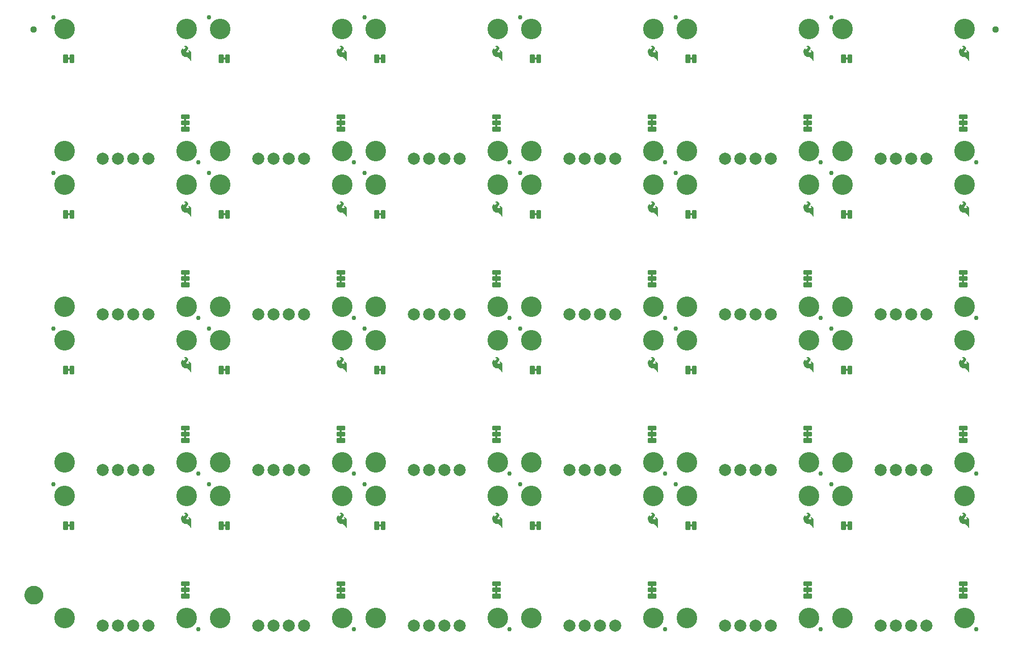
<source format=gbs>
G04 EAGLE Gerber RS-274X export*
G75*
%MOMM*%
%FSLAX34Y34*%
%LPD*%
%INSoldermask Bottom*%
%IPPOS*%
%AMOC8*
5,1,8,0,0,1.08239X$1,22.5*%
G01*
%ADD10C,0.762000*%
%ADD11C,3.429000*%
%ADD12C,2.006600*%
%ADD13C,0.228344*%
%ADD14C,1.127000*%
%ADD15C,1.270000*%
%ADD16C,1.627000*%

G36*
X236247Y952317D02*
X236247Y952317D01*
X236242Y952324D01*
X236249Y952330D01*
X236249Y965130D01*
X236247Y965133D01*
X236249Y965135D01*
X236049Y966935D01*
X236044Y966941D01*
X236047Y966946D01*
X235847Y967546D01*
X235842Y967549D01*
X235844Y967552D01*
X235544Y968152D01*
X235541Y968153D01*
X235542Y968155D01*
X235242Y968655D01*
X235227Y968662D01*
X235225Y968672D01*
X234728Y968971D01*
X234330Y969269D01*
X234320Y969269D01*
X234318Y969276D01*
X233318Y969676D01*
X233311Y969674D01*
X233308Y969679D01*
X232708Y969779D01*
X232703Y969776D01*
X232700Y969779D01*
X231900Y969779D01*
X231893Y969774D01*
X231888Y969778D01*
X231494Y969679D01*
X231300Y969679D01*
X231287Y969670D01*
X231278Y969674D01*
X231078Y969574D01*
X231077Y969573D01*
X231076Y969573D01*
X231075Y969569D01*
X231052Y969521D01*
X231068Y969513D01*
X231065Y969495D01*
X231165Y969395D01*
X231177Y969394D01*
X231178Y969386D01*
X231578Y969186D01*
X231583Y969187D01*
X231584Y969183D01*
X231873Y969087D01*
X232262Y968699D01*
X232455Y968408D01*
X232551Y968122D01*
X232551Y967838D01*
X232454Y967549D01*
X232259Y967159D01*
X231969Y966868D01*
X231677Y966674D01*
X231186Y966477D01*
X230695Y966379D01*
X229906Y966379D01*
X229120Y966576D01*
X228534Y966967D01*
X228144Y967454D01*
X227949Y968038D01*
X227949Y968720D01*
X228242Y969403D01*
X228937Y970197D01*
X229737Y971097D01*
X229737Y971098D01*
X230437Y971898D01*
X230438Y971905D01*
X230443Y971906D01*
X230943Y972806D01*
X230942Y972816D01*
X230948Y972819D01*
X231148Y973719D01*
X231145Y973727D01*
X231149Y973730D01*
X231149Y974530D01*
X231142Y974539D01*
X231147Y974546D01*
X230847Y975446D01*
X230838Y975452D01*
X230840Y975459D01*
X230340Y976159D01*
X230332Y976161D01*
X230333Y976167D01*
X229433Y976967D01*
X229424Y976967D01*
X229424Y976973D01*
X228324Y977573D01*
X228312Y977572D01*
X228309Y977578D01*
X227209Y977778D01*
X227203Y977775D01*
X227200Y977779D01*
X226200Y977779D01*
X226191Y977772D01*
X226184Y977777D01*
X225284Y977477D01*
X225284Y977476D01*
X225283Y977476D01*
X224483Y977176D01*
X224481Y977173D01*
X224478Y977174D01*
X223878Y976874D01*
X223875Y976868D01*
X223870Y976869D01*
X223470Y976569D01*
X223469Y976564D01*
X223465Y976565D01*
X223365Y976465D01*
X223363Y976451D01*
X223353Y976443D01*
X223361Y976433D01*
X223357Y976406D01*
X223384Y976402D01*
X223400Y976381D01*
X223700Y976381D01*
X223709Y976388D01*
X223716Y976383D01*
X224008Y976481D01*
X224294Y976481D01*
X224688Y976382D01*
X224690Y976383D01*
X224690Y976382D01*
X225184Y976283D01*
X225574Y976088D01*
X225964Y975796D01*
X226155Y975508D01*
X226253Y975214D01*
X226258Y975211D01*
X226256Y975208D01*
X226354Y975011D01*
X226448Y974730D01*
X226353Y974446D01*
X226354Y974443D01*
X226352Y974442D01*
X226254Y974050D01*
X226059Y973757D01*
X226059Y973753D01*
X226056Y973752D01*
X225859Y973359D01*
X225569Y973068D01*
X225273Y972871D01*
X225272Y972869D01*
X225270Y972869D01*
X224871Y972570D01*
X224575Y972373D01*
X223788Y971979D01*
X223108Y971979D01*
X222822Y972075D01*
X222541Y972262D01*
X222349Y972838D01*
X222349Y973630D01*
X222346Y973634D01*
X222348Y973639D01*
X222339Y973644D01*
X222313Y973677D01*
X222297Y973665D01*
X222278Y973674D01*
X221478Y973274D01*
X221472Y973262D01*
X221463Y973263D01*
X220663Y972363D01*
X220663Y972355D01*
X220657Y972355D01*
X219957Y971155D01*
X219958Y971148D01*
X219954Y971147D01*
X219454Y969747D01*
X219455Y969741D01*
X219452Y969739D01*
X219152Y968139D01*
X219156Y968131D01*
X219151Y968127D01*
X219251Y966327D01*
X219256Y966321D01*
X219253Y966317D01*
X219753Y964517D01*
X219759Y964512D01*
X219757Y964506D01*
X220757Y962706D01*
X220762Y962704D01*
X220761Y962700D01*
X221461Y961800D01*
X221466Y961799D01*
X221465Y961795D01*
X222265Y960995D01*
X222268Y960995D01*
X222268Y960993D01*
X223068Y960293D01*
X223074Y960292D01*
X223075Y960288D01*
X224075Y959688D01*
X224081Y959688D01*
X224082Y959684D01*
X225082Y959284D01*
X225086Y959285D01*
X225087Y959283D01*
X226187Y958983D01*
X226191Y958984D01*
X226192Y958981D01*
X227392Y958781D01*
X227394Y958782D01*
X227399Y958782D01*
X227400Y958781D01*
X229296Y958781D01*
X229883Y958683D01*
X230372Y958390D01*
X231365Y957595D01*
X231862Y956998D01*
X231866Y956998D01*
X231865Y956995D01*
X233162Y955698D01*
X233660Y955001D01*
X233666Y955000D01*
X233665Y954995D01*
X234263Y954397D01*
X234762Y953798D01*
X234766Y953798D01*
X234765Y953795D01*
X235263Y953298D01*
X235561Y952900D01*
X235566Y952899D01*
X235565Y952895D01*
X235862Y952599D01*
X236059Y952303D01*
X236092Y952291D01*
X236100Y952281D01*
X236200Y952281D01*
X236247Y952317D01*
G37*
G36*
X1272567Y952317D02*
X1272567Y952317D01*
X1272562Y952324D01*
X1272569Y952330D01*
X1272569Y965130D01*
X1272567Y965133D01*
X1272569Y965135D01*
X1272369Y966935D01*
X1272364Y966941D01*
X1272367Y966946D01*
X1272167Y967546D01*
X1272162Y967549D01*
X1272164Y967552D01*
X1271864Y968152D01*
X1271861Y968153D01*
X1271862Y968155D01*
X1271562Y968655D01*
X1271547Y968662D01*
X1271545Y968672D01*
X1271048Y968971D01*
X1270650Y969269D01*
X1270640Y969269D01*
X1270638Y969276D01*
X1269638Y969676D01*
X1269631Y969674D01*
X1269628Y969679D01*
X1269028Y969779D01*
X1269023Y969776D01*
X1269020Y969779D01*
X1268220Y969779D01*
X1268213Y969774D01*
X1268208Y969778D01*
X1267814Y969679D01*
X1267620Y969679D01*
X1267607Y969670D01*
X1267598Y969674D01*
X1267398Y969574D01*
X1267397Y969573D01*
X1267396Y969573D01*
X1267395Y969569D01*
X1267372Y969521D01*
X1267388Y969513D01*
X1267385Y969495D01*
X1267485Y969395D01*
X1267497Y969394D01*
X1267498Y969386D01*
X1267898Y969186D01*
X1267903Y969187D01*
X1267904Y969183D01*
X1268193Y969087D01*
X1268582Y968699D01*
X1268775Y968408D01*
X1268871Y968122D01*
X1268871Y967838D01*
X1268774Y967549D01*
X1268579Y967159D01*
X1268289Y966868D01*
X1267997Y966674D01*
X1267506Y966477D01*
X1267015Y966379D01*
X1266226Y966379D01*
X1265440Y966576D01*
X1264854Y966967D01*
X1264464Y967454D01*
X1264269Y968038D01*
X1264269Y968720D01*
X1264562Y969403D01*
X1265257Y970197D01*
X1266057Y971097D01*
X1266057Y971098D01*
X1266757Y971898D01*
X1266758Y971905D01*
X1266763Y971906D01*
X1267263Y972806D01*
X1267262Y972816D01*
X1267268Y972819D01*
X1267468Y973719D01*
X1267465Y973727D01*
X1267469Y973730D01*
X1267469Y974530D01*
X1267462Y974539D01*
X1267467Y974546D01*
X1267167Y975446D01*
X1267158Y975452D01*
X1267160Y975459D01*
X1266660Y976159D01*
X1266652Y976161D01*
X1266653Y976167D01*
X1265753Y976967D01*
X1265744Y976967D01*
X1265744Y976973D01*
X1264644Y977573D01*
X1264632Y977572D01*
X1264629Y977578D01*
X1263529Y977778D01*
X1263523Y977775D01*
X1263520Y977779D01*
X1262520Y977779D01*
X1262511Y977772D01*
X1262504Y977777D01*
X1261604Y977477D01*
X1261604Y977476D01*
X1261603Y977476D01*
X1260803Y977176D01*
X1260801Y977173D01*
X1260798Y977174D01*
X1260198Y976874D01*
X1260195Y976868D01*
X1260190Y976869D01*
X1259790Y976569D01*
X1259789Y976564D01*
X1259785Y976565D01*
X1259685Y976465D01*
X1259683Y976451D01*
X1259673Y976443D01*
X1259681Y976433D01*
X1259677Y976406D01*
X1259704Y976402D01*
X1259720Y976381D01*
X1260020Y976381D01*
X1260029Y976388D01*
X1260036Y976383D01*
X1260328Y976481D01*
X1260614Y976481D01*
X1261008Y976382D01*
X1261010Y976383D01*
X1261010Y976382D01*
X1261504Y976283D01*
X1261894Y976088D01*
X1262284Y975796D01*
X1262475Y975508D01*
X1262573Y975214D01*
X1262578Y975211D01*
X1262576Y975208D01*
X1262674Y975011D01*
X1262768Y974730D01*
X1262673Y974446D01*
X1262674Y974443D01*
X1262672Y974442D01*
X1262574Y974050D01*
X1262379Y973757D01*
X1262379Y973753D01*
X1262376Y973752D01*
X1262179Y973359D01*
X1261889Y973068D01*
X1261593Y972871D01*
X1261592Y972869D01*
X1261590Y972869D01*
X1261191Y972570D01*
X1260895Y972373D01*
X1260108Y971979D01*
X1259428Y971979D01*
X1259142Y972075D01*
X1258861Y972262D01*
X1258669Y972838D01*
X1258669Y973630D01*
X1258666Y973634D01*
X1258668Y973639D01*
X1258659Y973644D01*
X1258633Y973677D01*
X1258617Y973665D01*
X1258598Y973674D01*
X1257798Y973274D01*
X1257792Y973262D01*
X1257783Y973263D01*
X1256983Y972363D01*
X1256983Y972355D01*
X1256977Y972355D01*
X1256277Y971155D01*
X1256278Y971148D01*
X1256274Y971147D01*
X1255774Y969747D01*
X1255775Y969741D01*
X1255772Y969739D01*
X1255472Y968139D01*
X1255476Y968131D01*
X1255471Y968127D01*
X1255571Y966327D01*
X1255576Y966321D01*
X1255573Y966317D01*
X1256073Y964517D01*
X1256079Y964512D01*
X1256077Y964506D01*
X1257077Y962706D01*
X1257082Y962704D01*
X1257081Y962700D01*
X1257781Y961800D01*
X1257786Y961799D01*
X1257785Y961795D01*
X1258585Y960995D01*
X1258588Y960995D01*
X1258588Y960993D01*
X1259388Y960293D01*
X1259394Y960292D01*
X1259395Y960288D01*
X1260395Y959688D01*
X1260401Y959688D01*
X1260402Y959684D01*
X1261402Y959284D01*
X1261406Y959285D01*
X1261407Y959283D01*
X1262507Y958983D01*
X1262511Y958984D01*
X1262512Y958981D01*
X1263712Y958781D01*
X1263714Y958782D01*
X1263719Y958782D01*
X1263720Y958781D01*
X1265616Y958781D01*
X1266203Y958683D01*
X1266692Y958390D01*
X1267685Y957595D01*
X1268182Y956998D01*
X1268186Y956998D01*
X1268185Y956995D01*
X1269482Y955698D01*
X1269980Y955001D01*
X1269986Y955000D01*
X1269985Y954995D01*
X1270583Y954397D01*
X1271082Y953798D01*
X1271086Y953798D01*
X1271085Y953795D01*
X1271583Y953298D01*
X1271881Y952900D01*
X1271886Y952899D01*
X1271885Y952895D01*
X1272182Y952599D01*
X1272379Y952303D01*
X1272412Y952291D01*
X1272420Y952281D01*
X1272520Y952281D01*
X1272567Y952317D01*
G37*
G36*
X1531647Y952317D02*
X1531647Y952317D01*
X1531642Y952324D01*
X1531649Y952330D01*
X1531649Y965130D01*
X1531647Y965133D01*
X1531649Y965135D01*
X1531449Y966935D01*
X1531444Y966941D01*
X1531447Y966946D01*
X1531247Y967546D01*
X1531242Y967549D01*
X1531244Y967552D01*
X1530944Y968152D01*
X1530941Y968153D01*
X1530942Y968155D01*
X1530642Y968655D01*
X1530627Y968662D01*
X1530625Y968672D01*
X1530128Y968971D01*
X1529730Y969269D01*
X1529720Y969269D01*
X1529718Y969276D01*
X1528718Y969676D01*
X1528711Y969674D01*
X1528708Y969679D01*
X1528108Y969779D01*
X1528103Y969776D01*
X1528100Y969779D01*
X1527300Y969779D01*
X1527293Y969774D01*
X1527288Y969778D01*
X1526894Y969679D01*
X1526700Y969679D01*
X1526687Y969670D01*
X1526678Y969674D01*
X1526478Y969574D01*
X1526477Y969573D01*
X1526476Y969573D01*
X1526475Y969569D01*
X1526452Y969521D01*
X1526468Y969513D01*
X1526465Y969495D01*
X1526565Y969395D01*
X1526577Y969394D01*
X1526578Y969386D01*
X1526978Y969186D01*
X1526983Y969187D01*
X1526984Y969183D01*
X1527273Y969087D01*
X1527662Y968699D01*
X1527855Y968408D01*
X1527951Y968122D01*
X1527951Y967838D01*
X1527854Y967549D01*
X1527659Y967159D01*
X1527369Y966868D01*
X1527077Y966674D01*
X1526586Y966477D01*
X1526095Y966379D01*
X1525306Y966379D01*
X1524520Y966576D01*
X1523934Y966967D01*
X1523544Y967454D01*
X1523349Y968038D01*
X1523349Y968720D01*
X1523642Y969403D01*
X1524337Y970197D01*
X1525137Y971097D01*
X1525137Y971098D01*
X1525837Y971898D01*
X1525838Y971905D01*
X1525843Y971906D01*
X1526343Y972806D01*
X1526342Y972816D01*
X1526348Y972819D01*
X1526548Y973719D01*
X1526545Y973727D01*
X1526549Y973730D01*
X1526549Y974530D01*
X1526542Y974539D01*
X1526547Y974546D01*
X1526247Y975446D01*
X1526238Y975452D01*
X1526240Y975459D01*
X1525740Y976159D01*
X1525732Y976161D01*
X1525733Y976167D01*
X1524833Y976967D01*
X1524824Y976967D01*
X1524824Y976973D01*
X1523724Y977573D01*
X1523712Y977572D01*
X1523709Y977578D01*
X1522609Y977778D01*
X1522603Y977775D01*
X1522600Y977779D01*
X1521600Y977779D01*
X1521591Y977772D01*
X1521584Y977777D01*
X1520684Y977477D01*
X1520684Y977476D01*
X1520683Y977476D01*
X1519883Y977176D01*
X1519881Y977173D01*
X1519878Y977174D01*
X1519278Y976874D01*
X1519275Y976868D01*
X1519270Y976869D01*
X1518870Y976569D01*
X1518869Y976564D01*
X1518865Y976565D01*
X1518765Y976465D01*
X1518763Y976451D01*
X1518753Y976443D01*
X1518761Y976433D01*
X1518757Y976406D01*
X1518784Y976402D01*
X1518800Y976381D01*
X1519100Y976381D01*
X1519109Y976388D01*
X1519116Y976383D01*
X1519408Y976481D01*
X1519694Y976481D01*
X1520088Y976382D01*
X1520090Y976383D01*
X1520090Y976382D01*
X1520584Y976283D01*
X1520974Y976088D01*
X1521364Y975796D01*
X1521555Y975508D01*
X1521653Y975214D01*
X1521658Y975211D01*
X1521656Y975208D01*
X1521754Y975011D01*
X1521848Y974730D01*
X1521753Y974446D01*
X1521754Y974443D01*
X1521752Y974442D01*
X1521654Y974050D01*
X1521459Y973757D01*
X1521459Y973753D01*
X1521456Y973752D01*
X1521259Y973359D01*
X1520969Y973068D01*
X1520673Y972871D01*
X1520672Y972869D01*
X1520670Y972869D01*
X1520271Y972570D01*
X1519975Y972373D01*
X1519188Y971979D01*
X1518508Y971979D01*
X1518222Y972075D01*
X1517941Y972262D01*
X1517749Y972838D01*
X1517749Y973630D01*
X1517746Y973634D01*
X1517748Y973639D01*
X1517739Y973644D01*
X1517713Y973677D01*
X1517697Y973665D01*
X1517678Y973674D01*
X1516878Y973274D01*
X1516872Y973262D01*
X1516863Y973263D01*
X1516063Y972363D01*
X1516063Y972355D01*
X1516057Y972355D01*
X1515357Y971155D01*
X1515358Y971148D01*
X1515354Y971147D01*
X1514854Y969747D01*
X1514855Y969741D01*
X1514852Y969739D01*
X1514552Y968139D01*
X1514556Y968131D01*
X1514551Y968127D01*
X1514651Y966327D01*
X1514656Y966321D01*
X1514653Y966317D01*
X1515153Y964517D01*
X1515159Y964512D01*
X1515157Y964506D01*
X1516157Y962706D01*
X1516162Y962704D01*
X1516161Y962700D01*
X1516861Y961800D01*
X1516866Y961799D01*
X1516865Y961795D01*
X1517665Y960995D01*
X1517668Y960995D01*
X1517668Y960993D01*
X1518468Y960293D01*
X1518474Y960292D01*
X1518475Y960288D01*
X1519475Y959688D01*
X1519481Y959688D01*
X1519482Y959684D01*
X1520482Y959284D01*
X1520486Y959285D01*
X1520487Y959283D01*
X1521587Y958983D01*
X1521591Y958984D01*
X1521592Y958981D01*
X1522792Y958781D01*
X1522794Y958782D01*
X1522799Y958782D01*
X1522800Y958781D01*
X1524696Y958781D01*
X1525283Y958683D01*
X1525772Y958390D01*
X1526765Y957595D01*
X1527262Y956998D01*
X1527266Y956998D01*
X1527265Y956995D01*
X1528562Y955698D01*
X1529060Y955001D01*
X1529066Y955000D01*
X1529065Y954995D01*
X1529663Y954397D01*
X1530162Y953798D01*
X1530166Y953798D01*
X1530165Y953795D01*
X1530663Y953298D01*
X1530961Y952900D01*
X1530966Y952899D01*
X1530965Y952895D01*
X1531262Y952599D01*
X1531459Y952303D01*
X1531492Y952291D01*
X1531500Y952281D01*
X1531600Y952281D01*
X1531647Y952317D01*
G37*
G36*
X754407Y952317D02*
X754407Y952317D01*
X754402Y952324D01*
X754409Y952330D01*
X754409Y965130D01*
X754407Y965133D01*
X754409Y965135D01*
X754209Y966935D01*
X754204Y966941D01*
X754207Y966946D01*
X754007Y967546D01*
X754002Y967549D01*
X754004Y967552D01*
X753704Y968152D01*
X753701Y968153D01*
X753702Y968155D01*
X753402Y968655D01*
X753387Y968662D01*
X753385Y968672D01*
X752888Y968971D01*
X752490Y969269D01*
X752480Y969269D01*
X752478Y969276D01*
X751478Y969676D01*
X751471Y969674D01*
X751468Y969679D01*
X750868Y969779D01*
X750863Y969776D01*
X750860Y969779D01*
X750060Y969779D01*
X750053Y969774D01*
X750048Y969778D01*
X749654Y969679D01*
X749460Y969679D01*
X749447Y969670D01*
X749438Y969674D01*
X749238Y969574D01*
X749237Y969573D01*
X749236Y969573D01*
X749235Y969569D01*
X749212Y969521D01*
X749228Y969513D01*
X749225Y969495D01*
X749325Y969395D01*
X749337Y969394D01*
X749338Y969386D01*
X749738Y969186D01*
X749743Y969187D01*
X749744Y969183D01*
X750033Y969087D01*
X750422Y968699D01*
X750615Y968408D01*
X750711Y968122D01*
X750711Y967838D01*
X750614Y967549D01*
X750419Y967159D01*
X750129Y966868D01*
X749837Y966674D01*
X749346Y966477D01*
X748855Y966379D01*
X748066Y966379D01*
X747280Y966576D01*
X746694Y966967D01*
X746304Y967454D01*
X746109Y968038D01*
X746109Y968720D01*
X746402Y969403D01*
X747097Y970197D01*
X747897Y971097D01*
X747897Y971098D01*
X748597Y971898D01*
X748598Y971905D01*
X748603Y971906D01*
X749103Y972806D01*
X749102Y972816D01*
X749108Y972819D01*
X749308Y973719D01*
X749305Y973727D01*
X749309Y973730D01*
X749309Y974530D01*
X749302Y974539D01*
X749307Y974546D01*
X749007Y975446D01*
X748998Y975452D01*
X749000Y975459D01*
X748500Y976159D01*
X748492Y976161D01*
X748493Y976167D01*
X747593Y976967D01*
X747584Y976967D01*
X747584Y976973D01*
X746484Y977573D01*
X746472Y977572D01*
X746469Y977578D01*
X745369Y977778D01*
X745363Y977775D01*
X745360Y977779D01*
X744360Y977779D01*
X744351Y977772D01*
X744344Y977777D01*
X743444Y977477D01*
X743444Y977476D01*
X743443Y977476D01*
X742643Y977176D01*
X742641Y977173D01*
X742638Y977174D01*
X742038Y976874D01*
X742035Y976868D01*
X742030Y976869D01*
X741630Y976569D01*
X741629Y976564D01*
X741625Y976565D01*
X741525Y976465D01*
X741523Y976451D01*
X741513Y976443D01*
X741521Y976433D01*
X741517Y976406D01*
X741544Y976402D01*
X741560Y976381D01*
X741860Y976381D01*
X741869Y976388D01*
X741876Y976383D01*
X742168Y976481D01*
X742454Y976481D01*
X742848Y976382D01*
X742850Y976383D01*
X742850Y976382D01*
X743344Y976283D01*
X743734Y976088D01*
X744124Y975796D01*
X744315Y975508D01*
X744413Y975214D01*
X744418Y975211D01*
X744416Y975208D01*
X744514Y975011D01*
X744608Y974730D01*
X744513Y974446D01*
X744514Y974443D01*
X744512Y974442D01*
X744414Y974050D01*
X744219Y973757D01*
X744219Y973753D01*
X744216Y973752D01*
X744019Y973359D01*
X743729Y973068D01*
X743433Y972871D01*
X743432Y972869D01*
X743430Y972869D01*
X743031Y972570D01*
X742735Y972373D01*
X741948Y971979D01*
X741268Y971979D01*
X740982Y972075D01*
X740701Y972262D01*
X740509Y972838D01*
X740509Y973630D01*
X740506Y973634D01*
X740508Y973639D01*
X740499Y973644D01*
X740473Y973677D01*
X740457Y973665D01*
X740438Y973674D01*
X739638Y973274D01*
X739632Y973262D01*
X739623Y973263D01*
X738823Y972363D01*
X738823Y972355D01*
X738817Y972355D01*
X738117Y971155D01*
X738118Y971148D01*
X738114Y971147D01*
X737614Y969747D01*
X737615Y969741D01*
X737612Y969739D01*
X737312Y968139D01*
X737316Y968131D01*
X737311Y968127D01*
X737411Y966327D01*
X737416Y966321D01*
X737413Y966317D01*
X737913Y964517D01*
X737919Y964512D01*
X737917Y964506D01*
X738917Y962706D01*
X738922Y962704D01*
X738921Y962700D01*
X739621Y961800D01*
X739626Y961799D01*
X739625Y961795D01*
X740425Y960995D01*
X740428Y960995D01*
X740428Y960993D01*
X741228Y960293D01*
X741234Y960292D01*
X741235Y960288D01*
X742235Y959688D01*
X742241Y959688D01*
X742242Y959684D01*
X743242Y959284D01*
X743246Y959285D01*
X743247Y959283D01*
X744347Y958983D01*
X744351Y958984D01*
X744352Y958981D01*
X745552Y958781D01*
X745554Y958782D01*
X745559Y958782D01*
X745560Y958781D01*
X747456Y958781D01*
X748043Y958683D01*
X748532Y958390D01*
X749525Y957595D01*
X750022Y956998D01*
X750026Y956998D01*
X750025Y956995D01*
X751322Y955698D01*
X751820Y955001D01*
X751826Y955000D01*
X751825Y954995D01*
X752423Y954397D01*
X752922Y953798D01*
X752926Y953798D01*
X752925Y953795D01*
X753423Y953298D01*
X753721Y952900D01*
X753726Y952899D01*
X753725Y952895D01*
X754022Y952599D01*
X754219Y952303D01*
X754252Y952291D01*
X754260Y952281D01*
X754360Y952281D01*
X754407Y952317D01*
G37*
G36*
X495327Y952317D02*
X495327Y952317D01*
X495322Y952324D01*
X495329Y952330D01*
X495329Y965130D01*
X495327Y965133D01*
X495329Y965135D01*
X495129Y966935D01*
X495124Y966941D01*
X495127Y966946D01*
X494927Y967546D01*
X494922Y967549D01*
X494924Y967552D01*
X494624Y968152D01*
X494621Y968153D01*
X494622Y968155D01*
X494322Y968655D01*
X494307Y968662D01*
X494305Y968672D01*
X493808Y968971D01*
X493410Y969269D01*
X493400Y969269D01*
X493398Y969276D01*
X492398Y969676D01*
X492391Y969674D01*
X492388Y969679D01*
X491788Y969779D01*
X491783Y969776D01*
X491780Y969779D01*
X490980Y969779D01*
X490973Y969774D01*
X490968Y969778D01*
X490574Y969679D01*
X490380Y969679D01*
X490367Y969670D01*
X490358Y969674D01*
X490158Y969574D01*
X490157Y969573D01*
X490156Y969573D01*
X490155Y969569D01*
X490132Y969521D01*
X490148Y969513D01*
X490145Y969495D01*
X490245Y969395D01*
X490257Y969394D01*
X490258Y969386D01*
X490658Y969186D01*
X490663Y969187D01*
X490664Y969183D01*
X490953Y969087D01*
X491342Y968699D01*
X491535Y968408D01*
X491631Y968122D01*
X491631Y967838D01*
X491534Y967549D01*
X491339Y967159D01*
X491049Y966868D01*
X490757Y966674D01*
X490266Y966477D01*
X489775Y966379D01*
X488986Y966379D01*
X488200Y966576D01*
X487614Y966967D01*
X487224Y967454D01*
X487029Y968038D01*
X487029Y968720D01*
X487322Y969403D01*
X488017Y970197D01*
X488817Y971097D01*
X488817Y971098D01*
X489517Y971898D01*
X489518Y971905D01*
X489523Y971906D01*
X490023Y972806D01*
X490022Y972816D01*
X490028Y972819D01*
X490228Y973719D01*
X490225Y973727D01*
X490229Y973730D01*
X490229Y974530D01*
X490222Y974539D01*
X490227Y974546D01*
X489927Y975446D01*
X489918Y975452D01*
X489920Y975459D01*
X489420Y976159D01*
X489412Y976161D01*
X489413Y976167D01*
X488513Y976967D01*
X488504Y976967D01*
X488504Y976973D01*
X487404Y977573D01*
X487392Y977572D01*
X487389Y977578D01*
X486289Y977778D01*
X486283Y977775D01*
X486280Y977779D01*
X485280Y977779D01*
X485271Y977772D01*
X485264Y977777D01*
X484364Y977477D01*
X484364Y977476D01*
X484363Y977476D01*
X483563Y977176D01*
X483561Y977173D01*
X483558Y977174D01*
X482958Y976874D01*
X482955Y976868D01*
X482950Y976869D01*
X482550Y976569D01*
X482549Y976564D01*
X482545Y976565D01*
X482445Y976465D01*
X482443Y976451D01*
X482433Y976443D01*
X482441Y976433D01*
X482437Y976406D01*
X482464Y976402D01*
X482480Y976381D01*
X482780Y976381D01*
X482789Y976388D01*
X482796Y976383D01*
X483088Y976481D01*
X483374Y976481D01*
X483768Y976382D01*
X483770Y976383D01*
X483770Y976382D01*
X484264Y976283D01*
X484654Y976088D01*
X485044Y975796D01*
X485235Y975508D01*
X485333Y975214D01*
X485338Y975211D01*
X485336Y975208D01*
X485434Y975011D01*
X485528Y974730D01*
X485433Y974446D01*
X485434Y974443D01*
X485432Y974442D01*
X485334Y974050D01*
X485139Y973757D01*
X485139Y973753D01*
X485136Y973752D01*
X484939Y973359D01*
X484649Y973068D01*
X484353Y972871D01*
X484352Y972869D01*
X484350Y972869D01*
X483951Y972570D01*
X483655Y972373D01*
X482868Y971979D01*
X482188Y971979D01*
X481902Y972075D01*
X481621Y972262D01*
X481429Y972838D01*
X481429Y973630D01*
X481426Y973634D01*
X481428Y973639D01*
X481419Y973644D01*
X481393Y973677D01*
X481377Y973665D01*
X481358Y973674D01*
X480558Y973274D01*
X480552Y973262D01*
X480543Y973263D01*
X479743Y972363D01*
X479743Y972355D01*
X479737Y972355D01*
X479037Y971155D01*
X479038Y971148D01*
X479034Y971147D01*
X478534Y969747D01*
X478535Y969741D01*
X478532Y969739D01*
X478232Y968139D01*
X478236Y968131D01*
X478231Y968127D01*
X478331Y966327D01*
X478336Y966321D01*
X478333Y966317D01*
X478833Y964517D01*
X478839Y964512D01*
X478837Y964506D01*
X479837Y962706D01*
X479842Y962704D01*
X479841Y962700D01*
X480541Y961800D01*
X480546Y961799D01*
X480545Y961795D01*
X481345Y960995D01*
X481348Y960995D01*
X481348Y960993D01*
X482148Y960293D01*
X482154Y960292D01*
X482155Y960288D01*
X483155Y959688D01*
X483161Y959688D01*
X483162Y959684D01*
X484162Y959284D01*
X484166Y959285D01*
X484167Y959283D01*
X485267Y958983D01*
X485271Y958984D01*
X485272Y958981D01*
X486472Y958781D01*
X486474Y958782D01*
X486479Y958782D01*
X486480Y958781D01*
X488376Y958781D01*
X488963Y958683D01*
X489452Y958390D01*
X490445Y957595D01*
X490942Y956998D01*
X490946Y956998D01*
X490945Y956995D01*
X492242Y955698D01*
X492740Y955001D01*
X492746Y955000D01*
X492745Y954995D01*
X493343Y954397D01*
X493842Y953798D01*
X493846Y953798D01*
X493845Y953795D01*
X494343Y953298D01*
X494641Y952900D01*
X494646Y952899D01*
X494645Y952895D01*
X494942Y952599D01*
X495139Y952303D01*
X495172Y952291D01*
X495180Y952281D01*
X495280Y952281D01*
X495327Y952317D01*
G37*
G36*
X1013487Y952317D02*
X1013487Y952317D01*
X1013482Y952324D01*
X1013489Y952330D01*
X1013489Y965130D01*
X1013487Y965133D01*
X1013489Y965135D01*
X1013289Y966935D01*
X1013284Y966941D01*
X1013287Y966946D01*
X1013087Y967546D01*
X1013082Y967549D01*
X1013084Y967552D01*
X1012784Y968152D01*
X1012781Y968153D01*
X1012782Y968155D01*
X1012482Y968655D01*
X1012467Y968662D01*
X1012465Y968672D01*
X1011968Y968971D01*
X1011570Y969269D01*
X1011560Y969269D01*
X1011558Y969276D01*
X1010558Y969676D01*
X1010551Y969674D01*
X1010548Y969679D01*
X1009948Y969779D01*
X1009943Y969776D01*
X1009940Y969779D01*
X1009140Y969779D01*
X1009133Y969774D01*
X1009128Y969778D01*
X1008734Y969679D01*
X1008540Y969679D01*
X1008527Y969670D01*
X1008518Y969674D01*
X1008318Y969574D01*
X1008317Y969573D01*
X1008316Y969573D01*
X1008315Y969569D01*
X1008292Y969521D01*
X1008308Y969513D01*
X1008305Y969495D01*
X1008405Y969395D01*
X1008417Y969394D01*
X1008418Y969386D01*
X1008818Y969186D01*
X1008823Y969187D01*
X1008824Y969183D01*
X1009113Y969087D01*
X1009502Y968699D01*
X1009695Y968408D01*
X1009791Y968122D01*
X1009791Y967838D01*
X1009694Y967549D01*
X1009499Y967159D01*
X1009209Y966868D01*
X1008917Y966674D01*
X1008426Y966477D01*
X1007935Y966379D01*
X1007146Y966379D01*
X1006360Y966576D01*
X1005774Y966967D01*
X1005384Y967454D01*
X1005189Y968038D01*
X1005189Y968720D01*
X1005482Y969403D01*
X1006177Y970197D01*
X1006977Y971097D01*
X1006977Y971098D01*
X1007677Y971898D01*
X1007678Y971905D01*
X1007683Y971906D01*
X1008183Y972806D01*
X1008182Y972816D01*
X1008188Y972819D01*
X1008388Y973719D01*
X1008385Y973727D01*
X1008389Y973730D01*
X1008389Y974530D01*
X1008382Y974539D01*
X1008387Y974546D01*
X1008087Y975446D01*
X1008078Y975452D01*
X1008080Y975459D01*
X1007580Y976159D01*
X1007572Y976161D01*
X1007573Y976167D01*
X1006673Y976967D01*
X1006664Y976967D01*
X1006664Y976973D01*
X1005564Y977573D01*
X1005552Y977572D01*
X1005549Y977578D01*
X1004449Y977778D01*
X1004443Y977775D01*
X1004440Y977779D01*
X1003440Y977779D01*
X1003431Y977772D01*
X1003424Y977777D01*
X1002524Y977477D01*
X1002524Y977476D01*
X1002523Y977476D01*
X1001723Y977176D01*
X1001721Y977173D01*
X1001718Y977174D01*
X1001118Y976874D01*
X1001115Y976868D01*
X1001110Y976869D01*
X1000710Y976569D01*
X1000709Y976564D01*
X1000705Y976565D01*
X1000605Y976465D01*
X1000603Y976451D01*
X1000593Y976443D01*
X1000601Y976433D01*
X1000597Y976406D01*
X1000624Y976402D01*
X1000640Y976381D01*
X1000940Y976381D01*
X1000949Y976388D01*
X1000956Y976383D01*
X1001248Y976481D01*
X1001534Y976481D01*
X1001928Y976382D01*
X1001930Y976383D01*
X1001930Y976382D01*
X1002424Y976283D01*
X1002814Y976088D01*
X1003204Y975796D01*
X1003395Y975508D01*
X1003493Y975214D01*
X1003498Y975211D01*
X1003496Y975208D01*
X1003594Y975011D01*
X1003688Y974730D01*
X1003593Y974446D01*
X1003594Y974443D01*
X1003592Y974442D01*
X1003494Y974050D01*
X1003299Y973757D01*
X1003299Y973753D01*
X1003296Y973752D01*
X1003099Y973359D01*
X1002809Y973068D01*
X1002513Y972871D01*
X1002512Y972869D01*
X1002510Y972869D01*
X1002111Y972570D01*
X1001815Y972373D01*
X1001028Y971979D01*
X1000348Y971979D01*
X1000062Y972075D01*
X999781Y972262D01*
X999589Y972838D01*
X999589Y973630D01*
X999586Y973634D01*
X999588Y973639D01*
X999579Y973644D01*
X999553Y973677D01*
X999537Y973665D01*
X999518Y973674D01*
X998718Y973274D01*
X998712Y973262D01*
X998703Y973263D01*
X997903Y972363D01*
X997903Y972355D01*
X997897Y972355D01*
X997197Y971155D01*
X997198Y971148D01*
X997194Y971147D01*
X996694Y969747D01*
X996695Y969741D01*
X996692Y969739D01*
X996392Y968139D01*
X996396Y968131D01*
X996391Y968127D01*
X996491Y966327D01*
X996496Y966321D01*
X996493Y966317D01*
X996993Y964517D01*
X996999Y964512D01*
X996997Y964506D01*
X997997Y962706D01*
X998002Y962704D01*
X998001Y962700D01*
X998701Y961800D01*
X998706Y961799D01*
X998705Y961795D01*
X999505Y960995D01*
X999508Y960995D01*
X999508Y960993D01*
X1000308Y960293D01*
X1000314Y960292D01*
X1000315Y960288D01*
X1001315Y959688D01*
X1001321Y959688D01*
X1001322Y959684D01*
X1002322Y959284D01*
X1002326Y959285D01*
X1002327Y959283D01*
X1003427Y958983D01*
X1003431Y958984D01*
X1003432Y958981D01*
X1004632Y958781D01*
X1004634Y958782D01*
X1004639Y958782D01*
X1004640Y958781D01*
X1006536Y958781D01*
X1007123Y958683D01*
X1007612Y958390D01*
X1008605Y957595D01*
X1009102Y956998D01*
X1009106Y956998D01*
X1009105Y956995D01*
X1010402Y955698D01*
X1010900Y955001D01*
X1010906Y955000D01*
X1010905Y954995D01*
X1011503Y954397D01*
X1012002Y953798D01*
X1012006Y953798D01*
X1012005Y953795D01*
X1012503Y953298D01*
X1012801Y952900D01*
X1012806Y952899D01*
X1012805Y952895D01*
X1013102Y952599D01*
X1013299Y952303D01*
X1013332Y952291D01*
X1013340Y952281D01*
X1013440Y952281D01*
X1013487Y952317D01*
G37*
G36*
X754407Y175077D02*
X754407Y175077D01*
X754402Y175084D01*
X754409Y175090D01*
X754409Y187890D01*
X754407Y187893D01*
X754409Y187895D01*
X754209Y189695D01*
X754204Y189701D01*
X754207Y189706D01*
X754007Y190306D01*
X754002Y190309D01*
X754004Y190312D01*
X753704Y190912D01*
X753701Y190913D01*
X753702Y190915D01*
X753402Y191415D01*
X753387Y191422D01*
X753385Y191432D01*
X752888Y191731D01*
X752490Y192029D01*
X752480Y192029D01*
X752478Y192036D01*
X751478Y192436D01*
X751471Y192434D01*
X751468Y192439D01*
X750868Y192539D01*
X750863Y192536D01*
X750860Y192539D01*
X750060Y192539D01*
X750053Y192534D01*
X750048Y192538D01*
X749654Y192439D01*
X749460Y192439D01*
X749447Y192430D01*
X749438Y192434D01*
X749238Y192334D01*
X749237Y192333D01*
X749236Y192333D01*
X749235Y192329D01*
X749212Y192281D01*
X749228Y192273D01*
X749225Y192255D01*
X749325Y192155D01*
X749337Y192154D01*
X749338Y192146D01*
X749738Y191946D01*
X749743Y191947D01*
X749744Y191943D01*
X750033Y191847D01*
X750422Y191459D01*
X750615Y191168D01*
X750711Y190882D01*
X750711Y190598D01*
X750614Y190309D01*
X750419Y189919D01*
X750129Y189628D01*
X749837Y189434D01*
X749346Y189237D01*
X748855Y189139D01*
X748066Y189139D01*
X747280Y189336D01*
X746694Y189727D01*
X746304Y190214D01*
X746109Y190798D01*
X746109Y191480D01*
X746402Y192163D01*
X747097Y192957D01*
X747897Y193857D01*
X747897Y193858D01*
X748597Y194658D01*
X748598Y194665D01*
X748603Y194666D01*
X749103Y195566D01*
X749102Y195576D01*
X749108Y195579D01*
X749308Y196479D01*
X749305Y196487D01*
X749309Y196490D01*
X749309Y197290D01*
X749302Y197299D01*
X749307Y197306D01*
X749007Y198206D01*
X748998Y198212D01*
X749000Y198219D01*
X748500Y198919D01*
X748492Y198921D01*
X748493Y198927D01*
X747593Y199727D01*
X747584Y199727D01*
X747584Y199733D01*
X746484Y200333D01*
X746472Y200332D01*
X746469Y200338D01*
X745369Y200538D01*
X745363Y200535D01*
X745360Y200539D01*
X744360Y200539D01*
X744351Y200532D01*
X744344Y200537D01*
X743444Y200237D01*
X743444Y200236D01*
X743443Y200236D01*
X742643Y199936D01*
X742641Y199933D01*
X742638Y199934D01*
X742038Y199634D01*
X742035Y199628D01*
X742030Y199629D01*
X741630Y199329D01*
X741629Y199324D01*
X741625Y199325D01*
X741525Y199225D01*
X741523Y199211D01*
X741513Y199203D01*
X741521Y199193D01*
X741517Y199166D01*
X741544Y199162D01*
X741560Y199141D01*
X741860Y199141D01*
X741869Y199148D01*
X741876Y199143D01*
X742168Y199241D01*
X742454Y199241D01*
X742848Y199142D01*
X742850Y199143D01*
X742850Y199142D01*
X743344Y199043D01*
X743734Y198848D01*
X744124Y198556D01*
X744315Y198268D01*
X744413Y197974D01*
X744418Y197971D01*
X744416Y197968D01*
X744514Y197771D01*
X744608Y197490D01*
X744513Y197206D01*
X744514Y197203D01*
X744512Y197202D01*
X744414Y196810D01*
X744219Y196517D01*
X744219Y196513D01*
X744216Y196512D01*
X744019Y196119D01*
X743729Y195828D01*
X743433Y195631D01*
X743432Y195629D01*
X743430Y195629D01*
X743031Y195330D01*
X742735Y195133D01*
X741948Y194739D01*
X741268Y194739D01*
X740982Y194835D01*
X740701Y195022D01*
X740509Y195598D01*
X740509Y196390D01*
X740506Y196394D01*
X740508Y196399D01*
X740499Y196404D01*
X740473Y196437D01*
X740457Y196425D01*
X740438Y196434D01*
X739638Y196034D01*
X739632Y196022D01*
X739623Y196023D01*
X738823Y195123D01*
X738823Y195115D01*
X738817Y195115D01*
X738117Y193915D01*
X738118Y193908D01*
X738114Y193907D01*
X737614Y192507D01*
X737615Y192501D01*
X737612Y192499D01*
X737312Y190899D01*
X737316Y190891D01*
X737311Y190887D01*
X737411Y189087D01*
X737416Y189081D01*
X737413Y189077D01*
X737913Y187277D01*
X737919Y187272D01*
X737917Y187266D01*
X738917Y185466D01*
X738922Y185464D01*
X738921Y185460D01*
X739621Y184560D01*
X739626Y184559D01*
X739625Y184555D01*
X740425Y183755D01*
X740428Y183755D01*
X740428Y183753D01*
X741228Y183053D01*
X741234Y183052D01*
X741235Y183048D01*
X742235Y182448D01*
X742241Y182448D01*
X742242Y182444D01*
X743242Y182044D01*
X743246Y182045D01*
X743247Y182043D01*
X744347Y181743D01*
X744351Y181744D01*
X744352Y181741D01*
X745552Y181541D01*
X745554Y181542D01*
X745559Y181542D01*
X745560Y181541D01*
X747456Y181541D01*
X748043Y181443D01*
X748532Y181150D01*
X749525Y180355D01*
X750022Y179758D01*
X750026Y179758D01*
X750025Y179755D01*
X751322Y178458D01*
X751820Y177761D01*
X751826Y177760D01*
X751825Y177755D01*
X752423Y177157D01*
X752922Y176558D01*
X752926Y176558D01*
X752925Y176555D01*
X753423Y176058D01*
X753721Y175660D01*
X753726Y175659D01*
X753725Y175655D01*
X754022Y175359D01*
X754219Y175063D01*
X754252Y175051D01*
X754260Y175041D01*
X754360Y175041D01*
X754407Y175077D01*
G37*
G36*
X236247Y693237D02*
X236247Y693237D01*
X236242Y693244D01*
X236249Y693250D01*
X236249Y706050D01*
X236247Y706053D01*
X236249Y706055D01*
X236049Y707855D01*
X236044Y707861D01*
X236047Y707866D01*
X235847Y708466D01*
X235842Y708469D01*
X235844Y708472D01*
X235544Y709072D01*
X235541Y709073D01*
X235542Y709075D01*
X235242Y709575D01*
X235227Y709582D01*
X235225Y709592D01*
X234728Y709891D01*
X234330Y710189D01*
X234320Y710189D01*
X234318Y710196D01*
X233318Y710596D01*
X233311Y710594D01*
X233308Y710599D01*
X232708Y710699D01*
X232703Y710696D01*
X232700Y710699D01*
X231900Y710699D01*
X231893Y710694D01*
X231888Y710698D01*
X231494Y710599D01*
X231300Y710599D01*
X231287Y710590D01*
X231278Y710594D01*
X231078Y710494D01*
X231077Y710493D01*
X231076Y710493D01*
X231075Y710489D01*
X231052Y710441D01*
X231068Y710433D01*
X231065Y710415D01*
X231165Y710315D01*
X231177Y710314D01*
X231178Y710306D01*
X231578Y710106D01*
X231583Y710107D01*
X231584Y710103D01*
X231873Y710007D01*
X232262Y709619D01*
X232455Y709328D01*
X232551Y709042D01*
X232551Y708758D01*
X232454Y708469D01*
X232259Y708079D01*
X231969Y707788D01*
X231677Y707594D01*
X231186Y707397D01*
X230695Y707299D01*
X229906Y707299D01*
X229120Y707496D01*
X228534Y707887D01*
X228144Y708374D01*
X227949Y708958D01*
X227949Y709640D01*
X228242Y710323D01*
X228937Y711117D01*
X229737Y712017D01*
X229737Y712018D01*
X230437Y712818D01*
X230438Y712825D01*
X230443Y712826D01*
X230943Y713726D01*
X230942Y713736D01*
X230948Y713739D01*
X231148Y714639D01*
X231145Y714647D01*
X231149Y714650D01*
X231149Y715450D01*
X231142Y715459D01*
X231147Y715466D01*
X230847Y716366D01*
X230838Y716372D01*
X230840Y716379D01*
X230340Y717079D01*
X230332Y717081D01*
X230333Y717087D01*
X229433Y717887D01*
X229424Y717887D01*
X229424Y717893D01*
X228324Y718493D01*
X228312Y718492D01*
X228309Y718498D01*
X227209Y718698D01*
X227203Y718695D01*
X227200Y718699D01*
X226200Y718699D01*
X226191Y718692D01*
X226184Y718697D01*
X225284Y718397D01*
X225284Y718396D01*
X225283Y718396D01*
X224483Y718096D01*
X224481Y718093D01*
X224478Y718094D01*
X223878Y717794D01*
X223875Y717788D01*
X223870Y717789D01*
X223470Y717489D01*
X223469Y717484D01*
X223465Y717485D01*
X223365Y717385D01*
X223363Y717371D01*
X223353Y717363D01*
X223361Y717353D01*
X223357Y717326D01*
X223384Y717322D01*
X223400Y717301D01*
X223700Y717301D01*
X223709Y717308D01*
X223716Y717303D01*
X224008Y717401D01*
X224294Y717401D01*
X224688Y717302D01*
X224690Y717303D01*
X224690Y717302D01*
X225184Y717203D01*
X225574Y717008D01*
X225964Y716716D01*
X226155Y716428D01*
X226253Y716134D01*
X226258Y716131D01*
X226256Y716128D01*
X226354Y715931D01*
X226448Y715650D01*
X226353Y715366D01*
X226354Y715363D01*
X226352Y715362D01*
X226254Y714970D01*
X226059Y714677D01*
X226059Y714673D01*
X226056Y714672D01*
X225859Y714279D01*
X225569Y713988D01*
X225273Y713791D01*
X225272Y713789D01*
X225270Y713789D01*
X224871Y713490D01*
X224575Y713293D01*
X223788Y712899D01*
X223108Y712899D01*
X222822Y712995D01*
X222541Y713182D01*
X222349Y713758D01*
X222349Y714550D01*
X222346Y714554D01*
X222348Y714559D01*
X222339Y714564D01*
X222313Y714597D01*
X222297Y714585D01*
X222278Y714594D01*
X221478Y714194D01*
X221472Y714182D01*
X221463Y714183D01*
X220663Y713283D01*
X220663Y713275D01*
X220657Y713275D01*
X219957Y712075D01*
X219958Y712068D01*
X219954Y712067D01*
X219454Y710667D01*
X219455Y710661D01*
X219452Y710659D01*
X219152Y709059D01*
X219156Y709051D01*
X219151Y709047D01*
X219251Y707247D01*
X219256Y707241D01*
X219253Y707237D01*
X219753Y705437D01*
X219759Y705432D01*
X219757Y705426D01*
X220757Y703626D01*
X220762Y703624D01*
X220761Y703620D01*
X221461Y702720D01*
X221466Y702719D01*
X221465Y702715D01*
X222265Y701915D01*
X222268Y701915D01*
X222268Y701913D01*
X223068Y701213D01*
X223074Y701212D01*
X223075Y701208D01*
X224075Y700608D01*
X224081Y700608D01*
X224082Y700604D01*
X225082Y700204D01*
X225086Y700205D01*
X225087Y700203D01*
X226187Y699903D01*
X226191Y699904D01*
X226192Y699901D01*
X227392Y699701D01*
X227394Y699702D01*
X227399Y699702D01*
X227400Y699701D01*
X229296Y699701D01*
X229883Y699603D01*
X230372Y699310D01*
X231365Y698515D01*
X231862Y697918D01*
X231866Y697918D01*
X231865Y697915D01*
X233162Y696618D01*
X233660Y695921D01*
X233666Y695920D01*
X233665Y695915D01*
X234263Y695317D01*
X234762Y694718D01*
X234766Y694718D01*
X234765Y694715D01*
X235263Y694218D01*
X235561Y693820D01*
X235566Y693819D01*
X235565Y693815D01*
X235862Y693519D01*
X236059Y693223D01*
X236092Y693211D01*
X236100Y693201D01*
X236200Y693201D01*
X236247Y693237D01*
G37*
G36*
X495327Y693237D02*
X495327Y693237D01*
X495322Y693244D01*
X495329Y693250D01*
X495329Y706050D01*
X495327Y706053D01*
X495329Y706055D01*
X495129Y707855D01*
X495124Y707861D01*
X495127Y707866D01*
X494927Y708466D01*
X494922Y708469D01*
X494924Y708472D01*
X494624Y709072D01*
X494621Y709073D01*
X494622Y709075D01*
X494322Y709575D01*
X494307Y709582D01*
X494305Y709592D01*
X493808Y709891D01*
X493410Y710189D01*
X493400Y710189D01*
X493398Y710196D01*
X492398Y710596D01*
X492391Y710594D01*
X492388Y710599D01*
X491788Y710699D01*
X491783Y710696D01*
X491780Y710699D01*
X490980Y710699D01*
X490973Y710694D01*
X490968Y710698D01*
X490574Y710599D01*
X490380Y710599D01*
X490367Y710590D01*
X490358Y710594D01*
X490158Y710494D01*
X490157Y710493D01*
X490156Y710493D01*
X490155Y710489D01*
X490132Y710441D01*
X490148Y710433D01*
X490145Y710415D01*
X490245Y710315D01*
X490257Y710314D01*
X490258Y710306D01*
X490658Y710106D01*
X490663Y710107D01*
X490664Y710103D01*
X490953Y710007D01*
X491342Y709619D01*
X491535Y709328D01*
X491631Y709042D01*
X491631Y708758D01*
X491534Y708469D01*
X491339Y708079D01*
X491049Y707788D01*
X490757Y707594D01*
X490266Y707397D01*
X489775Y707299D01*
X488986Y707299D01*
X488200Y707496D01*
X487614Y707887D01*
X487224Y708374D01*
X487029Y708958D01*
X487029Y709640D01*
X487322Y710323D01*
X488017Y711117D01*
X488817Y712017D01*
X488817Y712018D01*
X489517Y712818D01*
X489518Y712825D01*
X489523Y712826D01*
X490023Y713726D01*
X490022Y713736D01*
X490028Y713739D01*
X490228Y714639D01*
X490225Y714647D01*
X490229Y714650D01*
X490229Y715450D01*
X490222Y715459D01*
X490227Y715466D01*
X489927Y716366D01*
X489918Y716372D01*
X489920Y716379D01*
X489420Y717079D01*
X489412Y717081D01*
X489413Y717087D01*
X488513Y717887D01*
X488504Y717887D01*
X488504Y717893D01*
X487404Y718493D01*
X487392Y718492D01*
X487389Y718498D01*
X486289Y718698D01*
X486283Y718695D01*
X486280Y718699D01*
X485280Y718699D01*
X485271Y718692D01*
X485264Y718697D01*
X484364Y718397D01*
X484364Y718396D01*
X484363Y718396D01*
X483563Y718096D01*
X483561Y718093D01*
X483558Y718094D01*
X482958Y717794D01*
X482955Y717788D01*
X482950Y717789D01*
X482550Y717489D01*
X482549Y717484D01*
X482545Y717485D01*
X482445Y717385D01*
X482443Y717371D01*
X482433Y717363D01*
X482441Y717353D01*
X482437Y717326D01*
X482464Y717322D01*
X482480Y717301D01*
X482780Y717301D01*
X482789Y717308D01*
X482796Y717303D01*
X483088Y717401D01*
X483374Y717401D01*
X483768Y717302D01*
X483770Y717303D01*
X483770Y717302D01*
X484264Y717203D01*
X484654Y717008D01*
X485044Y716716D01*
X485235Y716428D01*
X485333Y716134D01*
X485338Y716131D01*
X485336Y716128D01*
X485434Y715931D01*
X485528Y715650D01*
X485433Y715366D01*
X485434Y715363D01*
X485432Y715362D01*
X485334Y714970D01*
X485139Y714677D01*
X485139Y714673D01*
X485136Y714672D01*
X484939Y714279D01*
X484649Y713988D01*
X484353Y713791D01*
X484352Y713789D01*
X484350Y713789D01*
X483951Y713490D01*
X483655Y713293D01*
X482868Y712899D01*
X482188Y712899D01*
X481902Y712995D01*
X481621Y713182D01*
X481429Y713758D01*
X481429Y714550D01*
X481426Y714554D01*
X481428Y714559D01*
X481419Y714564D01*
X481393Y714597D01*
X481377Y714585D01*
X481358Y714594D01*
X480558Y714194D01*
X480552Y714182D01*
X480543Y714183D01*
X479743Y713283D01*
X479743Y713275D01*
X479737Y713275D01*
X479037Y712075D01*
X479038Y712068D01*
X479034Y712067D01*
X478534Y710667D01*
X478535Y710661D01*
X478532Y710659D01*
X478232Y709059D01*
X478236Y709051D01*
X478231Y709047D01*
X478331Y707247D01*
X478336Y707241D01*
X478333Y707237D01*
X478833Y705437D01*
X478839Y705432D01*
X478837Y705426D01*
X479837Y703626D01*
X479842Y703624D01*
X479841Y703620D01*
X480541Y702720D01*
X480546Y702719D01*
X480545Y702715D01*
X481345Y701915D01*
X481348Y701915D01*
X481348Y701913D01*
X482148Y701213D01*
X482154Y701212D01*
X482155Y701208D01*
X483155Y700608D01*
X483161Y700608D01*
X483162Y700604D01*
X484162Y700204D01*
X484166Y700205D01*
X484167Y700203D01*
X485267Y699903D01*
X485271Y699904D01*
X485272Y699901D01*
X486472Y699701D01*
X486474Y699702D01*
X486479Y699702D01*
X486480Y699701D01*
X488376Y699701D01*
X488963Y699603D01*
X489452Y699310D01*
X490445Y698515D01*
X490942Y697918D01*
X490946Y697918D01*
X490945Y697915D01*
X492242Y696618D01*
X492740Y695921D01*
X492746Y695920D01*
X492745Y695915D01*
X493343Y695317D01*
X493842Y694718D01*
X493846Y694718D01*
X493845Y694715D01*
X494343Y694218D01*
X494641Y693820D01*
X494646Y693819D01*
X494645Y693815D01*
X494942Y693519D01*
X495139Y693223D01*
X495172Y693211D01*
X495180Y693201D01*
X495280Y693201D01*
X495327Y693237D01*
G37*
G36*
X754407Y693237D02*
X754407Y693237D01*
X754402Y693244D01*
X754409Y693250D01*
X754409Y706050D01*
X754407Y706053D01*
X754409Y706055D01*
X754209Y707855D01*
X754204Y707861D01*
X754207Y707866D01*
X754007Y708466D01*
X754002Y708469D01*
X754004Y708472D01*
X753704Y709072D01*
X753701Y709073D01*
X753702Y709075D01*
X753402Y709575D01*
X753387Y709582D01*
X753385Y709592D01*
X752888Y709891D01*
X752490Y710189D01*
X752480Y710189D01*
X752478Y710196D01*
X751478Y710596D01*
X751471Y710594D01*
X751468Y710599D01*
X750868Y710699D01*
X750863Y710696D01*
X750860Y710699D01*
X750060Y710699D01*
X750053Y710694D01*
X750048Y710698D01*
X749654Y710599D01*
X749460Y710599D01*
X749447Y710590D01*
X749438Y710594D01*
X749238Y710494D01*
X749237Y710493D01*
X749236Y710493D01*
X749235Y710489D01*
X749212Y710441D01*
X749228Y710433D01*
X749225Y710415D01*
X749325Y710315D01*
X749337Y710314D01*
X749338Y710306D01*
X749738Y710106D01*
X749743Y710107D01*
X749744Y710103D01*
X750033Y710007D01*
X750422Y709619D01*
X750615Y709328D01*
X750711Y709042D01*
X750711Y708758D01*
X750614Y708469D01*
X750419Y708079D01*
X750129Y707788D01*
X749837Y707594D01*
X749346Y707397D01*
X748855Y707299D01*
X748066Y707299D01*
X747280Y707496D01*
X746694Y707887D01*
X746304Y708374D01*
X746109Y708958D01*
X746109Y709640D01*
X746402Y710323D01*
X747097Y711117D01*
X747897Y712017D01*
X747897Y712018D01*
X748597Y712818D01*
X748598Y712825D01*
X748603Y712826D01*
X749103Y713726D01*
X749102Y713736D01*
X749108Y713739D01*
X749308Y714639D01*
X749305Y714647D01*
X749309Y714650D01*
X749309Y715450D01*
X749302Y715459D01*
X749307Y715466D01*
X749007Y716366D01*
X748998Y716372D01*
X749000Y716379D01*
X748500Y717079D01*
X748492Y717081D01*
X748493Y717087D01*
X747593Y717887D01*
X747584Y717887D01*
X747584Y717893D01*
X746484Y718493D01*
X746472Y718492D01*
X746469Y718498D01*
X745369Y718698D01*
X745363Y718695D01*
X745360Y718699D01*
X744360Y718699D01*
X744351Y718692D01*
X744344Y718697D01*
X743444Y718397D01*
X743444Y718396D01*
X743443Y718396D01*
X742643Y718096D01*
X742641Y718093D01*
X742638Y718094D01*
X742038Y717794D01*
X742035Y717788D01*
X742030Y717789D01*
X741630Y717489D01*
X741629Y717484D01*
X741625Y717485D01*
X741525Y717385D01*
X741523Y717371D01*
X741513Y717363D01*
X741521Y717353D01*
X741517Y717326D01*
X741544Y717322D01*
X741560Y717301D01*
X741860Y717301D01*
X741869Y717308D01*
X741876Y717303D01*
X742168Y717401D01*
X742454Y717401D01*
X742848Y717302D01*
X742850Y717303D01*
X742850Y717302D01*
X743344Y717203D01*
X743734Y717008D01*
X744124Y716716D01*
X744315Y716428D01*
X744413Y716134D01*
X744418Y716131D01*
X744416Y716128D01*
X744514Y715931D01*
X744608Y715650D01*
X744513Y715366D01*
X744514Y715363D01*
X744512Y715362D01*
X744414Y714970D01*
X744219Y714677D01*
X744219Y714673D01*
X744216Y714672D01*
X744019Y714279D01*
X743729Y713988D01*
X743433Y713791D01*
X743432Y713789D01*
X743430Y713789D01*
X743031Y713490D01*
X742735Y713293D01*
X741948Y712899D01*
X741268Y712899D01*
X740982Y712995D01*
X740701Y713182D01*
X740509Y713758D01*
X740509Y714550D01*
X740506Y714554D01*
X740508Y714559D01*
X740499Y714564D01*
X740473Y714597D01*
X740457Y714585D01*
X740438Y714594D01*
X739638Y714194D01*
X739632Y714182D01*
X739623Y714183D01*
X738823Y713283D01*
X738823Y713275D01*
X738817Y713275D01*
X738117Y712075D01*
X738118Y712068D01*
X738114Y712067D01*
X737614Y710667D01*
X737615Y710661D01*
X737612Y710659D01*
X737312Y709059D01*
X737316Y709051D01*
X737311Y709047D01*
X737411Y707247D01*
X737416Y707241D01*
X737413Y707237D01*
X737913Y705437D01*
X737919Y705432D01*
X737917Y705426D01*
X738917Y703626D01*
X738922Y703624D01*
X738921Y703620D01*
X739621Y702720D01*
X739626Y702719D01*
X739625Y702715D01*
X740425Y701915D01*
X740428Y701915D01*
X740428Y701913D01*
X741228Y701213D01*
X741234Y701212D01*
X741235Y701208D01*
X742235Y700608D01*
X742241Y700608D01*
X742242Y700604D01*
X743242Y700204D01*
X743246Y700205D01*
X743247Y700203D01*
X744347Y699903D01*
X744351Y699904D01*
X744352Y699901D01*
X745552Y699701D01*
X745554Y699702D01*
X745559Y699702D01*
X745560Y699701D01*
X747456Y699701D01*
X748043Y699603D01*
X748532Y699310D01*
X749525Y698515D01*
X750022Y697918D01*
X750026Y697918D01*
X750025Y697915D01*
X751322Y696618D01*
X751820Y695921D01*
X751826Y695920D01*
X751825Y695915D01*
X752423Y695317D01*
X752922Y694718D01*
X752926Y694718D01*
X752925Y694715D01*
X753423Y694218D01*
X753721Y693820D01*
X753726Y693819D01*
X753725Y693815D01*
X754022Y693519D01*
X754219Y693223D01*
X754252Y693211D01*
X754260Y693201D01*
X754360Y693201D01*
X754407Y693237D01*
G37*
G36*
X1531647Y693237D02*
X1531647Y693237D01*
X1531642Y693244D01*
X1531649Y693250D01*
X1531649Y706050D01*
X1531647Y706053D01*
X1531649Y706055D01*
X1531449Y707855D01*
X1531444Y707861D01*
X1531447Y707866D01*
X1531247Y708466D01*
X1531242Y708469D01*
X1531244Y708472D01*
X1530944Y709072D01*
X1530941Y709073D01*
X1530942Y709075D01*
X1530642Y709575D01*
X1530627Y709582D01*
X1530625Y709592D01*
X1530128Y709891D01*
X1529730Y710189D01*
X1529720Y710189D01*
X1529718Y710196D01*
X1528718Y710596D01*
X1528711Y710594D01*
X1528708Y710599D01*
X1528108Y710699D01*
X1528103Y710696D01*
X1528100Y710699D01*
X1527300Y710699D01*
X1527293Y710694D01*
X1527288Y710698D01*
X1526894Y710599D01*
X1526700Y710599D01*
X1526687Y710590D01*
X1526678Y710594D01*
X1526478Y710494D01*
X1526477Y710493D01*
X1526476Y710493D01*
X1526475Y710489D01*
X1526452Y710441D01*
X1526468Y710433D01*
X1526465Y710415D01*
X1526565Y710315D01*
X1526577Y710314D01*
X1526578Y710306D01*
X1526978Y710106D01*
X1526983Y710107D01*
X1526984Y710103D01*
X1527273Y710007D01*
X1527662Y709619D01*
X1527855Y709328D01*
X1527951Y709042D01*
X1527951Y708758D01*
X1527854Y708469D01*
X1527659Y708079D01*
X1527369Y707788D01*
X1527077Y707594D01*
X1526586Y707397D01*
X1526095Y707299D01*
X1525306Y707299D01*
X1524520Y707496D01*
X1523934Y707887D01*
X1523544Y708374D01*
X1523349Y708958D01*
X1523349Y709640D01*
X1523642Y710323D01*
X1524337Y711117D01*
X1525137Y712017D01*
X1525137Y712018D01*
X1525837Y712818D01*
X1525838Y712825D01*
X1525843Y712826D01*
X1526343Y713726D01*
X1526342Y713736D01*
X1526348Y713739D01*
X1526548Y714639D01*
X1526545Y714647D01*
X1526549Y714650D01*
X1526549Y715450D01*
X1526542Y715459D01*
X1526547Y715466D01*
X1526247Y716366D01*
X1526238Y716372D01*
X1526240Y716379D01*
X1525740Y717079D01*
X1525732Y717081D01*
X1525733Y717087D01*
X1524833Y717887D01*
X1524824Y717887D01*
X1524824Y717893D01*
X1523724Y718493D01*
X1523712Y718492D01*
X1523709Y718498D01*
X1522609Y718698D01*
X1522603Y718695D01*
X1522600Y718699D01*
X1521600Y718699D01*
X1521591Y718692D01*
X1521584Y718697D01*
X1520684Y718397D01*
X1520684Y718396D01*
X1520683Y718396D01*
X1519883Y718096D01*
X1519881Y718093D01*
X1519878Y718094D01*
X1519278Y717794D01*
X1519275Y717788D01*
X1519270Y717789D01*
X1518870Y717489D01*
X1518869Y717484D01*
X1518865Y717485D01*
X1518765Y717385D01*
X1518763Y717371D01*
X1518753Y717363D01*
X1518761Y717353D01*
X1518757Y717326D01*
X1518784Y717322D01*
X1518800Y717301D01*
X1519100Y717301D01*
X1519109Y717308D01*
X1519116Y717303D01*
X1519408Y717401D01*
X1519694Y717401D01*
X1520088Y717302D01*
X1520090Y717303D01*
X1520090Y717302D01*
X1520584Y717203D01*
X1520974Y717008D01*
X1521364Y716716D01*
X1521555Y716428D01*
X1521653Y716134D01*
X1521658Y716131D01*
X1521656Y716128D01*
X1521754Y715931D01*
X1521848Y715650D01*
X1521753Y715366D01*
X1521754Y715363D01*
X1521752Y715362D01*
X1521654Y714970D01*
X1521459Y714677D01*
X1521459Y714673D01*
X1521456Y714672D01*
X1521259Y714279D01*
X1520969Y713988D01*
X1520673Y713791D01*
X1520672Y713789D01*
X1520670Y713789D01*
X1520271Y713490D01*
X1519975Y713293D01*
X1519188Y712899D01*
X1518508Y712899D01*
X1518222Y712995D01*
X1517941Y713182D01*
X1517749Y713758D01*
X1517749Y714550D01*
X1517746Y714554D01*
X1517748Y714559D01*
X1517739Y714564D01*
X1517713Y714597D01*
X1517697Y714585D01*
X1517678Y714594D01*
X1516878Y714194D01*
X1516872Y714182D01*
X1516863Y714183D01*
X1516063Y713283D01*
X1516063Y713275D01*
X1516057Y713275D01*
X1515357Y712075D01*
X1515358Y712068D01*
X1515354Y712067D01*
X1514854Y710667D01*
X1514855Y710661D01*
X1514852Y710659D01*
X1514552Y709059D01*
X1514556Y709051D01*
X1514551Y709047D01*
X1514651Y707247D01*
X1514656Y707241D01*
X1514653Y707237D01*
X1515153Y705437D01*
X1515159Y705432D01*
X1515157Y705426D01*
X1516157Y703626D01*
X1516162Y703624D01*
X1516161Y703620D01*
X1516861Y702720D01*
X1516866Y702719D01*
X1516865Y702715D01*
X1517665Y701915D01*
X1517668Y701915D01*
X1517668Y701913D01*
X1518468Y701213D01*
X1518474Y701212D01*
X1518475Y701208D01*
X1519475Y700608D01*
X1519481Y700608D01*
X1519482Y700604D01*
X1520482Y700204D01*
X1520486Y700205D01*
X1520487Y700203D01*
X1521587Y699903D01*
X1521591Y699904D01*
X1521592Y699901D01*
X1522792Y699701D01*
X1522794Y699702D01*
X1522799Y699702D01*
X1522800Y699701D01*
X1524696Y699701D01*
X1525283Y699603D01*
X1525772Y699310D01*
X1526765Y698515D01*
X1527262Y697918D01*
X1527266Y697918D01*
X1527265Y697915D01*
X1528562Y696618D01*
X1529060Y695921D01*
X1529066Y695920D01*
X1529065Y695915D01*
X1529663Y695317D01*
X1530162Y694718D01*
X1530166Y694718D01*
X1530165Y694715D01*
X1530663Y694218D01*
X1530961Y693820D01*
X1530966Y693819D01*
X1530965Y693815D01*
X1531262Y693519D01*
X1531459Y693223D01*
X1531492Y693211D01*
X1531500Y693201D01*
X1531600Y693201D01*
X1531647Y693237D01*
G37*
G36*
X1272567Y693237D02*
X1272567Y693237D01*
X1272562Y693244D01*
X1272569Y693250D01*
X1272569Y706050D01*
X1272567Y706053D01*
X1272569Y706055D01*
X1272369Y707855D01*
X1272364Y707861D01*
X1272367Y707866D01*
X1272167Y708466D01*
X1272162Y708469D01*
X1272164Y708472D01*
X1271864Y709072D01*
X1271861Y709073D01*
X1271862Y709075D01*
X1271562Y709575D01*
X1271547Y709582D01*
X1271545Y709592D01*
X1271048Y709891D01*
X1270650Y710189D01*
X1270640Y710189D01*
X1270638Y710196D01*
X1269638Y710596D01*
X1269631Y710594D01*
X1269628Y710599D01*
X1269028Y710699D01*
X1269023Y710696D01*
X1269020Y710699D01*
X1268220Y710699D01*
X1268213Y710694D01*
X1268208Y710698D01*
X1267814Y710599D01*
X1267620Y710599D01*
X1267607Y710590D01*
X1267598Y710594D01*
X1267398Y710494D01*
X1267397Y710493D01*
X1267396Y710493D01*
X1267395Y710489D01*
X1267372Y710441D01*
X1267388Y710433D01*
X1267385Y710415D01*
X1267485Y710315D01*
X1267497Y710314D01*
X1267498Y710306D01*
X1267898Y710106D01*
X1267903Y710107D01*
X1267904Y710103D01*
X1268193Y710007D01*
X1268582Y709619D01*
X1268775Y709328D01*
X1268871Y709042D01*
X1268871Y708758D01*
X1268774Y708469D01*
X1268579Y708079D01*
X1268289Y707788D01*
X1267997Y707594D01*
X1267506Y707397D01*
X1267015Y707299D01*
X1266226Y707299D01*
X1265440Y707496D01*
X1264854Y707887D01*
X1264464Y708374D01*
X1264269Y708958D01*
X1264269Y709640D01*
X1264562Y710323D01*
X1265257Y711117D01*
X1266057Y712017D01*
X1266057Y712018D01*
X1266757Y712818D01*
X1266758Y712825D01*
X1266763Y712826D01*
X1267263Y713726D01*
X1267262Y713736D01*
X1267268Y713739D01*
X1267468Y714639D01*
X1267465Y714647D01*
X1267469Y714650D01*
X1267469Y715450D01*
X1267462Y715459D01*
X1267467Y715466D01*
X1267167Y716366D01*
X1267158Y716372D01*
X1267160Y716379D01*
X1266660Y717079D01*
X1266652Y717081D01*
X1266653Y717087D01*
X1265753Y717887D01*
X1265744Y717887D01*
X1265744Y717893D01*
X1264644Y718493D01*
X1264632Y718492D01*
X1264629Y718498D01*
X1263529Y718698D01*
X1263523Y718695D01*
X1263520Y718699D01*
X1262520Y718699D01*
X1262511Y718692D01*
X1262504Y718697D01*
X1261604Y718397D01*
X1261604Y718396D01*
X1261603Y718396D01*
X1260803Y718096D01*
X1260801Y718093D01*
X1260798Y718094D01*
X1260198Y717794D01*
X1260195Y717788D01*
X1260190Y717789D01*
X1259790Y717489D01*
X1259789Y717484D01*
X1259785Y717485D01*
X1259685Y717385D01*
X1259683Y717371D01*
X1259673Y717363D01*
X1259681Y717353D01*
X1259677Y717326D01*
X1259704Y717322D01*
X1259720Y717301D01*
X1260020Y717301D01*
X1260029Y717308D01*
X1260036Y717303D01*
X1260328Y717401D01*
X1260614Y717401D01*
X1261008Y717302D01*
X1261010Y717303D01*
X1261010Y717302D01*
X1261504Y717203D01*
X1261894Y717008D01*
X1262284Y716716D01*
X1262475Y716428D01*
X1262573Y716134D01*
X1262578Y716131D01*
X1262576Y716128D01*
X1262674Y715931D01*
X1262768Y715650D01*
X1262673Y715366D01*
X1262674Y715363D01*
X1262672Y715362D01*
X1262574Y714970D01*
X1262379Y714677D01*
X1262379Y714673D01*
X1262376Y714672D01*
X1262179Y714279D01*
X1261889Y713988D01*
X1261593Y713791D01*
X1261592Y713789D01*
X1261590Y713789D01*
X1261191Y713490D01*
X1260895Y713293D01*
X1260108Y712899D01*
X1259428Y712899D01*
X1259142Y712995D01*
X1258861Y713182D01*
X1258669Y713758D01*
X1258669Y714550D01*
X1258666Y714554D01*
X1258668Y714559D01*
X1258659Y714564D01*
X1258633Y714597D01*
X1258617Y714585D01*
X1258598Y714594D01*
X1257798Y714194D01*
X1257792Y714182D01*
X1257783Y714183D01*
X1256983Y713283D01*
X1256983Y713275D01*
X1256977Y713275D01*
X1256277Y712075D01*
X1256278Y712068D01*
X1256274Y712067D01*
X1255774Y710667D01*
X1255775Y710661D01*
X1255772Y710659D01*
X1255472Y709059D01*
X1255476Y709051D01*
X1255471Y709047D01*
X1255571Y707247D01*
X1255576Y707241D01*
X1255573Y707237D01*
X1256073Y705437D01*
X1256079Y705432D01*
X1256077Y705426D01*
X1257077Y703626D01*
X1257082Y703624D01*
X1257081Y703620D01*
X1257781Y702720D01*
X1257786Y702719D01*
X1257785Y702715D01*
X1258585Y701915D01*
X1258588Y701915D01*
X1258588Y701913D01*
X1259388Y701213D01*
X1259394Y701212D01*
X1259395Y701208D01*
X1260395Y700608D01*
X1260401Y700608D01*
X1260402Y700604D01*
X1261402Y700204D01*
X1261406Y700205D01*
X1261407Y700203D01*
X1262507Y699903D01*
X1262511Y699904D01*
X1262512Y699901D01*
X1263712Y699701D01*
X1263714Y699702D01*
X1263719Y699702D01*
X1263720Y699701D01*
X1265616Y699701D01*
X1266203Y699603D01*
X1266692Y699310D01*
X1267685Y698515D01*
X1268182Y697918D01*
X1268186Y697918D01*
X1268185Y697915D01*
X1269482Y696618D01*
X1269980Y695921D01*
X1269986Y695920D01*
X1269985Y695915D01*
X1270583Y695317D01*
X1271082Y694718D01*
X1271086Y694718D01*
X1271085Y694715D01*
X1271583Y694218D01*
X1271881Y693820D01*
X1271886Y693819D01*
X1271885Y693815D01*
X1272182Y693519D01*
X1272379Y693223D01*
X1272412Y693211D01*
X1272420Y693201D01*
X1272520Y693201D01*
X1272567Y693237D01*
G37*
G36*
X1013487Y693237D02*
X1013487Y693237D01*
X1013482Y693244D01*
X1013489Y693250D01*
X1013489Y706050D01*
X1013487Y706053D01*
X1013489Y706055D01*
X1013289Y707855D01*
X1013284Y707861D01*
X1013287Y707866D01*
X1013087Y708466D01*
X1013082Y708469D01*
X1013084Y708472D01*
X1012784Y709072D01*
X1012781Y709073D01*
X1012782Y709075D01*
X1012482Y709575D01*
X1012467Y709582D01*
X1012465Y709592D01*
X1011968Y709891D01*
X1011570Y710189D01*
X1011560Y710189D01*
X1011558Y710196D01*
X1010558Y710596D01*
X1010551Y710594D01*
X1010548Y710599D01*
X1009948Y710699D01*
X1009943Y710696D01*
X1009940Y710699D01*
X1009140Y710699D01*
X1009133Y710694D01*
X1009128Y710698D01*
X1008734Y710599D01*
X1008540Y710599D01*
X1008527Y710590D01*
X1008518Y710594D01*
X1008318Y710494D01*
X1008317Y710493D01*
X1008316Y710493D01*
X1008315Y710489D01*
X1008292Y710441D01*
X1008308Y710433D01*
X1008305Y710415D01*
X1008405Y710315D01*
X1008417Y710314D01*
X1008418Y710306D01*
X1008818Y710106D01*
X1008823Y710107D01*
X1008824Y710103D01*
X1009113Y710007D01*
X1009502Y709619D01*
X1009695Y709328D01*
X1009791Y709042D01*
X1009791Y708758D01*
X1009694Y708469D01*
X1009499Y708079D01*
X1009209Y707788D01*
X1008917Y707594D01*
X1008426Y707397D01*
X1007935Y707299D01*
X1007146Y707299D01*
X1006360Y707496D01*
X1005774Y707887D01*
X1005384Y708374D01*
X1005189Y708958D01*
X1005189Y709640D01*
X1005482Y710323D01*
X1006177Y711117D01*
X1006977Y712017D01*
X1006977Y712018D01*
X1007677Y712818D01*
X1007678Y712825D01*
X1007683Y712826D01*
X1008183Y713726D01*
X1008182Y713736D01*
X1008188Y713739D01*
X1008388Y714639D01*
X1008385Y714647D01*
X1008389Y714650D01*
X1008389Y715450D01*
X1008382Y715459D01*
X1008387Y715466D01*
X1008087Y716366D01*
X1008078Y716372D01*
X1008080Y716379D01*
X1007580Y717079D01*
X1007572Y717081D01*
X1007573Y717087D01*
X1006673Y717887D01*
X1006664Y717887D01*
X1006664Y717893D01*
X1005564Y718493D01*
X1005552Y718492D01*
X1005549Y718498D01*
X1004449Y718698D01*
X1004443Y718695D01*
X1004440Y718699D01*
X1003440Y718699D01*
X1003431Y718692D01*
X1003424Y718697D01*
X1002524Y718397D01*
X1002524Y718396D01*
X1002523Y718396D01*
X1001723Y718096D01*
X1001721Y718093D01*
X1001718Y718094D01*
X1001118Y717794D01*
X1001115Y717788D01*
X1001110Y717789D01*
X1000710Y717489D01*
X1000709Y717484D01*
X1000705Y717485D01*
X1000605Y717385D01*
X1000603Y717371D01*
X1000593Y717363D01*
X1000601Y717353D01*
X1000597Y717326D01*
X1000624Y717322D01*
X1000640Y717301D01*
X1000940Y717301D01*
X1000949Y717308D01*
X1000956Y717303D01*
X1001248Y717401D01*
X1001534Y717401D01*
X1001928Y717302D01*
X1001930Y717303D01*
X1001930Y717302D01*
X1002424Y717203D01*
X1002814Y717008D01*
X1003204Y716716D01*
X1003395Y716428D01*
X1003493Y716134D01*
X1003498Y716131D01*
X1003496Y716128D01*
X1003594Y715931D01*
X1003688Y715650D01*
X1003593Y715366D01*
X1003594Y715363D01*
X1003592Y715362D01*
X1003494Y714970D01*
X1003299Y714677D01*
X1003299Y714673D01*
X1003296Y714672D01*
X1003099Y714279D01*
X1002809Y713988D01*
X1002513Y713791D01*
X1002512Y713789D01*
X1002510Y713789D01*
X1002111Y713490D01*
X1001815Y713293D01*
X1001028Y712899D01*
X1000348Y712899D01*
X1000062Y712995D01*
X999781Y713182D01*
X999589Y713758D01*
X999589Y714550D01*
X999586Y714554D01*
X999588Y714559D01*
X999579Y714564D01*
X999553Y714597D01*
X999537Y714585D01*
X999518Y714594D01*
X998718Y714194D01*
X998712Y714182D01*
X998703Y714183D01*
X997903Y713283D01*
X997903Y713275D01*
X997897Y713275D01*
X997197Y712075D01*
X997198Y712068D01*
X997194Y712067D01*
X996694Y710667D01*
X996695Y710661D01*
X996692Y710659D01*
X996392Y709059D01*
X996396Y709051D01*
X996391Y709047D01*
X996491Y707247D01*
X996496Y707241D01*
X996493Y707237D01*
X996993Y705437D01*
X996999Y705432D01*
X996997Y705426D01*
X997997Y703626D01*
X998002Y703624D01*
X998001Y703620D01*
X998701Y702720D01*
X998706Y702719D01*
X998705Y702715D01*
X999505Y701915D01*
X999508Y701915D01*
X999508Y701913D01*
X1000308Y701213D01*
X1000314Y701212D01*
X1000315Y701208D01*
X1001315Y700608D01*
X1001321Y700608D01*
X1001322Y700604D01*
X1002322Y700204D01*
X1002326Y700205D01*
X1002327Y700203D01*
X1003427Y699903D01*
X1003431Y699904D01*
X1003432Y699901D01*
X1004632Y699701D01*
X1004634Y699702D01*
X1004639Y699702D01*
X1004640Y699701D01*
X1006536Y699701D01*
X1007123Y699603D01*
X1007612Y699310D01*
X1008605Y698515D01*
X1009102Y697918D01*
X1009106Y697918D01*
X1009105Y697915D01*
X1010402Y696618D01*
X1010900Y695921D01*
X1010906Y695920D01*
X1010905Y695915D01*
X1011503Y695317D01*
X1012002Y694718D01*
X1012006Y694718D01*
X1012005Y694715D01*
X1012503Y694218D01*
X1012801Y693820D01*
X1012806Y693819D01*
X1012805Y693815D01*
X1013102Y693519D01*
X1013299Y693223D01*
X1013332Y693211D01*
X1013340Y693201D01*
X1013440Y693201D01*
X1013487Y693237D01*
G37*
G36*
X1272567Y175077D02*
X1272567Y175077D01*
X1272562Y175084D01*
X1272569Y175090D01*
X1272569Y187890D01*
X1272567Y187893D01*
X1272569Y187895D01*
X1272369Y189695D01*
X1272364Y189701D01*
X1272367Y189706D01*
X1272167Y190306D01*
X1272162Y190309D01*
X1272164Y190312D01*
X1271864Y190912D01*
X1271861Y190913D01*
X1271862Y190915D01*
X1271562Y191415D01*
X1271547Y191422D01*
X1271545Y191432D01*
X1271048Y191731D01*
X1270650Y192029D01*
X1270640Y192029D01*
X1270638Y192036D01*
X1269638Y192436D01*
X1269631Y192434D01*
X1269628Y192439D01*
X1269028Y192539D01*
X1269023Y192536D01*
X1269020Y192539D01*
X1268220Y192539D01*
X1268213Y192534D01*
X1268208Y192538D01*
X1267814Y192439D01*
X1267620Y192439D01*
X1267607Y192430D01*
X1267598Y192434D01*
X1267398Y192334D01*
X1267397Y192333D01*
X1267396Y192333D01*
X1267395Y192329D01*
X1267372Y192281D01*
X1267388Y192273D01*
X1267385Y192255D01*
X1267485Y192155D01*
X1267497Y192154D01*
X1267498Y192146D01*
X1267898Y191946D01*
X1267903Y191947D01*
X1267904Y191943D01*
X1268193Y191847D01*
X1268582Y191459D01*
X1268775Y191168D01*
X1268871Y190882D01*
X1268871Y190598D01*
X1268774Y190309D01*
X1268579Y189919D01*
X1268289Y189628D01*
X1267997Y189434D01*
X1267506Y189237D01*
X1267015Y189139D01*
X1266226Y189139D01*
X1265440Y189336D01*
X1264854Y189727D01*
X1264464Y190214D01*
X1264269Y190798D01*
X1264269Y191480D01*
X1264562Y192163D01*
X1265257Y192957D01*
X1266057Y193857D01*
X1266057Y193858D01*
X1266757Y194658D01*
X1266758Y194665D01*
X1266763Y194666D01*
X1267263Y195566D01*
X1267262Y195576D01*
X1267268Y195579D01*
X1267468Y196479D01*
X1267465Y196487D01*
X1267469Y196490D01*
X1267469Y197290D01*
X1267462Y197299D01*
X1267467Y197306D01*
X1267167Y198206D01*
X1267158Y198212D01*
X1267160Y198219D01*
X1266660Y198919D01*
X1266652Y198921D01*
X1266653Y198927D01*
X1265753Y199727D01*
X1265744Y199727D01*
X1265744Y199733D01*
X1264644Y200333D01*
X1264632Y200332D01*
X1264629Y200338D01*
X1263529Y200538D01*
X1263523Y200535D01*
X1263520Y200539D01*
X1262520Y200539D01*
X1262511Y200532D01*
X1262504Y200537D01*
X1261604Y200237D01*
X1261604Y200236D01*
X1261603Y200236D01*
X1260803Y199936D01*
X1260801Y199933D01*
X1260798Y199934D01*
X1260198Y199634D01*
X1260195Y199628D01*
X1260190Y199629D01*
X1259790Y199329D01*
X1259789Y199324D01*
X1259785Y199325D01*
X1259685Y199225D01*
X1259683Y199211D01*
X1259673Y199203D01*
X1259681Y199193D01*
X1259677Y199166D01*
X1259704Y199162D01*
X1259720Y199141D01*
X1260020Y199141D01*
X1260029Y199148D01*
X1260036Y199143D01*
X1260328Y199241D01*
X1260614Y199241D01*
X1261008Y199142D01*
X1261010Y199143D01*
X1261010Y199142D01*
X1261504Y199043D01*
X1261894Y198848D01*
X1262284Y198556D01*
X1262475Y198268D01*
X1262573Y197974D01*
X1262578Y197971D01*
X1262576Y197968D01*
X1262674Y197771D01*
X1262768Y197490D01*
X1262673Y197206D01*
X1262674Y197203D01*
X1262672Y197202D01*
X1262574Y196810D01*
X1262379Y196517D01*
X1262379Y196513D01*
X1262376Y196512D01*
X1262179Y196119D01*
X1261889Y195828D01*
X1261593Y195631D01*
X1261592Y195629D01*
X1261590Y195629D01*
X1261191Y195330D01*
X1260895Y195133D01*
X1260108Y194739D01*
X1259428Y194739D01*
X1259142Y194835D01*
X1258861Y195022D01*
X1258669Y195598D01*
X1258669Y196390D01*
X1258666Y196394D01*
X1258668Y196399D01*
X1258659Y196404D01*
X1258633Y196437D01*
X1258617Y196425D01*
X1258598Y196434D01*
X1257798Y196034D01*
X1257792Y196022D01*
X1257783Y196023D01*
X1256983Y195123D01*
X1256983Y195115D01*
X1256977Y195115D01*
X1256277Y193915D01*
X1256278Y193908D01*
X1256274Y193907D01*
X1255774Y192507D01*
X1255775Y192501D01*
X1255772Y192499D01*
X1255472Y190899D01*
X1255476Y190891D01*
X1255471Y190887D01*
X1255571Y189087D01*
X1255576Y189081D01*
X1255573Y189077D01*
X1256073Y187277D01*
X1256079Y187272D01*
X1256077Y187266D01*
X1257077Y185466D01*
X1257082Y185464D01*
X1257081Y185460D01*
X1257781Y184560D01*
X1257786Y184559D01*
X1257785Y184555D01*
X1258585Y183755D01*
X1258588Y183755D01*
X1258588Y183753D01*
X1259388Y183053D01*
X1259394Y183052D01*
X1259395Y183048D01*
X1260395Y182448D01*
X1260401Y182448D01*
X1260402Y182444D01*
X1261402Y182044D01*
X1261406Y182045D01*
X1261407Y182043D01*
X1262507Y181743D01*
X1262511Y181744D01*
X1262512Y181741D01*
X1263712Y181541D01*
X1263714Y181542D01*
X1263719Y181542D01*
X1263720Y181541D01*
X1265616Y181541D01*
X1266203Y181443D01*
X1266692Y181150D01*
X1267685Y180355D01*
X1268182Y179758D01*
X1268186Y179758D01*
X1268185Y179755D01*
X1269482Y178458D01*
X1269980Y177761D01*
X1269986Y177760D01*
X1269985Y177755D01*
X1270583Y177157D01*
X1271082Y176558D01*
X1271086Y176558D01*
X1271085Y176555D01*
X1271583Y176058D01*
X1271881Y175660D01*
X1271886Y175659D01*
X1271885Y175655D01*
X1272182Y175359D01*
X1272379Y175063D01*
X1272412Y175051D01*
X1272420Y175041D01*
X1272520Y175041D01*
X1272567Y175077D01*
G37*
G36*
X1272567Y434157D02*
X1272567Y434157D01*
X1272562Y434164D01*
X1272569Y434170D01*
X1272569Y446970D01*
X1272567Y446973D01*
X1272569Y446975D01*
X1272369Y448775D01*
X1272364Y448781D01*
X1272367Y448786D01*
X1272167Y449386D01*
X1272162Y449389D01*
X1272164Y449392D01*
X1271864Y449992D01*
X1271861Y449993D01*
X1271862Y449995D01*
X1271562Y450495D01*
X1271547Y450502D01*
X1271545Y450512D01*
X1271048Y450811D01*
X1270650Y451109D01*
X1270640Y451109D01*
X1270638Y451116D01*
X1269638Y451516D01*
X1269631Y451514D01*
X1269628Y451519D01*
X1269028Y451619D01*
X1269023Y451616D01*
X1269020Y451619D01*
X1268220Y451619D01*
X1268213Y451614D01*
X1268208Y451618D01*
X1267814Y451519D01*
X1267620Y451519D01*
X1267607Y451510D01*
X1267598Y451514D01*
X1267398Y451414D01*
X1267397Y451413D01*
X1267396Y451413D01*
X1267395Y451409D01*
X1267372Y451361D01*
X1267388Y451353D01*
X1267385Y451335D01*
X1267485Y451235D01*
X1267497Y451234D01*
X1267498Y451226D01*
X1267898Y451026D01*
X1267903Y451027D01*
X1267904Y451023D01*
X1268193Y450927D01*
X1268582Y450539D01*
X1268775Y450248D01*
X1268871Y449962D01*
X1268871Y449678D01*
X1268774Y449389D01*
X1268579Y448999D01*
X1268289Y448708D01*
X1267997Y448514D01*
X1267506Y448317D01*
X1267015Y448219D01*
X1266226Y448219D01*
X1265440Y448416D01*
X1264854Y448807D01*
X1264464Y449294D01*
X1264269Y449878D01*
X1264269Y450560D01*
X1264562Y451243D01*
X1265257Y452037D01*
X1266057Y452937D01*
X1266057Y452938D01*
X1266757Y453738D01*
X1266758Y453745D01*
X1266763Y453746D01*
X1267263Y454646D01*
X1267262Y454656D01*
X1267268Y454659D01*
X1267468Y455559D01*
X1267465Y455567D01*
X1267469Y455570D01*
X1267469Y456370D01*
X1267462Y456379D01*
X1267467Y456386D01*
X1267167Y457286D01*
X1267158Y457292D01*
X1267160Y457299D01*
X1266660Y457999D01*
X1266652Y458001D01*
X1266653Y458007D01*
X1265753Y458807D01*
X1265744Y458807D01*
X1265744Y458813D01*
X1264644Y459413D01*
X1264632Y459412D01*
X1264629Y459418D01*
X1263529Y459618D01*
X1263523Y459615D01*
X1263520Y459619D01*
X1262520Y459619D01*
X1262511Y459612D01*
X1262504Y459617D01*
X1261604Y459317D01*
X1261604Y459316D01*
X1261603Y459316D01*
X1260803Y459016D01*
X1260801Y459013D01*
X1260798Y459014D01*
X1260198Y458714D01*
X1260195Y458708D01*
X1260190Y458709D01*
X1259790Y458409D01*
X1259789Y458404D01*
X1259785Y458405D01*
X1259685Y458305D01*
X1259683Y458291D01*
X1259673Y458283D01*
X1259681Y458273D01*
X1259677Y458246D01*
X1259704Y458242D01*
X1259720Y458221D01*
X1260020Y458221D01*
X1260029Y458228D01*
X1260036Y458223D01*
X1260328Y458321D01*
X1260614Y458321D01*
X1261008Y458222D01*
X1261010Y458223D01*
X1261010Y458222D01*
X1261504Y458123D01*
X1261894Y457928D01*
X1262284Y457636D01*
X1262475Y457348D01*
X1262573Y457054D01*
X1262578Y457051D01*
X1262576Y457048D01*
X1262674Y456851D01*
X1262768Y456570D01*
X1262673Y456286D01*
X1262674Y456283D01*
X1262672Y456282D01*
X1262574Y455890D01*
X1262379Y455597D01*
X1262379Y455593D01*
X1262376Y455592D01*
X1262179Y455199D01*
X1261889Y454908D01*
X1261593Y454711D01*
X1261592Y454709D01*
X1261590Y454709D01*
X1261191Y454410D01*
X1260895Y454213D01*
X1260108Y453819D01*
X1259428Y453819D01*
X1259142Y453915D01*
X1258861Y454102D01*
X1258669Y454678D01*
X1258669Y455470D01*
X1258666Y455474D01*
X1258668Y455479D01*
X1258659Y455484D01*
X1258633Y455517D01*
X1258617Y455505D01*
X1258598Y455514D01*
X1257798Y455114D01*
X1257792Y455102D01*
X1257783Y455103D01*
X1256983Y454203D01*
X1256983Y454195D01*
X1256977Y454195D01*
X1256277Y452995D01*
X1256278Y452988D01*
X1256274Y452987D01*
X1255774Y451587D01*
X1255775Y451581D01*
X1255772Y451579D01*
X1255472Y449979D01*
X1255476Y449971D01*
X1255471Y449967D01*
X1255571Y448167D01*
X1255576Y448161D01*
X1255573Y448157D01*
X1256073Y446357D01*
X1256079Y446352D01*
X1256077Y446346D01*
X1257077Y444546D01*
X1257082Y444544D01*
X1257081Y444540D01*
X1257781Y443640D01*
X1257786Y443639D01*
X1257785Y443635D01*
X1258585Y442835D01*
X1258588Y442835D01*
X1258588Y442833D01*
X1259388Y442133D01*
X1259394Y442132D01*
X1259395Y442128D01*
X1260395Y441528D01*
X1260401Y441528D01*
X1260402Y441524D01*
X1261402Y441124D01*
X1261406Y441125D01*
X1261407Y441123D01*
X1262507Y440823D01*
X1262511Y440824D01*
X1262512Y440821D01*
X1263712Y440621D01*
X1263714Y440622D01*
X1263719Y440622D01*
X1263720Y440621D01*
X1265616Y440621D01*
X1266203Y440523D01*
X1266692Y440230D01*
X1267685Y439435D01*
X1268182Y438838D01*
X1268186Y438838D01*
X1268185Y438835D01*
X1269482Y437538D01*
X1269980Y436841D01*
X1269986Y436840D01*
X1269985Y436835D01*
X1270583Y436237D01*
X1271082Y435638D01*
X1271086Y435638D01*
X1271085Y435635D01*
X1271583Y435138D01*
X1271881Y434740D01*
X1271886Y434739D01*
X1271885Y434735D01*
X1272182Y434439D01*
X1272379Y434143D01*
X1272412Y434131D01*
X1272420Y434121D01*
X1272520Y434121D01*
X1272567Y434157D01*
G37*
G36*
X495327Y434157D02*
X495327Y434157D01*
X495322Y434164D01*
X495329Y434170D01*
X495329Y446970D01*
X495327Y446973D01*
X495329Y446975D01*
X495129Y448775D01*
X495124Y448781D01*
X495127Y448786D01*
X494927Y449386D01*
X494922Y449389D01*
X494924Y449392D01*
X494624Y449992D01*
X494621Y449993D01*
X494622Y449995D01*
X494322Y450495D01*
X494307Y450502D01*
X494305Y450512D01*
X493808Y450811D01*
X493410Y451109D01*
X493400Y451109D01*
X493398Y451116D01*
X492398Y451516D01*
X492391Y451514D01*
X492388Y451519D01*
X491788Y451619D01*
X491783Y451616D01*
X491780Y451619D01*
X490980Y451619D01*
X490973Y451614D01*
X490968Y451618D01*
X490574Y451519D01*
X490380Y451519D01*
X490367Y451510D01*
X490358Y451514D01*
X490158Y451414D01*
X490157Y451413D01*
X490156Y451413D01*
X490155Y451409D01*
X490132Y451361D01*
X490148Y451353D01*
X490145Y451335D01*
X490245Y451235D01*
X490257Y451234D01*
X490258Y451226D01*
X490658Y451026D01*
X490663Y451027D01*
X490664Y451023D01*
X490953Y450927D01*
X491342Y450539D01*
X491535Y450248D01*
X491631Y449962D01*
X491631Y449678D01*
X491534Y449389D01*
X491339Y448999D01*
X491049Y448708D01*
X490757Y448514D01*
X490266Y448317D01*
X489775Y448219D01*
X488986Y448219D01*
X488200Y448416D01*
X487614Y448807D01*
X487224Y449294D01*
X487029Y449878D01*
X487029Y450560D01*
X487322Y451243D01*
X488017Y452037D01*
X488817Y452937D01*
X488817Y452938D01*
X489517Y453738D01*
X489518Y453745D01*
X489523Y453746D01*
X490023Y454646D01*
X490022Y454656D01*
X490028Y454659D01*
X490228Y455559D01*
X490225Y455567D01*
X490229Y455570D01*
X490229Y456370D01*
X490222Y456379D01*
X490227Y456386D01*
X489927Y457286D01*
X489918Y457292D01*
X489920Y457299D01*
X489420Y457999D01*
X489412Y458001D01*
X489413Y458007D01*
X488513Y458807D01*
X488504Y458807D01*
X488504Y458813D01*
X487404Y459413D01*
X487392Y459412D01*
X487389Y459418D01*
X486289Y459618D01*
X486283Y459615D01*
X486280Y459619D01*
X485280Y459619D01*
X485271Y459612D01*
X485264Y459617D01*
X484364Y459317D01*
X484364Y459316D01*
X484363Y459316D01*
X483563Y459016D01*
X483561Y459013D01*
X483558Y459014D01*
X482958Y458714D01*
X482955Y458708D01*
X482950Y458709D01*
X482550Y458409D01*
X482549Y458404D01*
X482545Y458405D01*
X482445Y458305D01*
X482443Y458291D01*
X482433Y458283D01*
X482441Y458273D01*
X482437Y458246D01*
X482464Y458242D01*
X482480Y458221D01*
X482780Y458221D01*
X482789Y458228D01*
X482796Y458223D01*
X483088Y458321D01*
X483374Y458321D01*
X483768Y458222D01*
X483770Y458223D01*
X483770Y458222D01*
X484264Y458123D01*
X484654Y457928D01*
X485044Y457636D01*
X485235Y457348D01*
X485333Y457054D01*
X485338Y457051D01*
X485336Y457048D01*
X485434Y456851D01*
X485528Y456570D01*
X485433Y456286D01*
X485434Y456283D01*
X485432Y456282D01*
X485334Y455890D01*
X485139Y455597D01*
X485139Y455593D01*
X485136Y455592D01*
X484939Y455199D01*
X484649Y454908D01*
X484353Y454711D01*
X484352Y454709D01*
X484350Y454709D01*
X483951Y454410D01*
X483655Y454213D01*
X482868Y453819D01*
X482188Y453819D01*
X481902Y453915D01*
X481621Y454102D01*
X481429Y454678D01*
X481429Y455470D01*
X481426Y455474D01*
X481428Y455479D01*
X481419Y455484D01*
X481393Y455517D01*
X481377Y455505D01*
X481358Y455514D01*
X480558Y455114D01*
X480552Y455102D01*
X480543Y455103D01*
X479743Y454203D01*
X479743Y454195D01*
X479737Y454195D01*
X479037Y452995D01*
X479038Y452988D01*
X479034Y452987D01*
X478534Y451587D01*
X478535Y451581D01*
X478532Y451579D01*
X478232Y449979D01*
X478236Y449971D01*
X478231Y449967D01*
X478331Y448167D01*
X478336Y448161D01*
X478333Y448157D01*
X478833Y446357D01*
X478839Y446352D01*
X478837Y446346D01*
X479837Y444546D01*
X479842Y444544D01*
X479841Y444540D01*
X480541Y443640D01*
X480546Y443639D01*
X480545Y443635D01*
X481345Y442835D01*
X481348Y442835D01*
X481348Y442833D01*
X482148Y442133D01*
X482154Y442132D01*
X482155Y442128D01*
X483155Y441528D01*
X483161Y441528D01*
X483162Y441524D01*
X484162Y441124D01*
X484166Y441125D01*
X484167Y441123D01*
X485267Y440823D01*
X485271Y440824D01*
X485272Y440821D01*
X486472Y440621D01*
X486474Y440622D01*
X486479Y440622D01*
X486480Y440621D01*
X488376Y440621D01*
X488963Y440523D01*
X489452Y440230D01*
X490445Y439435D01*
X490942Y438838D01*
X490946Y438838D01*
X490945Y438835D01*
X492242Y437538D01*
X492740Y436841D01*
X492746Y436840D01*
X492745Y436835D01*
X493343Y436237D01*
X493842Y435638D01*
X493846Y435638D01*
X493845Y435635D01*
X494343Y435138D01*
X494641Y434740D01*
X494646Y434739D01*
X494645Y434735D01*
X494942Y434439D01*
X495139Y434143D01*
X495172Y434131D01*
X495180Y434121D01*
X495280Y434121D01*
X495327Y434157D01*
G37*
G36*
X754407Y434157D02*
X754407Y434157D01*
X754402Y434164D01*
X754409Y434170D01*
X754409Y446970D01*
X754407Y446973D01*
X754409Y446975D01*
X754209Y448775D01*
X754204Y448781D01*
X754207Y448786D01*
X754007Y449386D01*
X754002Y449389D01*
X754004Y449392D01*
X753704Y449992D01*
X753701Y449993D01*
X753702Y449995D01*
X753402Y450495D01*
X753387Y450502D01*
X753385Y450512D01*
X752888Y450811D01*
X752490Y451109D01*
X752480Y451109D01*
X752478Y451116D01*
X751478Y451516D01*
X751471Y451514D01*
X751468Y451519D01*
X750868Y451619D01*
X750863Y451616D01*
X750860Y451619D01*
X750060Y451619D01*
X750053Y451614D01*
X750048Y451618D01*
X749654Y451519D01*
X749460Y451519D01*
X749447Y451510D01*
X749438Y451514D01*
X749238Y451414D01*
X749237Y451413D01*
X749236Y451413D01*
X749235Y451409D01*
X749212Y451361D01*
X749228Y451353D01*
X749225Y451335D01*
X749325Y451235D01*
X749337Y451234D01*
X749338Y451226D01*
X749738Y451026D01*
X749743Y451027D01*
X749744Y451023D01*
X750033Y450927D01*
X750422Y450539D01*
X750615Y450248D01*
X750711Y449962D01*
X750711Y449678D01*
X750614Y449389D01*
X750419Y448999D01*
X750129Y448708D01*
X749837Y448514D01*
X749346Y448317D01*
X748855Y448219D01*
X748066Y448219D01*
X747280Y448416D01*
X746694Y448807D01*
X746304Y449294D01*
X746109Y449878D01*
X746109Y450560D01*
X746402Y451243D01*
X747097Y452037D01*
X747897Y452937D01*
X747897Y452938D01*
X748597Y453738D01*
X748598Y453745D01*
X748603Y453746D01*
X749103Y454646D01*
X749102Y454656D01*
X749108Y454659D01*
X749308Y455559D01*
X749305Y455567D01*
X749309Y455570D01*
X749309Y456370D01*
X749302Y456379D01*
X749307Y456386D01*
X749007Y457286D01*
X748998Y457292D01*
X749000Y457299D01*
X748500Y457999D01*
X748492Y458001D01*
X748493Y458007D01*
X747593Y458807D01*
X747584Y458807D01*
X747584Y458813D01*
X746484Y459413D01*
X746472Y459412D01*
X746469Y459418D01*
X745369Y459618D01*
X745363Y459615D01*
X745360Y459619D01*
X744360Y459619D01*
X744351Y459612D01*
X744344Y459617D01*
X743444Y459317D01*
X743444Y459316D01*
X743443Y459316D01*
X742643Y459016D01*
X742641Y459013D01*
X742638Y459014D01*
X742038Y458714D01*
X742035Y458708D01*
X742030Y458709D01*
X741630Y458409D01*
X741629Y458404D01*
X741625Y458405D01*
X741525Y458305D01*
X741523Y458291D01*
X741513Y458283D01*
X741521Y458273D01*
X741517Y458246D01*
X741544Y458242D01*
X741560Y458221D01*
X741860Y458221D01*
X741869Y458228D01*
X741876Y458223D01*
X742168Y458321D01*
X742454Y458321D01*
X742848Y458222D01*
X742850Y458223D01*
X742850Y458222D01*
X743344Y458123D01*
X743734Y457928D01*
X744124Y457636D01*
X744315Y457348D01*
X744413Y457054D01*
X744418Y457051D01*
X744416Y457048D01*
X744514Y456851D01*
X744608Y456570D01*
X744513Y456286D01*
X744514Y456283D01*
X744512Y456282D01*
X744414Y455890D01*
X744219Y455597D01*
X744219Y455593D01*
X744216Y455592D01*
X744019Y455199D01*
X743729Y454908D01*
X743433Y454711D01*
X743432Y454709D01*
X743430Y454709D01*
X743031Y454410D01*
X742735Y454213D01*
X741948Y453819D01*
X741268Y453819D01*
X740982Y453915D01*
X740701Y454102D01*
X740509Y454678D01*
X740509Y455470D01*
X740506Y455474D01*
X740508Y455479D01*
X740499Y455484D01*
X740473Y455517D01*
X740457Y455505D01*
X740438Y455514D01*
X739638Y455114D01*
X739632Y455102D01*
X739623Y455103D01*
X738823Y454203D01*
X738823Y454195D01*
X738817Y454195D01*
X738117Y452995D01*
X738118Y452988D01*
X738114Y452987D01*
X737614Y451587D01*
X737615Y451581D01*
X737612Y451579D01*
X737312Y449979D01*
X737316Y449971D01*
X737311Y449967D01*
X737411Y448167D01*
X737416Y448161D01*
X737413Y448157D01*
X737913Y446357D01*
X737919Y446352D01*
X737917Y446346D01*
X738917Y444546D01*
X738922Y444544D01*
X738921Y444540D01*
X739621Y443640D01*
X739626Y443639D01*
X739625Y443635D01*
X740425Y442835D01*
X740428Y442835D01*
X740428Y442833D01*
X741228Y442133D01*
X741234Y442132D01*
X741235Y442128D01*
X742235Y441528D01*
X742241Y441528D01*
X742242Y441524D01*
X743242Y441124D01*
X743246Y441125D01*
X743247Y441123D01*
X744347Y440823D01*
X744351Y440824D01*
X744352Y440821D01*
X745552Y440621D01*
X745554Y440622D01*
X745559Y440622D01*
X745560Y440621D01*
X747456Y440621D01*
X748043Y440523D01*
X748532Y440230D01*
X749525Y439435D01*
X750022Y438838D01*
X750026Y438838D01*
X750025Y438835D01*
X751322Y437538D01*
X751820Y436841D01*
X751826Y436840D01*
X751825Y436835D01*
X752423Y436237D01*
X752922Y435638D01*
X752926Y435638D01*
X752925Y435635D01*
X753423Y435138D01*
X753721Y434740D01*
X753726Y434739D01*
X753725Y434735D01*
X754022Y434439D01*
X754219Y434143D01*
X754252Y434131D01*
X754260Y434121D01*
X754360Y434121D01*
X754407Y434157D01*
G37*
G36*
X236247Y434157D02*
X236247Y434157D01*
X236242Y434164D01*
X236249Y434170D01*
X236249Y446970D01*
X236247Y446973D01*
X236249Y446975D01*
X236049Y448775D01*
X236044Y448781D01*
X236047Y448786D01*
X235847Y449386D01*
X235842Y449389D01*
X235844Y449392D01*
X235544Y449992D01*
X235541Y449993D01*
X235542Y449995D01*
X235242Y450495D01*
X235227Y450502D01*
X235225Y450512D01*
X234728Y450811D01*
X234330Y451109D01*
X234320Y451109D01*
X234318Y451116D01*
X233318Y451516D01*
X233311Y451514D01*
X233308Y451519D01*
X232708Y451619D01*
X232703Y451616D01*
X232700Y451619D01*
X231900Y451619D01*
X231893Y451614D01*
X231888Y451618D01*
X231494Y451519D01*
X231300Y451519D01*
X231287Y451510D01*
X231278Y451514D01*
X231078Y451414D01*
X231077Y451413D01*
X231076Y451413D01*
X231075Y451409D01*
X231052Y451361D01*
X231068Y451353D01*
X231065Y451335D01*
X231165Y451235D01*
X231177Y451234D01*
X231178Y451226D01*
X231578Y451026D01*
X231583Y451027D01*
X231584Y451023D01*
X231873Y450927D01*
X232262Y450539D01*
X232455Y450248D01*
X232551Y449962D01*
X232551Y449678D01*
X232454Y449389D01*
X232259Y448999D01*
X231969Y448708D01*
X231677Y448514D01*
X231186Y448317D01*
X230695Y448219D01*
X229906Y448219D01*
X229120Y448416D01*
X228534Y448807D01*
X228144Y449294D01*
X227949Y449878D01*
X227949Y450560D01*
X228242Y451243D01*
X228937Y452037D01*
X229737Y452937D01*
X229737Y452938D01*
X230437Y453738D01*
X230438Y453745D01*
X230443Y453746D01*
X230943Y454646D01*
X230942Y454656D01*
X230948Y454659D01*
X231148Y455559D01*
X231145Y455567D01*
X231149Y455570D01*
X231149Y456370D01*
X231142Y456379D01*
X231147Y456386D01*
X230847Y457286D01*
X230838Y457292D01*
X230840Y457299D01*
X230340Y457999D01*
X230332Y458001D01*
X230333Y458007D01*
X229433Y458807D01*
X229424Y458807D01*
X229424Y458813D01*
X228324Y459413D01*
X228312Y459412D01*
X228309Y459418D01*
X227209Y459618D01*
X227203Y459615D01*
X227200Y459619D01*
X226200Y459619D01*
X226191Y459612D01*
X226184Y459617D01*
X225284Y459317D01*
X225284Y459316D01*
X225283Y459316D01*
X224483Y459016D01*
X224481Y459013D01*
X224478Y459014D01*
X223878Y458714D01*
X223875Y458708D01*
X223870Y458709D01*
X223470Y458409D01*
X223469Y458404D01*
X223465Y458405D01*
X223365Y458305D01*
X223363Y458291D01*
X223353Y458283D01*
X223361Y458273D01*
X223357Y458246D01*
X223384Y458242D01*
X223400Y458221D01*
X223700Y458221D01*
X223709Y458228D01*
X223716Y458223D01*
X224008Y458321D01*
X224294Y458321D01*
X224688Y458222D01*
X224690Y458223D01*
X224690Y458222D01*
X225184Y458123D01*
X225574Y457928D01*
X225964Y457636D01*
X226155Y457348D01*
X226253Y457054D01*
X226258Y457051D01*
X226256Y457048D01*
X226354Y456851D01*
X226448Y456570D01*
X226353Y456286D01*
X226354Y456283D01*
X226352Y456282D01*
X226254Y455890D01*
X226059Y455597D01*
X226059Y455593D01*
X226056Y455592D01*
X225859Y455199D01*
X225569Y454908D01*
X225273Y454711D01*
X225272Y454709D01*
X225270Y454709D01*
X224871Y454410D01*
X224575Y454213D01*
X223788Y453819D01*
X223108Y453819D01*
X222822Y453915D01*
X222541Y454102D01*
X222349Y454678D01*
X222349Y455470D01*
X222346Y455474D01*
X222348Y455479D01*
X222339Y455484D01*
X222313Y455517D01*
X222297Y455505D01*
X222278Y455514D01*
X221478Y455114D01*
X221472Y455102D01*
X221463Y455103D01*
X220663Y454203D01*
X220663Y454195D01*
X220657Y454195D01*
X219957Y452995D01*
X219958Y452988D01*
X219954Y452987D01*
X219454Y451587D01*
X219455Y451581D01*
X219452Y451579D01*
X219152Y449979D01*
X219156Y449971D01*
X219151Y449967D01*
X219251Y448167D01*
X219256Y448161D01*
X219253Y448157D01*
X219753Y446357D01*
X219759Y446352D01*
X219757Y446346D01*
X220757Y444546D01*
X220762Y444544D01*
X220761Y444540D01*
X221461Y443640D01*
X221466Y443639D01*
X221465Y443635D01*
X222265Y442835D01*
X222268Y442835D01*
X222268Y442833D01*
X223068Y442133D01*
X223074Y442132D01*
X223075Y442128D01*
X224075Y441528D01*
X224081Y441528D01*
X224082Y441524D01*
X225082Y441124D01*
X225086Y441125D01*
X225087Y441123D01*
X226187Y440823D01*
X226191Y440824D01*
X226192Y440821D01*
X227392Y440621D01*
X227394Y440622D01*
X227399Y440622D01*
X227400Y440621D01*
X229296Y440621D01*
X229883Y440523D01*
X230372Y440230D01*
X231365Y439435D01*
X231862Y438838D01*
X231866Y438838D01*
X231865Y438835D01*
X233162Y437538D01*
X233660Y436841D01*
X233666Y436840D01*
X233665Y436835D01*
X234263Y436237D01*
X234762Y435638D01*
X234766Y435638D01*
X234765Y435635D01*
X235263Y435138D01*
X235561Y434740D01*
X235566Y434739D01*
X235565Y434735D01*
X235862Y434439D01*
X236059Y434143D01*
X236092Y434131D01*
X236100Y434121D01*
X236200Y434121D01*
X236247Y434157D01*
G37*
G36*
X1531647Y434157D02*
X1531647Y434157D01*
X1531642Y434164D01*
X1531649Y434170D01*
X1531649Y446970D01*
X1531647Y446973D01*
X1531649Y446975D01*
X1531449Y448775D01*
X1531444Y448781D01*
X1531447Y448786D01*
X1531247Y449386D01*
X1531242Y449389D01*
X1531244Y449392D01*
X1530944Y449992D01*
X1530941Y449993D01*
X1530942Y449995D01*
X1530642Y450495D01*
X1530627Y450502D01*
X1530625Y450512D01*
X1530128Y450811D01*
X1529730Y451109D01*
X1529720Y451109D01*
X1529718Y451116D01*
X1528718Y451516D01*
X1528711Y451514D01*
X1528708Y451519D01*
X1528108Y451619D01*
X1528103Y451616D01*
X1528100Y451619D01*
X1527300Y451619D01*
X1527293Y451614D01*
X1527288Y451618D01*
X1526894Y451519D01*
X1526700Y451519D01*
X1526687Y451510D01*
X1526678Y451514D01*
X1526478Y451414D01*
X1526477Y451413D01*
X1526476Y451413D01*
X1526475Y451409D01*
X1526452Y451361D01*
X1526468Y451353D01*
X1526465Y451335D01*
X1526565Y451235D01*
X1526577Y451234D01*
X1526578Y451226D01*
X1526978Y451026D01*
X1526983Y451027D01*
X1526984Y451023D01*
X1527273Y450927D01*
X1527662Y450539D01*
X1527855Y450248D01*
X1527951Y449962D01*
X1527951Y449678D01*
X1527854Y449389D01*
X1527659Y448999D01*
X1527369Y448708D01*
X1527077Y448514D01*
X1526586Y448317D01*
X1526095Y448219D01*
X1525306Y448219D01*
X1524520Y448416D01*
X1523934Y448807D01*
X1523544Y449294D01*
X1523349Y449878D01*
X1523349Y450560D01*
X1523642Y451243D01*
X1524337Y452037D01*
X1525137Y452937D01*
X1525137Y452938D01*
X1525837Y453738D01*
X1525838Y453745D01*
X1525843Y453746D01*
X1526343Y454646D01*
X1526342Y454656D01*
X1526348Y454659D01*
X1526548Y455559D01*
X1526545Y455567D01*
X1526549Y455570D01*
X1526549Y456370D01*
X1526542Y456379D01*
X1526547Y456386D01*
X1526247Y457286D01*
X1526238Y457292D01*
X1526240Y457299D01*
X1525740Y457999D01*
X1525732Y458001D01*
X1525733Y458007D01*
X1524833Y458807D01*
X1524824Y458807D01*
X1524824Y458813D01*
X1523724Y459413D01*
X1523712Y459412D01*
X1523709Y459418D01*
X1522609Y459618D01*
X1522603Y459615D01*
X1522600Y459619D01*
X1521600Y459619D01*
X1521591Y459612D01*
X1521584Y459617D01*
X1520684Y459317D01*
X1520684Y459316D01*
X1520683Y459316D01*
X1519883Y459016D01*
X1519881Y459013D01*
X1519878Y459014D01*
X1519278Y458714D01*
X1519275Y458708D01*
X1519270Y458709D01*
X1518870Y458409D01*
X1518869Y458404D01*
X1518865Y458405D01*
X1518765Y458305D01*
X1518763Y458291D01*
X1518753Y458283D01*
X1518761Y458273D01*
X1518757Y458246D01*
X1518784Y458242D01*
X1518800Y458221D01*
X1519100Y458221D01*
X1519109Y458228D01*
X1519116Y458223D01*
X1519408Y458321D01*
X1519694Y458321D01*
X1520088Y458222D01*
X1520090Y458223D01*
X1520090Y458222D01*
X1520584Y458123D01*
X1520974Y457928D01*
X1521364Y457636D01*
X1521555Y457348D01*
X1521653Y457054D01*
X1521658Y457051D01*
X1521656Y457048D01*
X1521754Y456851D01*
X1521848Y456570D01*
X1521753Y456286D01*
X1521754Y456283D01*
X1521752Y456282D01*
X1521654Y455890D01*
X1521459Y455597D01*
X1521459Y455593D01*
X1521456Y455592D01*
X1521259Y455199D01*
X1520969Y454908D01*
X1520673Y454711D01*
X1520672Y454709D01*
X1520670Y454709D01*
X1520271Y454410D01*
X1519975Y454213D01*
X1519188Y453819D01*
X1518508Y453819D01*
X1518222Y453915D01*
X1517941Y454102D01*
X1517749Y454678D01*
X1517749Y455470D01*
X1517746Y455474D01*
X1517748Y455479D01*
X1517739Y455484D01*
X1517713Y455517D01*
X1517697Y455505D01*
X1517678Y455514D01*
X1516878Y455114D01*
X1516872Y455102D01*
X1516863Y455103D01*
X1516063Y454203D01*
X1516063Y454195D01*
X1516057Y454195D01*
X1515357Y452995D01*
X1515358Y452988D01*
X1515354Y452987D01*
X1514854Y451587D01*
X1514855Y451581D01*
X1514852Y451579D01*
X1514552Y449979D01*
X1514556Y449971D01*
X1514551Y449967D01*
X1514651Y448167D01*
X1514656Y448161D01*
X1514653Y448157D01*
X1515153Y446357D01*
X1515159Y446352D01*
X1515157Y446346D01*
X1516157Y444546D01*
X1516162Y444544D01*
X1516161Y444540D01*
X1516861Y443640D01*
X1516866Y443639D01*
X1516865Y443635D01*
X1517665Y442835D01*
X1517668Y442835D01*
X1517668Y442833D01*
X1518468Y442133D01*
X1518474Y442132D01*
X1518475Y442128D01*
X1519475Y441528D01*
X1519481Y441528D01*
X1519482Y441524D01*
X1520482Y441124D01*
X1520486Y441125D01*
X1520487Y441123D01*
X1521587Y440823D01*
X1521591Y440824D01*
X1521592Y440821D01*
X1522792Y440621D01*
X1522794Y440622D01*
X1522799Y440622D01*
X1522800Y440621D01*
X1524696Y440621D01*
X1525283Y440523D01*
X1525772Y440230D01*
X1526765Y439435D01*
X1527262Y438838D01*
X1527266Y438838D01*
X1527265Y438835D01*
X1528562Y437538D01*
X1529060Y436841D01*
X1529066Y436840D01*
X1529065Y436835D01*
X1529663Y436237D01*
X1530162Y435638D01*
X1530166Y435638D01*
X1530165Y435635D01*
X1530663Y435138D01*
X1530961Y434740D01*
X1530966Y434739D01*
X1530965Y434735D01*
X1531262Y434439D01*
X1531459Y434143D01*
X1531492Y434131D01*
X1531500Y434121D01*
X1531600Y434121D01*
X1531647Y434157D01*
G37*
G36*
X1013487Y434157D02*
X1013487Y434157D01*
X1013482Y434164D01*
X1013489Y434170D01*
X1013489Y446970D01*
X1013487Y446973D01*
X1013489Y446975D01*
X1013289Y448775D01*
X1013284Y448781D01*
X1013287Y448786D01*
X1013087Y449386D01*
X1013082Y449389D01*
X1013084Y449392D01*
X1012784Y449992D01*
X1012781Y449993D01*
X1012782Y449995D01*
X1012482Y450495D01*
X1012467Y450502D01*
X1012465Y450512D01*
X1011968Y450811D01*
X1011570Y451109D01*
X1011560Y451109D01*
X1011558Y451116D01*
X1010558Y451516D01*
X1010551Y451514D01*
X1010548Y451519D01*
X1009948Y451619D01*
X1009943Y451616D01*
X1009940Y451619D01*
X1009140Y451619D01*
X1009133Y451614D01*
X1009128Y451618D01*
X1008734Y451519D01*
X1008540Y451519D01*
X1008527Y451510D01*
X1008518Y451514D01*
X1008318Y451414D01*
X1008317Y451413D01*
X1008316Y451413D01*
X1008315Y451409D01*
X1008292Y451361D01*
X1008308Y451353D01*
X1008305Y451335D01*
X1008405Y451235D01*
X1008417Y451234D01*
X1008418Y451226D01*
X1008818Y451026D01*
X1008823Y451027D01*
X1008824Y451023D01*
X1009113Y450927D01*
X1009502Y450539D01*
X1009695Y450248D01*
X1009791Y449962D01*
X1009791Y449678D01*
X1009694Y449389D01*
X1009499Y448999D01*
X1009209Y448708D01*
X1008917Y448514D01*
X1008426Y448317D01*
X1007935Y448219D01*
X1007146Y448219D01*
X1006360Y448416D01*
X1005774Y448807D01*
X1005384Y449294D01*
X1005189Y449878D01*
X1005189Y450560D01*
X1005482Y451243D01*
X1006177Y452037D01*
X1006977Y452937D01*
X1006977Y452938D01*
X1007677Y453738D01*
X1007678Y453745D01*
X1007683Y453746D01*
X1008183Y454646D01*
X1008182Y454656D01*
X1008188Y454659D01*
X1008388Y455559D01*
X1008385Y455567D01*
X1008389Y455570D01*
X1008389Y456370D01*
X1008382Y456379D01*
X1008387Y456386D01*
X1008087Y457286D01*
X1008078Y457292D01*
X1008080Y457299D01*
X1007580Y457999D01*
X1007572Y458001D01*
X1007573Y458007D01*
X1006673Y458807D01*
X1006664Y458807D01*
X1006664Y458813D01*
X1005564Y459413D01*
X1005552Y459412D01*
X1005549Y459418D01*
X1004449Y459618D01*
X1004443Y459615D01*
X1004440Y459619D01*
X1003440Y459619D01*
X1003431Y459612D01*
X1003424Y459617D01*
X1002524Y459317D01*
X1002524Y459316D01*
X1002523Y459316D01*
X1001723Y459016D01*
X1001721Y459013D01*
X1001718Y459014D01*
X1001118Y458714D01*
X1001115Y458708D01*
X1001110Y458709D01*
X1000710Y458409D01*
X1000709Y458404D01*
X1000705Y458405D01*
X1000605Y458305D01*
X1000603Y458291D01*
X1000593Y458283D01*
X1000601Y458273D01*
X1000597Y458246D01*
X1000624Y458242D01*
X1000640Y458221D01*
X1000940Y458221D01*
X1000949Y458228D01*
X1000956Y458223D01*
X1001248Y458321D01*
X1001534Y458321D01*
X1001928Y458222D01*
X1001930Y458223D01*
X1001930Y458222D01*
X1002424Y458123D01*
X1002814Y457928D01*
X1003204Y457636D01*
X1003395Y457348D01*
X1003493Y457054D01*
X1003498Y457051D01*
X1003496Y457048D01*
X1003594Y456851D01*
X1003688Y456570D01*
X1003593Y456286D01*
X1003594Y456283D01*
X1003592Y456282D01*
X1003494Y455890D01*
X1003299Y455597D01*
X1003299Y455593D01*
X1003296Y455592D01*
X1003099Y455199D01*
X1002809Y454908D01*
X1002513Y454711D01*
X1002512Y454709D01*
X1002510Y454709D01*
X1002111Y454410D01*
X1001815Y454213D01*
X1001028Y453819D01*
X1000348Y453819D01*
X1000062Y453915D01*
X999781Y454102D01*
X999589Y454678D01*
X999589Y455470D01*
X999586Y455474D01*
X999588Y455479D01*
X999579Y455484D01*
X999553Y455517D01*
X999537Y455505D01*
X999518Y455514D01*
X998718Y455114D01*
X998712Y455102D01*
X998703Y455103D01*
X997903Y454203D01*
X997903Y454195D01*
X997897Y454195D01*
X997197Y452995D01*
X997198Y452988D01*
X997194Y452987D01*
X996694Y451587D01*
X996695Y451581D01*
X996692Y451579D01*
X996392Y449979D01*
X996396Y449971D01*
X996391Y449967D01*
X996491Y448167D01*
X996496Y448161D01*
X996493Y448157D01*
X996993Y446357D01*
X996999Y446352D01*
X996997Y446346D01*
X997997Y444546D01*
X998002Y444544D01*
X998001Y444540D01*
X998701Y443640D01*
X998706Y443639D01*
X998705Y443635D01*
X999505Y442835D01*
X999508Y442835D01*
X999508Y442833D01*
X1000308Y442133D01*
X1000314Y442132D01*
X1000315Y442128D01*
X1001315Y441528D01*
X1001321Y441528D01*
X1001322Y441524D01*
X1002322Y441124D01*
X1002326Y441125D01*
X1002327Y441123D01*
X1003427Y440823D01*
X1003431Y440824D01*
X1003432Y440821D01*
X1004632Y440621D01*
X1004634Y440622D01*
X1004639Y440622D01*
X1004640Y440621D01*
X1006536Y440621D01*
X1007123Y440523D01*
X1007612Y440230D01*
X1008605Y439435D01*
X1009102Y438838D01*
X1009106Y438838D01*
X1009105Y438835D01*
X1010402Y437538D01*
X1010900Y436841D01*
X1010906Y436840D01*
X1010905Y436835D01*
X1011503Y436237D01*
X1012002Y435638D01*
X1012006Y435638D01*
X1012005Y435635D01*
X1012503Y435138D01*
X1012801Y434740D01*
X1012806Y434739D01*
X1012805Y434735D01*
X1013102Y434439D01*
X1013299Y434143D01*
X1013332Y434131D01*
X1013340Y434121D01*
X1013440Y434121D01*
X1013487Y434157D01*
G37*
G36*
X1013487Y175077D02*
X1013487Y175077D01*
X1013482Y175084D01*
X1013489Y175090D01*
X1013489Y187890D01*
X1013487Y187893D01*
X1013489Y187895D01*
X1013289Y189695D01*
X1013284Y189701D01*
X1013287Y189706D01*
X1013087Y190306D01*
X1013082Y190309D01*
X1013084Y190312D01*
X1012784Y190912D01*
X1012781Y190913D01*
X1012782Y190915D01*
X1012482Y191415D01*
X1012467Y191422D01*
X1012465Y191432D01*
X1011968Y191731D01*
X1011570Y192029D01*
X1011560Y192029D01*
X1011558Y192036D01*
X1010558Y192436D01*
X1010551Y192434D01*
X1010548Y192439D01*
X1009948Y192539D01*
X1009943Y192536D01*
X1009940Y192539D01*
X1009140Y192539D01*
X1009133Y192534D01*
X1009128Y192538D01*
X1008734Y192439D01*
X1008540Y192439D01*
X1008527Y192430D01*
X1008518Y192434D01*
X1008318Y192334D01*
X1008317Y192333D01*
X1008316Y192333D01*
X1008315Y192329D01*
X1008292Y192281D01*
X1008308Y192273D01*
X1008305Y192255D01*
X1008405Y192155D01*
X1008417Y192154D01*
X1008418Y192146D01*
X1008818Y191946D01*
X1008823Y191947D01*
X1008824Y191943D01*
X1009113Y191847D01*
X1009502Y191459D01*
X1009695Y191168D01*
X1009791Y190882D01*
X1009791Y190598D01*
X1009694Y190309D01*
X1009499Y189919D01*
X1009209Y189628D01*
X1008917Y189434D01*
X1008426Y189237D01*
X1007935Y189139D01*
X1007146Y189139D01*
X1006360Y189336D01*
X1005774Y189727D01*
X1005384Y190214D01*
X1005189Y190798D01*
X1005189Y191480D01*
X1005482Y192163D01*
X1006177Y192957D01*
X1006977Y193857D01*
X1006977Y193858D01*
X1007677Y194658D01*
X1007678Y194665D01*
X1007683Y194666D01*
X1008183Y195566D01*
X1008182Y195576D01*
X1008188Y195579D01*
X1008388Y196479D01*
X1008385Y196487D01*
X1008389Y196490D01*
X1008389Y197290D01*
X1008382Y197299D01*
X1008387Y197306D01*
X1008087Y198206D01*
X1008078Y198212D01*
X1008080Y198219D01*
X1007580Y198919D01*
X1007572Y198921D01*
X1007573Y198927D01*
X1006673Y199727D01*
X1006664Y199727D01*
X1006664Y199733D01*
X1005564Y200333D01*
X1005552Y200332D01*
X1005549Y200338D01*
X1004449Y200538D01*
X1004443Y200535D01*
X1004440Y200539D01*
X1003440Y200539D01*
X1003431Y200532D01*
X1003424Y200537D01*
X1002524Y200237D01*
X1002524Y200236D01*
X1002523Y200236D01*
X1001723Y199936D01*
X1001721Y199933D01*
X1001718Y199934D01*
X1001118Y199634D01*
X1001115Y199628D01*
X1001110Y199629D01*
X1000710Y199329D01*
X1000709Y199324D01*
X1000705Y199325D01*
X1000605Y199225D01*
X1000603Y199211D01*
X1000593Y199203D01*
X1000601Y199193D01*
X1000597Y199166D01*
X1000624Y199162D01*
X1000640Y199141D01*
X1000940Y199141D01*
X1000949Y199148D01*
X1000956Y199143D01*
X1001248Y199241D01*
X1001534Y199241D01*
X1001928Y199142D01*
X1001930Y199143D01*
X1001930Y199142D01*
X1002424Y199043D01*
X1002814Y198848D01*
X1003204Y198556D01*
X1003395Y198268D01*
X1003493Y197974D01*
X1003498Y197971D01*
X1003496Y197968D01*
X1003594Y197771D01*
X1003688Y197490D01*
X1003593Y197206D01*
X1003594Y197203D01*
X1003592Y197202D01*
X1003494Y196810D01*
X1003299Y196517D01*
X1003299Y196513D01*
X1003296Y196512D01*
X1003099Y196119D01*
X1002809Y195828D01*
X1002513Y195631D01*
X1002512Y195629D01*
X1002510Y195629D01*
X1002111Y195330D01*
X1001815Y195133D01*
X1001028Y194739D01*
X1000348Y194739D01*
X1000062Y194835D01*
X999781Y195022D01*
X999589Y195598D01*
X999589Y196390D01*
X999586Y196394D01*
X999588Y196399D01*
X999579Y196404D01*
X999553Y196437D01*
X999537Y196425D01*
X999518Y196434D01*
X998718Y196034D01*
X998712Y196022D01*
X998703Y196023D01*
X997903Y195123D01*
X997903Y195115D01*
X997897Y195115D01*
X997197Y193915D01*
X997198Y193908D01*
X997194Y193907D01*
X996694Y192507D01*
X996695Y192501D01*
X996692Y192499D01*
X996392Y190899D01*
X996396Y190891D01*
X996391Y190887D01*
X996491Y189087D01*
X996496Y189081D01*
X996493Y189077D01*
X996993Y187277D01*
X996999Y187272D01*
X996997Y187266D01*
X997997Y185466D01*
X998002Y185464D01*
X998001Y185460D01*
X998701Y184560D01*
X998706Y184559D01*
X998705Y184555D01*
X999505Y183755D01*
X999508Y183755D01*
X999508Y183753D01*
X1000308Y183053D01*
X1000314Y183052D01*
X1000315Y183048D01*
X1001315Y182448D01*
X1001321Y182448D01*
X1001322Y182444D01*
X1002322Y182044D01*
X1002326Y182045D01*
X1002327Y182043D01*
X1003427Y181743D01*
X1003431Y181744D01*
X1003432Y181741D01*
X1004632Y181541D01*
X1004634Y181542D01*
X1004639Y181542D01*
X1004640Y181541D01*
X1006536Y181541D01*
X1007123Y181443D01*
X1007612Y181150D01*
X1008605Y180355D01*
X1009102Y179758D01*
X1009106Y179758D01*
X1009105Y179755D01*
X1010402Y178458D01*
X1010900Y177761D01*
X1010906Y177760D01*
X1010905Y177755D01*
X1011503Y177157D01*
X1012002Y176558D01*
X1012006Y176558D01*
X1012005Y176555D01*
X1012503Y176058D01*
X1012801Y175660D01*
X1012806Y175659D01*
X1012805Y175655D01*
X1013102Y175359D01*
X1013299Y175063D01*
X1013332Y175051D01*
X1013340Y175041D01*
X1013440Y175041D01*
X1013487Y175077D01*
G37*
G36*
X495327Y175077D02*
X495327Y175077D01*
X495322Y175084D01*
X495329Y175090D01*
X495329Y187890D01*
X495327Y187893D01*
X495329Y187895D01*
X495129Y189695D01*
X495124Y189701D01*
X495127Y189706D01*
X494927Y190306D01*
X494922Y190309D01*
X494924Y190312D01*
X494624Y190912D01*
X494621Y190913D01*
X494622Y190915D01*
X494322Y191415D01*
X494307Y191422D01*
X494305Y191432D01*
X493808Y191731D01*
X493410Y192029D01*
X493400Y192029D01*
X493398Y192036D01*
X492398Y192436D01*
X492391Y192434D01*
X492388Y192439D01*
X491788Y192539D01*
X491783Y192536D01*
X491780Y192539D01*
X490980Y192539D01*
X490973Y192534D01*
X490968Y192538D01*
X490574Y192439D01*
X490380Y192439D01*
X490367Y192430D01*
X490358Y192434D01*
X490158Y192334D01*
X490157Y192333D01*
X490156Y192333D01*
X490155Y192329D01*
X490132Y192281D01*
X490148Y192273D01*
X490145Y192255D01*
X490245Y192155D01*
X490257Y192154D01*
X490258Y192146D01*
X490658Y191946D01*
X490663Y191947D01*
X490664Y191943D01*
X490953Y191847D01*
X491342Y191459D01*
X491535Y191168D01*
X491631Y190882D01*
X491631Y190598D01*
X491534Y190309D01*
X491339Y189919D01*
X491049Y189628D01*
X490757Y189434D01*
X490266Y189237D01*
X489775Y189139D01*
X488986Y189139D01*
X488200Y189336D01*
X487614Y189727D01*
X487224Y190214D01*
X487029Y190798D01*
X487029Y191480D01*
X487322Y192163D01*
X488017Y192957D01*
X488817Y193857D01*
X488817Y193858D01*
X489517Y194658D01*
X489518Y194665D01*
X489523Y194666D01*
X490023Y195566D01*
X490022Y195576D01*
X490028Y195579D01*
X490228Y196479D01*
X490225Y196487D01*
X490229Y196490D01*
X490229Y197290D01*
X490222Y197299D01*
X490227Y197306D01*
X489927Y198206D01*
X489918Y198212D01*
X489920Y198219D01*
X489420Y198919D01*
X489412Y198921D01*
X489413Y198927D01*
X488513Y199727D01*
X488504Y199727D01*
X488504Y199733D01*
X487404Y200333D01*
X487392Y200332D01*
X487389Y200338D01*
X486289Y200538D01*
X486283Y200535D01*
X486280Y200539D01*
X485280Y200539D01*
X485271Y200532D01*
X485264Y200537D01*
X484364Y200237D01*
X484364Y200236D01*
X484363Y200236D01*
X483563Y199936D01*
X483561Y199933D01*
X483558Y199934D01*
X482958Y199634D01*
X482955Y199628D01*
X482950Y199629D01*
X482550Y199329D01*
X482549Y199324D01*
X482545Y199325D01*
X482445Y199225D01*
X482443Y199211D01*
X482433Y199203D01*
X482441Y199193D01*
X482437Y199166D01*
X482464Y199162D01*
X482480Y199141D01*
X482780Y199141D01*
X482789Y199148D01*
X482796Y199143D01*
X483088Y199241D01*
X483374Y199241D01*
X483768Y199142D01*
X483770Y199143D01*
X483770Y199142D01*
X484264Y199043D01*
X484654Y198848D01*
X485044Y198556D01*
X485235Y198268D01*
X485333Y197974D01*
X485338Y197971D01*
X485336Y197968D01*
X485434Y197771D01*
X485528Y197490D01*
X485433Y197206D01*
X485434Y197203D01*
X485432Y197202D01*
X485334Y196810D01*
X485139Y196517D01*
X485139Y196513D01*
X485136Y196512D01*
X484939Y196119D01*
X484649Y195828D01*
X484353Y195631D01*
X484352Y195629D01*
X484350Y195629D01*
X483951Y195330D01*
X483655Y195133D01*
X482868Y194739D01*
X482188Y194739D01*
X481902Y194835D01*
X481621Y195022D01*
X481429Y195598D01*
X481429Y196390D01*
X481426Y196394D01*
X481428Y196399D01*
X481419Y196404D01*
X481393Y196437D01*
X481377Y196425D01*
X481358Y196434D01*
X480558Y196034D01*
X480552Y196022D01*
X480543Y196023D01*
X479743Y195123D01*
X479743Y195115D01*
X479737Y195115D01*
X479037Y193915D01*
X479038Y193908D01*
X479034Y193907D01*
X478534Y192507D01*
X478535Y192501D01*
X478532Y192499D01*
X478232Y190899D01*
X478236Y190891D01*
X478231Y190887D01*
X478331Y189087D01*
X478336Y189081D01*
X478333Y189077D01*
X478833Y187277D01*
X478839Y187272D01*
X478837Y187266D01*
X479837Y185466D01*
X479842Y185464D01*
X479841Y185460D01*
X480541Y184560D01*
X480546Y184559D01*
X480545Y184555D01*
X481345Y183755D01*
X481348Y183755D01*
X481348Y183753D01*
X482148Y183053D01*
X482154Y183052D01*
X482155Y183048D01*
X483155Y182448D01*
X483161Y182448D01*
X483162Y182444D01*
X484162Y182044D01*
X484166Y182045D01*
X484167Y182043D01*
X485267Y181743D01*
X485271Y181744D01*
X485272Y181741D01*
X486472Y181541D01*
X486474Y181542D01*
X486479Y181542D01*
X486480Y181541D01*
X488376Y181541D01*
X488963Y181443D01*
X489452Y181150D01*
X490445Y180355D01*
X490942Y179758D01*
X490946Y179758D01*
X490945Y179755D01*
X492242Y178458D01*
X492740Y177761D01*
X492746Y177760D01*
X492745Y177755D01*
X493343Y177157D01*
X493842Y176558D01*
X493846Y176558D01*
X493845Y176555D01*
X494343Y176058D01*
X494641Y175660D01*
X494646Y175659D01*
X494645Y175655D01*
X494942Y175359D01*
X495139Y175063D01*
X495172Y175051D01*
X495180Y175041D01*
X495280Y175041D01*
X495327Y175077D01*
G37*
G36*
X1531647Y175077D02*
X1531647Y175077D01*
X1531642Y175084D01*
X1531649Y175090D01*
X1531649Y187890D01*
X1531647Y187893D01*
X1531649Y187895D01*
X1531449Y189695D01*
X1531444Y189701D01*
X1531447Y189706D01*
X1531247Y190306D01*
X1531242Y190309D01*
X1531244Y190312D01*
X1530944Y190912D01*
X1530941Y190913D01*
X1530942Y190915D01*
X1530642Y191415D01*
X1530627Y191422D01*
X1530625Y191432D01*
X1530128Y191731D01*
X1529730Y192029D01*
X1529720Y192029D01*
X1529718Y192036D01*
X1528718Y192436D01*
X1528711Y192434D01*
X1528708Y192439D01*
X1528108Y192539D01*
X1528103Y192536D01*
X1528100Y192539D01*
X1527300Y192539D01*
X1527293Y192534D01*
X1527288Y192538D01*
X1526894Y192439D01*
X1526700Y192439D01*
X1526687Y192430D01*
X1526678Y192434D01*
X1526478Y192334D01*
X1526477Y192333D01*
X1526476Y192333D01*
X1526475Y192329D01*
X1526452Y192281D01*
X1526468Y192273D01*
X1526465Y192255D01*
X1526565Y192155D01*
X1526577Y192154D01*
X1526578Y192146D01*
X1526978Y191946D01*
X1526983Y191947D01*
X1526984Y191943D01*
X1527273Y191847D01*
X1527662Y191459D01*
X1527855Y191168D01*
X1527951Y190882D01*
X1527951Y190598D01*
X1527854Y190309D01*
X1527659Y189919D01*
X1527369Y189628D01*
X1527077Y189434D01*
X1526586Y189237D01*
X1526095Y189139D01*
X1525306Y189139D01*
X1524520Y189336D01*
X1523934Y189727D01*
X1523544Y190214D01*
X1523349Y190798D01*
X1523349Y191480D01*
X1523642Y192163D01*
X1524337Y192957D01*
X1525137Y193857D01*
X1525137Y193858D01*
X1525837Y194658D01*
X1525838Y194665D01*
X1525843Y194666D01*
X1526343Y195566D01*
X1526342Y195576D01*
X1526348Y195579D01*
X1526548Y196479D01*
X1526545Y196487D01*
X1526549Y196490D01*
X1526549Y197290D01*
X1526542Y197299D01*
X1526547Y197306D01*
X1526247Y198206D01*
X1526238Y198212D01*
X1526240Y198219D01*
X1525740Y198919D01*
X1525732Y198921D01*
X1525733Y198927D01*
X1524833Y199727D01*
X1524824Y199727D01*
X1524824Y199733D01*
X1523724Y200333D01*
X1523712Y200332D01*
X1523709Y200338D01*
X1522609Y200538D01*
X1522603Y200535D01*
X1522600Y200539D01*
X1521600Y200539D01*
X1521591Y200532D01*
X1521584Y200537D01*
X1520684Y200237D01*
X1520684Y200236D01*
X1520683Y200236D01*
X1519883Y199936D01*
X1519881Y199933D01*
X1519878Y199934D01*
X1519278Y199634D01*
X1519275Y199628D01*
X1519270Y199629D01*
X1518870Y199329D01*
X1518869Y199324D01*
X1518865Y199325D01*
X1518765Y199225D01*
X1518763Y199211D01*
X1518753Y199203D01*
X1518761Y199193D01*
X1518757Y199166D01*
X1518784Y199162D01*
X1518800Y199141D01*
X1519100Y199141D01*
X1519109Y199148D01*
X1519116Y199143D01*
X1519408Y199241D01*
X1519694Y199241D01*
X1520088Y199142D01*
X1520090Y199143D01*
X1520090Y199142D01*
X1520584Y199043D01*
X1520974Y198848D01*
X1521364Y198556D01*
X1521555Y198268D01*
X1521653Y197974D01*
X1521658Y197971D01*
X1521656Y197968D01*
X1521754Y197771D01*
X1521848Y197490D01*
X1521753Y197206D01*
X1521754Y197203D01*
X1521752Y197202D01*
X1521654Y196810D01*
X1521459Y196517D01*
X1521459Y196513D01*
X1521456Y196512D01*
X1521259Y196119D01*
X1520969Y195828D01*
X1520673Y195631D01*
X1520672Y195629D01*
X1520670Y195629D01*
X1520271Y195330D01*
X1519975Y195133D01*
X1519188Y194739D01*
X1518508Y194739D01*
X1518222Y194835D01*
X1517941Y195022D01*
X1517749Y195598D01*
X1517749Y196390D01*
X1517746Y196394D01*
X1517748Y196399D01*
X1517739Y196404D01*
X1517713Y196437D01*
X1517697Y196425D01*
X1517678Y196434D01*
X1516878Y196034D01*
X1516872Y196022D01*
X1516863Y196023D01*
X1516063Y195123D01*
X1516063Y195115D01*
X1516057Y195115D01*
X1515357Y193915D01*
X1515358Y193908D01*
X1515354Y193907D01*
X1514854Y192507D01*
X1514855Y192501D01*
X1514852Y192499D01*
X1514552Y190899D01*
X1514556Y190891D01*
X1514551Y190887D01*
X1514651Y189087D01*
X1514656Y189081D01*
X1514653Y189077D01*
X1515153Y187277D01*
X1515159Y187272D01*
X1515157Y187266D01*
X1516157Y185466D01*
X1516162Y185464D01*
X1516161Y185460D01*
X1516861Y184560D01*
X1516866Y184559D01*
X1516865Y184555D01*
X1517665Y183755D01*
X1517668Y183755D01*
X1517668Y183753D01*
X1518468Y183053D01*
X1518474Y183052D01*
X1518475Y183048D01*
X1519475Y182448D01*
X1519481Y182448D01*
X1519482Y182444D01*
X1520482Y182044D01*
X1520486Y182045D01*
X1520487Y182043D01*
X1521587Y181743D01*
X1521591Y181744D01*
X1521592Y181741D01*
X1522792Y181541D01*
X1522794Y181542D01*
X1522799Y181542D01*
X1522800Y181541D01*
X1524696Y181541D01*
X1525283Y181443D01*
X1525772Y181150D01*
X1526765Y180355D01*
X1527262Y179758D01*
X1527266Y179758D01*
X1527265Y179755D01*
X1528562Y178458D01*
X1529060Y177761D01*
X1529066Y177760D01*
X1529065Y177755D01*
X1529663Y177157D01*
X1530162Y176558D01*
X1530166Y176558D01*
X1530165Y176555D01*
X1530663Y176058D01*
X1530961Y175660D01*
X1530966Y175659D01*
X1530965Y175655D01*
X1531262Y175359D01*
X1531459Y175063D01*
X1531492Y175051D01*
X1531500Y175041D01*
X1531600Y175041D01*
X1531647Y175077D01*
G37*
G36*
X236247Y175077D02*
X236247Y175077D01*
X236242Y175084D01*
X236249Y175090D01*
X236249Y187890D01*
X236247Y187893D01*
X236249Y187895D01*
X236049Y189695D01*
X236044Y189701D01*
X236047Y189706D01*
X235847Y190306D01*
X235842Y190309D01*
X235844Y190312D01*
X235544Y190912D01*
X235541Y190913D01*
X235542Y190915D01*
X235242Y191415D01*
X235227Y191422D01*
X235225Y191432D01*
X234728Y191731D01*
X234330Y192029D01*
X234320Y192029D01*
X234318Y192036D01*
X233318Y192436D01*
X233311Y192434D01*
X233308Y192439D01*
X232708Y192539D01*
X232703Y192536D01*
X232700Y192539D01*
X231900Y192539D01*
X231893Y192534D01*
X231888Y192538D01*
X231494Y192439D01*
X231300Y192439D01*
X231287Y192430D01*
X231278Y192434D01*
X231078Y192334D01*
X231077Y192333D01*
X231076Y192333D01*
X231075Y192329D01*
X231052Y192281D01*
X231068Y192273D01*
X231065Y192255D01*
X231165Y192155D01*
X231177Y192154D01*
X231178Y192146D01*
X231578Y191946D01*
X231583Y191947D01*
X231584Y191943D01*
X231873Y191847D01*
X232262Y191459D01*
X232455Y191168D01*
X232551Y190882D01*
X232551Y190598D01*
X232454Y190309D01*
X232259Y189919D01*
X231969Y189628D01*
X231677Y189434D01*
X231186Y189237D01*
X230695Y189139D01*
X229906Y189139D01*
X229120Y189336D01*
X228534Y189727D01*
X228144Y190214D01*
X227949Y190798D01*
X227949Y191480D01*
X228242Y192163D01*
X228937Y192957D01*
X229737Y193857D01*
X229737Y193858D01*
X230437Y194658D01*
X230438Y194665D01*
X230443Y194666D01*
X230943Y195566D01*
X230942Y195576D01*
X230948Y195579D01*
X231148Y196479D01*
X231145Y196487D01*
X231149Y196490D01*
X231149Y197290D01*
X231142Y197299D01*
X231147Y197306D01*
X230847Y198206D01*
X230838Y198212D01*
X230840Y198219D01*
X230340Y198919D01*
X230332Y198921D01*
X230333Y198927D01*
X229433Y199727D01*
X229424Y199727D01*
X229424Y199733D01*
X228324Y200333D01*
X228312Y200332D01*
X228309Y200338D01*
X227209Y200538D01*
X227203Y200535D01*
X227200Y200539D01*
X226200Y200539D01*
X226191Y200532D01*
X226184Y200537D01*
X225284Y200237D01*
X225284Y200236D01*
X225283Y200236D01*
X224483Y199936D01*
X224481Y199933D01*
X224478Y199934D01*
X223878Y199634D01*
X223875Y199628D01*
X223870Y199629D01*
X223470Y199329D01*
X223469Y199324D01*
X223465Y199325D01*
X223365Y199225D01*
X223363Y199211D01*
X223353Y199203D01*
X223361Y199193D01*
X223357Y199166D01*
X223384Y199162D01*
X223400Y199141D01*
X223700Y199141D01*
X223709Y199148D01*
X223716Y199143D01*
X224008Y199241D01*
X224294Y199241D01*
X224688Y199142D01*
X224690Y199143D01*
X224690Y199142D01*
X225184Y199043D01*
X225574Y198848D01*
X225964Y198556D01*
X226155Y198268D01*
X226253Y197974D01*
X226258Y197971D01*
X226256Y197968D01*
X226354Y197771D01*
X226448Y197490D01*
X226353Y197206D01*
X226354Y197203D01*
X226352Y197202D01*
X226254Y196810D01*
X226059Y196517D01*
X226059Y196513D01*
X226056Y196512D01*
X225859Y196119D01*
X225569Y195828D01*
X225273Y195631D01*
X225272Y195629D01*
X225270Y195629D01*
X224871Y195330D01*
X224575Y195133D01*
X223788Y194739D01*
X223108Y194739D01*
X222822Y194835D01*
X222541Y195022D01*
X222349Y195598D01*
X222349Y196390D01*
X222346Y196394D01*
X222348Y196399D01*
X222339Y196404D01*
X222313Y196437D01*
X222297Y196425D01*
X222278Y196434D01*
X221478Y196034D01*
X221472Y196022D01*
X221463Y196023D01*
X220663Y195123D01*
X220663Y195115D01*
X220657Y195115D01*
X219957Y193915D01*
X219958Y193908D01*
X219954Y193907D01*
X219454Y192507D01*
X219455Y192501D01*
X219452Y192499D01*
X219152Y190899D01*
X219156Y190891D01*
X219151Y190887D01*
X219251Y189087D01*
X219256Y189081D01*
X219253Y189077D01*
X219753Y187277D01*
X219759Y187272D01*
X219757Y187266D01*
X220757Y185466D01*
X220762Y185464D01*
X220761Y185460D01*
X221461Y184560D01*
X221466Y184559D01*
X221465Y184555D01*
X222265Y183755D01*
X222268Y183755D01*
X222268Y183753D01*
X223068Y183053D01*
X223074Y183052D01*
X223075Y183048D01*
X224075Y182448D01*
X224081Y182448D01*
X224082Y182444D01*
X225082Y182044D01*
X225086Y182045D01*
X225087Y182043D01*
X226187Y181743D01*
X226191Y181744D01*
X226192Y181741D01*
X227392Y181541D01*
X227394Y181542D01*
X227399Y181542D01*
X227400Y181541D01*
X229296Y181541D01*
X229883Y181443D01*
X230372Y181150D01*
X231365Y180355D01*
X231862Y179758D01*
X231866Y179758D01*
X231865Y179755D01*
X233162Y178458D01*
X233660Y177761D01*
X233666Y177760D01*
X233665Y177755D01*
X234263Y177157D01*
X234762Y176558D01*
X234766Y176558D01*
X234765Y176555D01*
X235263Y176058D01*
X235561Y175660D01*
X235566Y175659D01*
X235565Y175655D01*
X235862Y175359D01*
X236059Y175063D01*
X236092Y175051D01*
X236100Y175041D01*
X236200Y175041D01*
X236247Y175077D01*
G37*
G36*
X1522795Y334022D02*
X1522795Y334022D01*
X1522861Y334024D01*
X1522904Y334042D01*
X1522951Y334050D01*
X1523008Y334084D01*
X1523068Y334109D01*
X1523103Y334140D01*
X1523144Y334165D01*
X1523186Y334216D01*
X1523234Y334260D01*
X1523256Y334302D01*
X1523285Y334339D01*
X1523306Y334401D01*
X1523337Y334460D01*
X1523345Y334514D01*
X1523357Y334551D01*
X1523356Y334591D01*
X1523364Y334645D01*
X1523364Y338455D01*
X1523353Y338520D01*
X1523351Y338586D01*
X1523333Y338629D01*
X1523325Y338676D01*
X1523291Y338733D01*
X1523266Y338793D01*
X1523235Y338828D01*
X1523210Y338869D01*
X1523159Y338911D01*
X1523115Y338959D01*
X1523073Y338981D01*
X1523036Y339010D01*
X1522974Y339031D01*
X1522915Y339062D01*
X1522861Y339070D01*
X1522824Y339082D01*
X1522784Y339081D01*
X1522730Y339089D01*
X1520190Y339089D01*
X1520125Y339078D01*
X1520059Y339076D01*
X1520016Y339058D01*
X1519969Y339050D01*
X1519912Y339016D01*
X1519852Y338991D01*
X1519817Y338960D01*
X1519776Y338935D01*
X1519735Y338884D01*
X1519686Y338840D01*
X1519664Y338798D01*
X1519635Y338761D01*
X1519614Y338699D01*
X1519583Y338640D01*
X1519575Y338586D01*
X1519563Y338549D01*
X1519563Y338545D01*
X1519563Y338544D01*
X1519564Y338509D01*
X1519556Y338455D01*
X1519556Y334645D01*
X1519567Y334580D01*
X1519569Y334514D01*
X1519587Y334471D01*
X1519595Y334424D01*
X1519629Y334367D01*
X1519654Y334307D01*
X1519685Y334272D01*
X1519710Y334231D01*
X1519761Y334190D01*
X1519805Y334141D01*
X1519847Y334119D01*
X1519884Y334090D01*
X1519946Y334069D01*
X1520005Y334038D01*
X1520059Y334030D01*
X1520096Y334018D01*
X1520136Y334019D01*
X1520190Y334011D01*
X1522730Y334011D01*
X1522795Y334022D01*
G37*
G36*
X486475Y334022D02*
X486475Y334022D01*
X486541Y334024D01*
X486584Y334042D01*
X486631Y334050D01*
X486688Y334084D01*
X486748Y334109D01*
X486783Y334140D01*
X486824Y334165D01*
X486866Y334216D01*
X486914Y334260D01*
X486936Y334302D01*
X486965Y334339D01*
X486986Y334401D01*
X487017Y334460D01*
X487025Y334514D01*
X487037Y334551D01*
X487036Y334591D01*
X487044Y334645D01*
X487044Y338455D01*
X487033Y338520D01*
X487031Y338586D01*
X487013Y338629D01*
X487005Y338676D01*
X486971Y338733D01*
X486946Y338793D01*
X486915Y338828D01*
X486890Y338869D01*
X486839Y338911D01*
X486795Y338959D01*
X486753Y338981D01*
X486716Y339010D01*
X486654Y339031D01*
X486595Y339062D01*
X486541Y339070D01*
X486504Y339082D01*
X486464Y339081D01*
X486410Y339089D01*
X483870Y339089D01*
X483805Y339078D01*
X483739Y339076D01*
X483696Y339058D01*
X483649Y339050D01*
X483592Y339016D01*
X483532Y338991D01*
X483497Y338960D01*
X483456Y338935D01*
X483415Y338884D01*
X483366Y338840D01*
X483344Y338798D01*
X483315Y338761D01*
X483294Y338699D01*
X483263Y338640D01*
X483255Y338586D01*
X483243Y338549D01*
X483243Y338545D01*
X483243Y338544D01*
X483244Y338509D01*
X483236Y338455D01*
X483236Y334645D01*
X483247Y334580D01*
X483249Y334514D01*
X483267Y334471D01*
X483275Y334424D01*
X483309Y334367D01*
X483334Y334307D01*
X483365Y334272D01*
X483390Y334231D01*
X483441Y334190D01*
X483485Y334141D01*
X483527Y334119D01*
X483564Y334090D01*
X483626Y334069D01*
X483685Y334038D01*
X483739Y334030D01*
X483776Y334018D01*
X483816Y334019D01*
X483870Y334011D01*
X486410Y334011D01*
X486475Y334022D01*
G37*
G36*
X745555Y334022D02*
X745555Y334022D01*
X745621Y334024D01*
X745664Y334042D01*
X745711Y334050D01*
X745768Y334084D01*
X745828Y334109D01*
X745863Y334140D01*
X745904Y334165D01*
X745946Y334216D01*
X745994Y334260D01*
X746016Y334302D01*
X746045Y334339D01*
X746066Y334401D01*
X746097Y334460D01*
X746105Y334514D01*
X746117Y334551D01*
X746116Y334591D01*
X746124Y334645D01*
X746124Y338455D01*
X746113Y338520D01*
X746111Y338586D01*
X746093Y338629D01*
X746085Y338676D01*
X746051Y338733D01*
X746026Y338793D01*
X745995Y338828D01*
X745970Y338869D01*
X745919Y338911D01*
X745875Y338959D01*
X745833Y338981D01*
X745796Y339010D01*
X745734Y339031D01*
X745675Y339062D01*
X745621Y339070D01*
X745584Y339082D01*
X745544Y339081D01*
X745490Y339089D01*
X742950Y339089D01*
X742885Y339078D01*
X742819Y339076D01*
X742776Y339058D01*
X742729Y339050D01*
X742672Y339016D01*
X742612Y338991D01*
X742577Y338960D01*
X742536Y338935D01*
X742495Y338884D01*
X742446Y338840D01*
X742424Y338798D01*
X742395Y338761D01*
X742374Y338699D01*
X742343Y338640D01*
X742335Y338586D01*
X742323Y338549D01*
X742323Y338545D01*
X742323Y338544D01*
X742324Y338509D01*
X742316Y338455D01*
X742316Y334645D01*
X742327Y334580D01*
X742329Y334514D01*
X742347Y334471D01*
X742355Y334424D01*
X742389Y334367D01*
X742414Y334307D01*
X742445Y334272D01*
X742470Y334231D01*
X742521Y334190D01*
X742565Y334141D01*
X742607Y334119D01*
X742644Y334090D01*
X742706Y334069D01*
X742765Y334038D01*
X742819Y334030D01*
X742856Y334018D01*
X742896Y334019D01*
X742950Y334011D01*
X745490Y334011D01*
X745555Y334022D01*
G37*
G36*
X1004635Y334022D02*
X1004635Y334022D01*
X1004701Y334024D01*
X1004744Y334042D01*
X1004791Y334050D01*
X1004848Y334084D01*
X1004908Y334109D01*
X1004943Y334140D01*
X1004984Y334165D01*
X1005026Y334216D01*
X1005074Y334260D01*
X1005096Y334302D01*
X1005125Y334339D01*
X1005146Y334401D01*
X1005177Y334460D01*
X1005185Y334514D01*
X1005197Y334551D01*
X1005196Y334591D01*
X1005204Y334645D01*
X1005204Y338455D01*
X1005193Y338520D01*
X1005191Y338586D01*
X1005173Y338629D01*
X1005165Y338676D01*
X1005131Y338733D01*
X1005106Y338793D01*
X1005075Y338828D01*
X1005050Y338869D01*
X1004999Y338911D01*
X1004955Y338959D01*
X1004913Y338981D01*
X1004876Y339010D01*
X1004814Y339031D01*
X1004755Y339062D01*
X1004701Y339070D01*
X1004664Y339082D01*
X1004624Y339081D01*
X1004570Y339089D01*
X1002030Y339089D01*
X1001965Y339078D01*
X1001899Y339076D01*
X1001856Y339058D01*
X1001809Y339050D01*
X1001752Y339016D01*
X1001692Y338991D01*
X1001657Y338960D01*
X1001616Y338935D01*
X1001575Y338884D01*
X1001526Y338840D01*
X1001504Y338798D01*
X1001475Y338761D01*
X1001454Y338699D01*
X1001423Y338640D01*
X1001415Y338586D01*
X1001403Y338549D01*
X1001403Y338545D01*
X1001403Y338544D01*
X1001404Y338509D01*
X1001396Y338455D01*
X1001396Y334645D01*
X1001407Y334580D01*
X1001409Y334514D01*
X1001427Y334471D01*
X1001435Y334424D01*
X1001469Y334367D01*
X1001494Y334307D01*
X1001525Y334272D01*
X1001550Y334231D01*
X1001601Y334190D01*
X1001645Y334141D01*
X1001687Y334119D01*
X1001724Y334090D01*
X1001786Y334069D01*
X1001845Y334038D01*
X1001899Y334030D01*
X1001936Y334018D01*
X1001976Y334019D01*
X1002030Y334011D01*
X1004570Y334011D01*
X1004635Y334022D01*
G37*
G36*
X227395Y334022D02*
X227395Y334022D01*
X227461Y334024D01*
X227504Y334042D01*
X227551Y334050D01*
X227608Y334084D01*
X227668Y334109D01*
X227703Y334140D01*
X227744Y334165D01*
X227786Y334216D01*
X227834Y334260D01*
X227856Y334302D01*
X227885Y334339D01*
X227906Y334401D01*
X227937Y334460D01*
X227945Y334514D01*
X227957Y334551D01*
X227956Y334591D01*
X227964Y334645D01*
X227964Y338455D01*
X227953Y338520D01*
X227951Y338586D01*
X227933Y338629D01*
X227925Y338676D01*
X227891Y338733D01*
X227866Y338793D01*
X227835Y338828D01*
X227810Y338869D01*
X227759Y338911D01*
X227715Y338959D01*
X227673Y338981D01*
X227636Y339010D01*
X227574Y339031D01*
X227515Y339062D01*
X227461Y339070D01*
X227424Y339082D01*
X227384Y339081D01*
X227330Y339089D01*
X224790Y339089D01*
X224725Y339078D01*
X224659Y339076D01*
X224616Y339058D01*
X224569Y339050D01*
X224512Y339016D01*
X224452Y338991D01*
X224417Y338960D01*
X224376Y338935D01*
X224335Y338884D01*
X224286Y338840D01*
X224264Y338798D01*
X224235Y338761D01*
X224214Y338699D01*
X224183Y338640D01*
X224175Y338586D01*
X224163Y338549D01*
X224163Y338545D01*
X224163Y338544D01*
X224164Y338509D01*
X224156Y338455D01*
X224156Y334645D01*
X224167Y334580D01*
X224169Y334514D01*
X224187Y334471D01*
X224195Y334424D01*
X224229Y334367D01*
X224254Y334307D01*
X224285Y334272D01*
X224310Y334231D01*
X224361Y334190D01*
X224405Y334141D01*
X224447Y334119D01*
X224484Y334090D01*
X224546Y334069D01*
X224605Y334038D01*
X224659Y334030D01*
X224696Y334018D01*
X224736Y334019D01*
X224790Y334011D01*
X227330Y334011D01*
X227395Y334022D01*
G37*
G36*
X1263715Y334022D02*
X1263715Y334022D01*
X1263781Y334024D01*
X1263824Y334042D01*
X1263871Y334050D01*
X1263928Y334084D01*
X1263988Y334109D01*
X1264023Y334140D01*
X1264064Y334165D01*
X1264106Y334216D01*
X1264154Y334260D01*
X1264176Y334302D01*
X1264205Y334339D01*
X1264226Y334401D01*
X1264257Y334460D01*
X1264265Y334514D01*
X1264277Y334551D01*
X1264276Y334591D01*
X1264284Y334645D01*
X1264284Y338455D01*
X1264273Y338520D01*
X1264271Y338586D01*
X1264253Y338629D01*
X1264245Y338676D01*
X1264211Y338733D01*
X1264186Y338793D01*
X1264155Y338828D01*
X1264130Y338869D01*
X1264079Y338911D01*
X1264035Y338959D01*
X1263993Y338981D01*
X1263956Y339010D01*
X1263894Y339031D01*
X1263835Y339062D01*
X1263781Y339070D01*
X1263744Y339082D01*
X1263704Y339081D01*
X1263650Y339089D01*
X1261110Y339089D01*
X1261045Y339078D01*
X1260979Y339076D01*
X1260936Y339058D01*
X1260889Y339050D01*
X1260832Y339016D01*
X1260772Y338991D01*
X1260737Y338960D01*
X1260696Y338935D01*
X1260655Y338884D01*
X1260606Y338840D01*
X1260584Y338798D01*
X1260555Y338761D01*
X1260534Y338699D01*
X1260503Y338640D01*
X1260495Y338586D01*
X1260483Y338549D01*
X1260483Y338545D01*
X1260483Y338544D01*
X1260484Y338509D01*
X1260476Y338455D01*
X1260476Y334645D01*
X1260487Y334580D01*
X1260489Y334514D01*
X1260507Y334471D01*
X1260515Y334424D01*
X1260549Y334367D01*
X1260574Y334307D01*
X1260605Y334272D01*
X1260630Y334231D01*
X1260681Y334190D01*
X1260725Y334141D01*
X1260767Y334119D01*
X1260804Y334090D01*
X1260866Y334069D01*
X1260925Y334038D01*
X1260979Y334030D01*
X1261016Y334018D01*
X1261056Y334019D01*
X1261110Y334011D01*
X1263650Y334011D01*
X1263715Y334022D01*
G37*
G36*
X1263715Y852182D02*
X1263715Y852182D01*
X1263781Y852184D01*
X1263824Y852202D01*
X1263871Y852210D01*
X1263928Y852244D01*
X1263988Y852269D01*
X1264023Y852300D01*
X1264064Y852325D01*
X1264106Y852376D01*
X1264154Y852420D01*
X1264176Y852462D01*
X1264205Y852499D01*
X1264226Y852561D01*
X1264257Y852620D01*
X1264265Y852674D01*
X1264277Y852711D01*
X1264276Y852751D01*
X1264284Y852805D01*
X1264284Y856615D01*
X1264273Y856680D01*
X1264271Y856746D01*
X1264253Y856789D01*
X1264245Y856836D01*
X1264211Y856893D01*
X1264186Y856953D01*
X1264155Y856988D01*
X1264130Y857029D01*
X1264079Y857071D01*
X1264035Y857119D01*
X1263993Y857141D01*
X1263956Y857170D01*
X1263894Y857191D01*
X1263835Y857222D01*
X1263781Y857230D01*
X1263744Y857242D01*
X1263704Y857241D01*
X1263650Y857249D01*
X1261110Y857249D01*
X1261045Y857238D01*
X1260979Y857236D01*
X1260936Y857218D01*
X1260889Y857210D01*
X1260832Y857176D01*
X1260772Y857151D01*
X1260737Y857120D01*
X1260696Y857095D01*
X1260655Y857044D01*
X1260606Y857000D01*
X1260584Y856958D01*
X1260555Y856921D01*
X1260534Y856859D01*
X1260503Y856800D01*
X1260495Y856746D01*
X1260483Y856709D01*
X1260483Y856705D01*
X1260483Y856704D01*
X1260484Y856669D01*
X1260476Y856615D01*
X1260476Y852805D01*
X1260487Y852740D01*
X1260489Y852674D01*
X1260507Y852631D01*
X1260515Y852584D01*
X1260549Y852527D01*
X1260574Y852467D01*
X1260605Y852432D01*
X1260630Y852391D01*
X1260681Y852350D01*
X1260725Y852301D01*
X1260767Y852279D01*
X1260804Y852250D01*
X1260866Y852229D01*
X1260925Y852198D01*
X1260979Y852190D01*
X1261016Y852178D01*
X1261056Y852179D01*
X1261110Y852171D01*
X1263650Y852171D01*
X1263715Y852182D01*
G37*
G36*
X1263715Y593102D02*
X1263715Y593102D01*
X1263781Y593104D01*
X1263824Y593122D01*
X1263871Y593130D01*
X1263928Y593164D01*
X1263988Y593189D01*
X1264023Y593220D01*
X1264064Y593245D01*
X1264106Y593296D01*
X1264154Y593340D01*
X1264176Y593382D01*
X1264205Y593419D01*
X1264226Y593481D01*
X1264257Y593540D01*
X1264265Y593594D01*
X1264277Y593631D01*
X1264276Y593671D01*
X1264284Y593725D01*
X1264284Y597535D01*
X1264273Y597600D01*
X1264271Y597666D01*
X1264253Y597709D01*
X1264245Y597756D01*
X1264211Y597813D01*
X1264186Y597873D01*
X1264155Y597908D01*
X1264130Y597949D01*
X1264079Y597991D01*
X1264035Y598039D01*
X1263993Y598061D01*
X1263956Y598090D01*
X1263894Y598111D01*
X1263835Y598142D01*
X1263781Y598150D01*
X1263744Y598162D01*
X1263704Y598161D01*
X1263650Y598169D01*
X1261110Y598169D01*
X1261045Y598158D01*
X1260979Y598156D01*
X1260936Y598138D01*
X1260889Y598130D01*
X1260832Y598096D01*
X1260772Y598071D01*
X1260737Y598040D01*
X1260696Y598015D01*
X1260655Y597964D01*
X1260606Y597920D01*
X1260584Y597878D01*
X1260555Y597841D01*
X1260534Y597779D01*
X1260503Y597720D01*
X1260495Y597666D01*
X1260483Y597629D01*
X1260483Y597625D01*
X1260483Y597624D01*
X1260484Y597589D01*
X1260476Y597535D01*
X1260476Y593725D01*
X1260487Y593660D01*
X1260489Y593594D01*
X1260507Y593551D01*
X1260515Y593504D01*
X1260549Y593447D01*
X1260574Y593387D01*
X1260605Y593352D01*
X1260630Y593311D01*
X1260681Y593270D01*
X1260725Y593221D01*
X1260767Y593199D01*
X1260804Y593170D01*
X1260866Y593149D01*
X1260925Y593118D01*
X1260979Y593110D01*
X1261016Y593098D01*
X1261056Y593099D01*
X1261110Y593091D01*
X1263650Y593091D01*
X1263715Y593102D01*
G37*
G36*
X486475Y593102D02*
X486475Y593102D01*
X486541Y593104D01*
X486584Y593122D01*
X486631Y593130D01*
X486688Y593164D01*
X486748Y593189D01*
X486783Y593220D01*
X486824Y593245D01*
X486866Y593296D01*
X486914Y593340D01*
X486936Y593382D01*
X486965Y593419D01*
X486986Y593481D01*
X487017Y593540D01*
X487025Y593594D01*
X487037Y593631D01*
X487036Y593671D01*
X487044Y593725D01*
X487044Y597535D01*
X487033Y597600D01*
X487031Y597666D01*
X487013Y597709D01*
X487005Y597756D01*
X486971Y597813D01*
X486946Y597873D01*
X486915Y597908D01*
X486890Y597949D01*
X486839Y597991D01*
X486795Y598039D01*
X486753Y598061D01*
X486716Y598090D01*
X486654Y598111D01*
X486595Y598142D01*
X486541Y598150D01*
X486504Y598162D01*
X486464Y598161D01*
X486410Y598169D01*
X483870Y598169D01*
X483805Y598158D01*
X483739Y598156D01*
X483696Y598138D01*
X483649Y598130D01*
X483592Y598096D01*
X483532Y598071D01*
X483497Y598040D01*
X483456Y598015D01*
X483415Y597964D01*
X483366Y597920D01*
X483344Y597878D01*
X483315Y597841D01*
X483294Y597779D01*
X483263Y597720D01*
X483255Y597666D01*
X483243Y597629D01*
X483243Y597625D01*
X483243Y597624D01*
X483244Y597589D01*
X483236Y597535D01*
X483236Y593725D01*
X483247Y593660D01*
X483249Y593594D01*
X483267Y593551D01*
X483275Y593504D01*
X483309Y593447D01*
X483334Y593387D01*
X483365Y593352D01*
X483390Y593311D01*
X483441Y593270D01*
X483485Y593221D01*
X483527Y593199D01*
X483564Y593170D01*
X483626Y593149D01*
X483685Y593118D01*
X483739Y593110D01*
X483776Y593098D01*
X483816Y593099D01*
X483870Y593091D01*
X486410Y593091D01*
X486475Y593102D01*
G37*
G36*
X1004635Y593102D02*
X1004635Y593102D01*
X1004701Y593104D01*
X1004744Y593122D01*
X1004791Y593130D01*
X1004848Y593164D01*
X1004908Y593189D01*
X1004943Y593220D01*
X1004984Y593245D01*
X1005026Y593296D01*
X1005074Y593340D01*
X1005096Y593382D01*
X1005125Y593419D01*
X1005146Y593481D01*
X1005177Y593540D01*
X1005185Y593594D01*
X1005197Y593631D01*
X1005196Y593671D01*
X1005204Y593725D01*
X1005204Y597535D01*
X1005193Y597600D01*
X1005191Y597666D01*
X1005173Y597709D01*
X1005165Y597756D01*
X1005131Y597813D01*
X1005106Y597873D01*
X1005075Y597908D01*
X1005050Y597949D01*
X1004999Y597991D01*
X1004955Y598039D01*
X1004913Y598061D01*
X1004876Y598090D01*
X1004814Y598111D01*
X1004755Y598142D01*
X1004701Y598150D01*
X1004664Y598162D01*
X1004624Y598161D01*
X1004570Y598169D01*
X1002030Y598169D01*
X1001965Y598158D01*
X1001899Y598156D01*
X1001856Y598138D01*
X1001809Y598130D01*
X1001752Y598096D01*
X1001692Y598071D01*
X1001657Y598040D01*
X1001616Y598015D01*
X1001575Y597964D01*
X1001526Y597920D01*
X1001504Y597878D01*
X1001475Y597841D01*
X1001454Y597779D01*
X1001423Y597720D01*
X1001415Y597666D01*
X1001403Y597629D01*
X1001403Y597625D01*
X1001403Y597624D01*
X1001404Y597589D01*
X1001396Y597535D01*
X1001396Y593725D01*
X1001407Y593660D01*
X1001409Y593594D01*
X1001427Y593551D01*
X1001435Y593504D01*
X1001469Y593447D01*
X1001494Y593387D01*
X1001525Y593352D01*
X1001550Y593311D01*
X1001601Y593270D01*
X1001645Y593221D01*
X1001687Y593199D01*
X1001724Y593170D01*
X1001786Y593149D01*
X1001845Y593118D01*
X1001899Y593110D01*
X1001936Y593098D01*
X1001976Y593099D01*
X1002030Y593091D01*
X1004570Y593091D01*
X1004635Y593102D01*
G37*
G36*
X227395Y593102D02*
X227395Y593102D01*
X227461Y593104D01*
X227504Y593122D01*
X227551Y593130D01*
X227608Y593164D01*
X227668Y593189D01*
X227703Y593220D01*
X227744Y593245D01*
X227786Y593296D01*
X227834Y593340D01*
X227856Y593382D01*
X227885Y593419D01*
X227906Y593481D01*
X227937Y593540D01*
X227945Y593594D01*
X227957Y593631D01*
X227956Y593671D01*
X227964Y593725D01*
X227964Y597535D01*
X227953Y597600D01*
X227951Y597666D01*
X227933Y597709D01*
X227925Y597756D01*
X227891Y597813D01*
X227866Y597873D01*
X227835Y597908D01*
X227810Y597949D01*
X227759Y597991D01*
X227715Y598039D01*
X227673Y598061D01*
X227636Y598090D01*
X227574Y598111D01*
X227515Y598142D01*
X227461Y598150D01*
X227424Y598162D01*
X227384Y598161D01*
X227330Y598169D01*
X224790Y598169D01*
X224725Y598158D01*
X224659Y598156D01*
X224616Y598138D01*
X224569Y598130D01*
X224512Y598096D01*
X224452Y598071D01*
X224417Y598040D01*
X224376Y598015D01*
X224335Y597964D01*
X224286Y597920D01*
X224264Y597878D01*
X224235Y597841D01*
X224214Y597779D01*
X224183Y597720D01*
X224175Y597666D01*
X224163Y597629D01*
X224163Y597625D01*
X224163Y597624D01*
X224164Y597589D01*
X224156Y597535D01*
X224156Y593725D01*
X224167Y593660D01*
X224169Y593594D01*
X224187Y593551D01*
X224195Y593504D01*
X224229Y593447D01*
X224254Y593387D01*
X224285Y593352D01*
X224310Y593311D01*
X224361Y593270D01*
X224405Y593221D01*
X224447Y593199D01*
X224484Y593170D01*
X224546Y593149D01*
X224605Y593118D01*
X224659Y593110D01*
X224696Y593098D01*
X224736Y593099D01*
X224790Y593091D01*
X227330Y593091D01*
X227395Y593102D01*
G37*
G36*
X1522795Y593102D02*
X1522795Y593102D01*
X1522861Y593104D01*
X1522904Y593122D01*
X1522951Y593130D01*
X1523008Y593164D01*
X1523068Y593189D01*
X1523103Y593220D01*
X1523144Y593245D01*
X1523186Y593296D01*
X1523234Y593340D01*
X1523256Y593382D01*
X1523285Y593419D01*
X1523306Y593481D01*
X1523337Y593540D01*
X1523345Y593594D01*
X1523357Y593631D01*
X1523356Y593671D01*
X1523364Y593725D01*
X1523364Y597535D01*
X1523353Y597600D01*
X1523351Y597666D01*
X1523333Y597709D01*
X1523325Y597756D01*
X1523291Y597813D01*
X1523266Y597873D01*
X1523235Y597908D01*
X1523210Y597949D01*
X1523159Y597991D01*
X1523115Y598039D01*
X1523073Y598061D01*
X1523036Y598090D01*
X1522974Y598111D01*
X1522915Y598142D01*
X1522861Y598150D01*
X1522824Y598162D01*
X1522784Y598161D01*
X1522730Y598169D01*
X1520190Y598169D01*
X1520125Y598158D01*
X1520059Y598156D01*
X1520016Y598138D01*
X1519969Y598130D01*
X1519912Y598096D01*
X1519852Y598071D01*
X1519817Y598040D01*
X1519776Y598015D01*
X1519735Y597964D01*
X1519686Y597920D01*
X1519664Y597878D01*
X1519635Y597841D01*
X1519614Y597779D01*
X1519583Y597720D01*
X1519575Y597666D01*
X1519563Y597629D01*
X1519563Y597625D01*
X1519563Y597624D01*
X1519564Y597589D01*
X1519556Y597535D01*
X1519556Y593725D01*
X1519567Y593660D01*
X1519569Y593594D01*
X1519587Y593551D01*
X1519595Y593504D01*
X1519629Y593447D01*
X1519654Y593387D01*
X1519685Y593352D01*
X1519710Y593311D01*
X1519761Y593270D01*
X1519805Y593221D01*
X1519847Y593199D01*
X1519884Y593170D01*
X1519946Y593149D01*
X1520005Y593118D01*
X1520059Y593110D01*
X1520096Y593098D01*
X1520136Y593099D01*
X1520190Y593091D01*
X1522730Y593091D01*
X1522795Y593102D01*
G37*
G36*
X227395Y852182D02*
X227395Y852182D01*
X227461Y852184D01*
X227504Y852202D01*
X227551Y852210D01*
X227608Y852244D01*
X227668Y852269D01*
X227703Y852300D01*
X227744Y852325D01*
X227786Y852376D01*
X227834Y852420D01*
X227856Y852462D01*
X227885Y852499D01*
X227906Y852561D01*
X227937Y852620D01*
X227945Y852674D01*
X227957Y852711D01*
X227956Y852751D01*
X227964Y852805D01*
X227964Y856615D01*
X227953Y856680D01*
X227951Y856746D01*
X227933Y856789D01*
X227925Y856836D01*
X227891Y856893D01*
X227866Y856953D01*
X227835Y856988D01*
X227810Y857029D01*
X227759Y857071D01*
X227715Y857119D01*
X227673Y857141D01*
X227636Y857170D01*
X227574Y857191D01*
X227515Y857222D01*
X227461Y857230D01*
X227424Y857242D01*
X227384Y857241D01*
X227330Y857249D01*
X224790Y857249D01*
X224725Y857238D01*
X224659Y857236D01*
X224616Y857218D01*
X224569Y857210D01*
X224512Y857176D01*
X224452Y857151D01*
X224417Y857120D01*
X224376Y857095D01*
X224335Y857044D01*
X224286Y857000D01*
X224264Y856958D01*
X224235Y856921D01*
X224214Y856859D01*
X224183Y856800D01*
X224175Y856746D01*
X224163Y856709D01*
X224163Y856705D01*
X224163Y856704D01*
X224164Y856669D01*
X224156Y856615D01*
X224156Y852805D01*
X224167Y852740D01*
X224169Y852674D01*
X224187Y852631D01*
X224195Y852584D01*
X224229Y852527D01*
X224254Y852467D01*
X224285Y852432D01*
X224310Y852391D01*
X224361Y852350D01*
X224405Y852301D01*
X224447Y852279D01*
X224484Y852250D01*
X224546Y852229D01*
X224605Y852198D01*
X224659Y852190D01*
X224696Y852178D01*
X224736Y852179D01*
X224790Y852171D01*
X227330Y852171D01*
X227395Y852182D01*
G37*
G36*
X1522795Y852182D02*
X1522795Y852182D01*
X1522861Y852184D01*
X1522904Y852202D01*
X1522951Y852210D01*
X1523008Y852244D01*
X1523068Y852269D01*
X1523103Y852300D01*
X1523144Y852325D01*
X1523186Y852376D01*
X1523234Y852420D01*
X1523256Y852462D01*
X1523285Y852499D01*
X1523306Y852561D01*
X1523337Y852620D01*
X1523345Y852674D01*
X1523357Y852711D01*
X1523356Y852751D01*
X1523364Y852805D01*
X1523364Y856615D01*
X1523353Y856680D01*
X1523351Y856746D01*
X1523333Y856789D01*
X1523325Y856836D01*
X1523291Y856893D01*
X1523266Y856953D01*
X1523235Y856988D01*
X1523210Y857029D01*
X1523159Y857071D01*
X1523115Y857119D01*
X1523073Y857141D01*
X1523036Y857170D01*
X1522974Y857191D01*
X1522915Y857222D01*
X1522861Y857230D01*
X1522824Y857242D01*
X1522784Y857241D01*
X1522730Y857249D01*
X1520190Y857249D01*
X1520125Y857238D01*
X1520059Y857236D01*
X1520016Y857218D01*
X1519969Y857210D01*
X1519912Y857176D01*
X1519852Y857151D01*
X1519817Y857120D01*
X1519776Y857095D01*
X1519735Y857044D01*
X1519686Y857000D01*
X1519664Y856958D01*
X1519635Y856921D01*
X1519614Y856859D01*
X1519583Y856800D01*
X1519575Y856746D01*
X1519563Y856709D01*
X1519563Y856705D01*
X1519563Y856704D01*
X1519564Y856669D01*
X1519556Y856615D01*
X1519556Y852805D01*
X1519567Y852740D01*
X1519569Y852674D01*
X1519587Y852631D01*
X1519595Y852584D01*
X1519629Y852527D01*
X1519654Y852467D01*
X1519685Y852432D01*
X1519710Y852391D01*
X1519761Y852350D01*
X1519805Y852301D01*
X1519847Y852279D01*
X1519884Y852250D01*
X1519946Y852229D01*
X1520005Y852198D01*
X1520059Y852190D01*
X1520096Y852178D01*
X1520136Y852179D01*
X1520190Y852171D01*
X1522730Y852171D01*
X1522795Y852182D01*
G37*
G36*
X745555Y842022D02*
X745555Y842022D01*
X745621Y842024D01*
X745664Y842042D01*
X745711Y842050D01*
X745768Y842084D01*
X745828Y842109D01*
X745863Y842140D01*
X745904Y842165D01*
X745946Y842216D01*
X745994Y842260D01*
X746016Y842302D01*
X746045Y842339D01*
X746066Y842401D01*
X746097Y842460D01*
X746105Y842514D01*
X746117Y842551D01*
X746116Y842591D01*
X746124Y842645D01*
X746124Y846455D01*
X746113Y846520D01*
X746111Y846586D01*
X746093Y846629D01*
X746085Y846676D01*
X746051Y846733D01*
X746026Y846793D01*
X745995Y846828D01*
X745970Y846869D01*
X745919Y846911D01*
X745875Y846959D01*
X745833Y846981D01*
X745796Y847010D01*
X745734Y847031D01*
X745675Y847062D01*
X745621Y847070D01*
X745584Y847082D01*
X745544Y847081D01*
X745490Y847089D01*
X742950Y847089D01*
X742885Y847078D01*
X742819Y847076D01*
X742776Y847058D01*
X742729Y847050D01*
X742672Y847016D01*
X742612Y846991D01*
X742577Y846960D01*
X742536Y846935D01*
X742495Y846884D01*
X742446Y846840D01*
X742424Y846798D01*
X742395Y846761D01*
X742374Y846699D01*
X742343Y846640D01*
X742335Y846586D01*
X742323Y846549D01*
X742323Y846545D01*
X742323Y846544D01*
X742324Y846509D01*
X742316Y846455D01*
X742316Y842645D01*
X742327Y842580D01*
X742329Y842514D01*
X742347Y842471D01*
X742355Y842424D01*
X742389Y842367D01*
X742414Y842307D01*
X742445Y842272D01*
X742470Y842231D01*
X742521Y842190D01*
X742565Y842141D01*
X742607Y842119D01*
X742644Y842090D01*
X742706Y842069D01*
X742765Y842038D01*
X742819Y842030D01*
X742856Y842018D01*
X742896Y842019D01*
X742950Y842011D01*
X745490Y842011D01*
X745555Y842022D01*
G37*
G36*
X486475Y852182D02*
X486475Y852182D01*
X486541Y852184D01*
X486584Y852202D01*
X486631Y852210D01*
X486688Y852244D01*
X486748Y852269D01*
X486783Y852300D01*
X486824Y852325D01*
X486866Y852376D01*
X486914Y852420D01*
X486936Y852462D01*
X486965Y852499D01*
X486986Y852561D01*
X487017Y852620D01*
X487025Y852674D01*
X487037Y852711D01*
X487036Y852751D01*
X487044Y852805D01*
X487044Y856615D01*
X487033Y856680D01*
X487031Y856746D01*
X487013Y856789D01*
X487005Y856836D01*
X486971Y856893D01*
X486946Y856953D01*
X486915Y856988D01*
X486890Y857029D01*
X486839Y857071D01*
X486795Y857119D01*
X486753Y857141D01*
X486716Y857170D01*
X486654Y857191D01*
X486595Y857222D01*
X486541Y857230D01*
X486504Y857242D01*
X486464Y857241D01*
X486410Y857249D01*
X483870Y857249D01*
X483805Y857238D01*
X483739Y857236D01*
X483696Y857218D01*
X483649Y857210D01*
X483592Y857176D01*
X483532Y857151D01*
X483497Y857120D01*
X483456Y857095D01*
X483415Y857044D01*
X483366Y857000D01*
X483344Y856958D01*
X483315Y856921D01*
X483294Y856859D01*
X483263Y856800D01*
X483255Y856746D01*
X483243Y856709D01*
X483243Y856705D01*
X483243Y856704D01*
X483244Y856669D01*
X483236Y856615D01*
X483236Y852805D01*
X483247Y852740D01*
X483249Y852674D01*
X483267Y852631D01*
X483275Y852584D01*
X483309Y852527D01*
X483334Y852467D01*
X483365Y852432D01*
X483390Y852391D01*
X483441Y852350D01*
X483485Y852301D01*
X483527Y852279D01*
X483564Y852250D01*
X483626Y852229D01*
X483685Y852198D01*
X483739Y852190D01*
X483776Y852178D01*
X483816Y852179D01*
X483870Y852171D01*
X486410Y852171D01*
X486475Y852182D01*
G37*
G36*
X745555Y852182D02*
X745555Y852182D01*
X745621Y852184D01*
X745664Y852202D01*
X745711Y852210D01*
X745768Y852244D01*
X745828Y852269D01*
X745863Y852300D01*
X745904Y852325D01*
X745946Y852376D01*
X745994Y852420D01*
X746016Y852462D01*
X746045Y852499D01*
X746066Y852561D01*
X746097Y852620D01*
X746105Y852674D01*
X746117Y852711D01*
X746116Y852751D01*
X746124Y852805D01*
X746124Y856615D01*
X746113Y856680D01*
X746111Y856746D01*
X746093Y856789D01*
X746085Y856836D01*
X746051Y856893D01*
X746026Y856953D01*
X745995Y856988D01*
X745970Y857029D01*
X745919Y857071D01*
X745875Y857119D01*
X745833Y857141D01*
X745796Y857170D01*
X745734Y857191D01*
X745675Y857222D01*
X745621Y857230D01*
X745584Y857242D01*
X745544Y857241D01*
X745490Y857249D01*
X742950Y857249D01*
X742885Y857238D01*
X742819Y857236D01*
X742776Y857218D01*
X742729Y857210D01*
X742672Y857176D01*
X742612Y857151D01*
X742577Y857120D01*
X742536Y857095D01*
X742495Y857044D01*
X742446Y857000D01*
X742424Y856958D01*
X742395Y856921D01*
X742374Y856859D01*
X742343Y856800D01*
X742335Y856746D01*
X742323Y856709D01*
X742323Y856705D01*
X742323Y856704D01*
X742324Y856669D01*
X742316Y856615D01*
X742316Y852805D01*
X742327Y852740D01*
X742329Y852674D01*
X742347Y852631D01*
X742355Y852584D01*
X742389Y852527D01*
X742414Y852467D01*
X742445Y852432D01*
X742470Y852391D01*
X742521Y852350D01*
X742565Y852301D01*
X742607Y852279D01*
X742644Y852250D01*
X742706Y852229D01*
X742765Y852198D01*
X742819Y852190D01*
X742856Y852178D01*
X742896Y852179D01*
X742950Y852171D01*
X745490Y852171D01*
X745555Y852182D01*
G37*
G36*
X1263715Y842022D02*
X1263715Y842022D01*
X1263781Y842024D01*
X1263824Y842042D01*
X1263871Y842050D01*
X1263928Y842084D01*
X1263988Y842109D01*
X1264023Y842140D01*
X1264064Y842165D01*
X1264106Y842216D01*
X1264154Y842260D01*
X1264176Y842302D01*
X1264205Y842339D01*
X1264226Y842401D01*
X1264257Y842460D01*
X1264265Y842514D01*
X1264277Y842551D01*
X1264276Y842591D01*
X1264284Y842645D01*
X1264284Y846455D01*
X1264273Y846520D01*
X1264271Y846586D01*
X1264253Y846629D01*
X1264245Y846676D01*
X1264211Y846733D01*
X1264186Y846793D01*
X1264155Y846828D01*
X1264130Y846869D01*
X1264079Y846911D01*
X1264035Y846959D01*
X1263993Y846981D01*
X1263956Y847010D01*
X1263894Y847031D01*
X1263835Y847062D01*
X1263781Y847070D01*
X1263744Y847082D01*
X1263704Y847081D01*
X1263650Y847089D01*
X1261110Y847089D01*
X1261045Y847078D01*
X1260979Y847076D01*
X1260936Y847058D01*
X1260889Y847050D01*
X1260832Y847016D01*
X1260772Y846991D01*
X1260737Y846960D01*
X1260696Y846935D01*
X1260655Y846884D01*
X1260606Y846840D01*
X1260584Y846798D01*
X1260555Y846761D01*
X1260534Y846699D01*
X1260503Y846640D01*
X1260495Y846586D01*
X1260483Y846549D01*
X1260483Y846545D01*
X1260483Y846544D01*
X1260484Y846509D01*
X1260476Y846455D01*
X1260476Y842645D01*
X1260487Y842580D01*
X1260489Y842514D01*
X1260507Y842471D01*
X1260515Y842424D01*
X1260549Y842367D01*
X1260574Y842307D01*
X1260605Y842272D01*
X1260630Y842231D01*
X1260681Y842190D01*
X1260725Y842141D01*
X1260767Y842119D01*
X1260804Y842090D01*
X1260866Y842069D01*
X1260925Y842038D01*
X1260979Y842030D01*
X1261016Y842018D01*
X1261056Y842019D01*
X1261110Y842011D01*
X1263650Y842011D01*
X1263715Y842022D01*
G37*
G36*
X1522795Y842022D02*
X1522795Y842022D01*
X1522861Y842024D01*
X1522904Y842042D01*
X1522951Y842050D01*
X1523008Y842084D01*
X1523068Y842109D01*
X1523103Y842140D01*
X1523144Y842165D01*
X1523186Y842216D01*
X1523234Y842260D01*
X1523256Y842302D01*
X1523285Y842339D01*
X1523306Y842401D01*
X1523337Y842460D01*
X1523345Y842514D01*
X1523357Y842551D01*
X1523356Y842591D01*
X1523364Y842645D01*
X1523364Y846455D01*
X1523353Y846520D01*
X1523351Y846586D01*
X1523333Y846629D01*
X1523325Y846676D01*
X1523291Y846733D01*
X1523266Y846793D01*
X1523235Y846828D01*
X1523210Y846869D01*
X1523159Y846911D01*
X1523115Y846959D01*
X1523073Y846981D01*
X1523036Y847010D01*
X1522974Y847031D01*
X1522915Y847062D01*
X1522861Y847070D01*
X1522824Y847082D01*
X1522784Y847081D01*
X1522730Y847089D01*
X1520190Y847089D01*
X1520125Y847078D01*
X1520059Y847076D01*
X1520016Y847058D01*
X1519969Y847050D01*
X1519912Y847016D01*
X1519852Y846991D01*
X1519817Y846960D01*
X1519776Y846935D01*
X1519735Y846884D01*
X1519686Y846840D01*
X1519664Y846798D01*
X1519635Y846761D01*
X1519614Y846699D01*
X1519583Y846640D01*
X1519575Y846586D01*
X1519563Y846549D01*
X1519563Y846545D01*
X1519563Y846544D01*
X1519564Y846509D01*
X1519556Y846455D01*
X1519556Y842645D01*
X1519567Y842580D01*
X1519569Y842514D01*
X1519587Y842471D01*
X1519595Y842424D01*
X1519629Y842367D01*
X1519654Y842307D01*
X1519685Y842272D01*
X1519710Y842231D01*
X1519761Y842190D01*
X1519805Y842141D01*
X1519847Y842119D01*
X1519884Y842090D01*
X1519946Y842069D01*
X1520005Y842038D01*
X1520059Y842030D01*
X1520096Y842018D01*
X1520136Y842019D01*
X1520190Y842011D01*
X1522730Y842011D01*
X1522795Y842022D01*
G37*
G36*
X227395Y842022D02*
X227395Y842022D01*
X227461Y842024D01*
X227504Y842042D01*
X227551Y842050D01*
X227608Y842084D01*
X227668Y842109D01*
X227703Y842140D01*
X227744Y842165D01*
X227786Y842216D01*
X227834Y842260D01*
X227856Y842302D01*
X227885Y842339D01*
X227906Y842401D01*
X227937Y842460D01*
X227945Y842514D01*
X227957Y842551D01*
X227956Y842591D01*
X227964Y842645D01*
X227964Y846455D01*
X227953Y846520D01*
X227951Y846586D01*
X227933Y846629D01*
X227925Y846676D01*
X227891Y846733D01*
X227866Y846793D01*
X227835Y846828D01*
X227810Y846869D01*
X227759Y846911D01*
X227715Y846959D01*
X227673Y846981D01*
X227636Y847010D01*
X227574Y847031D01*
X227515Y847062D01*
X227461Y847070D01*
X227424Y847082D01*
X227384Y847081D01*
X227330Y847089D01*
X224790Y847089D01*
X224725Y847078D01*
X224659Y847076D01*
X224616Y847058D01*
X224569Y847050D01*
X224512Y847016D01*
X224452Y846991D01*
X224417Y846960D01*
X224376Y846935D01*
X224335Y846884D01*
X224286Y846840D01*
X224264Y846798D01*
X224235Y846761D01*
X224214Y846699D01*
X224183Y846640D01*
X224175Y846586D01*
X224163Y846549D01*
X224163Y846545D01*
X224163Y846544D01*
X224164Y846509D01*
X224156Y846455D01*
X224156Y842645D01*
X224167Y842580D01*
X224169Y842514D01*
X224187Y842471D01*
X224195Y842424D01*
X224229Y842367D01*
X224254Y842307D01*
X224285Y842272D01*
X224310Y842231D01*
X224361Y842190D01*
X224405Y842141D01*
X224447Y842119D01*
X224484Y842090D01*
X224546Y842069D01*
X224605Y842038D01*
X224659Y842030D01*
X224696Y842018D01*
X224736Y842019D01*
X224790Y842011D01*
X227330Y842011D01*
X227395Y842022D01*
G37*
G36*
X486475Y842022D02*
X486475Y842022D01*
X486541Y842024D01*
X486584Y842042D01*
X486631Y842050D01*
X486688Y842084D01*
X486748Y842109D01*
X486783Y842140D01*
X486824Y842165D01*
X486866Y842216D01*
X486914Y842260D01*
X486936Y842302D01*
X486965Y842339D01*
X486986Y842401D01*
X487017Y842460D01*
X487025Y842514D01*
X487037Y842551D01*
X487036Y842591D01*
X487044Y842645D01*
X487044Y846455D01*
X487033Y846520D01*
X487031Y846586D01*
X487013Y846629D01*
X487005Y846676D01*
X486971Y846733D01*
X486946Y846793D01*
X486915Y846828D01*
X486890Y846869D01*
X486839Y846911D01*
X486795Y846959D01*
X486753Y846981D01*
X486716Y847010D01*
X486654Y847031D01*
X486595Y847062D01*
X486541Y847070D01*
X486504Y847082D01*
X486464Y847081D01*
X486410Y847089D01*
X483870Y847089D01*
X483805Y847078D01*
X483739Y847076D01*
X483696Y847058D01*
X483649Y847050D01*
X483592Y847016D01*
X483532Y846991D01*
X483497Y846960D01*
X483456Y846935D01*
X483415Y846884D01*
X483366Y846840D01*
X483344Y846798D01*
X483315Y846761D01*
X483294Y846699D01*
X483263Y846640D01*
X483255Y846586D01*
X483243Y846549D01*
X483243Y846545D01*
X483243Y846544D01*
X483244Y846509D01*
X483236Y846455D01*
X483236Y842645D01*
X483247Y842580D01*
X483249Y842514D01*
X483267Y842471D01*
X483275Y842424D01*
X483309Y842367D01*
X483334Y842307D01*
X483365Y842272D01*
X483390Y842231D01*
X483441Y842190D01*
X483485Y842141D01*
X483527Y842119D01*
X483564Y842090D01*
X483626Y842069D01*
X483685Y842038D01*
X483739Y842030D01*
X483776Y842018D01*
X483816Y842019D01*
X483870Y842011D01*
X486410Y842011D01*
X486475Y842022D01*
G37*
G36*
X1004635Y842022D02*
X1004635Y842022D01*
X1004701Y842024D01*
X1004744Y842042D01*
X1004791Y842050D01*
X1004848Y842084D01*
X1004908Y842109D01*
X1004943Y842140D01*
X1004984Y842165D01*
X1005026Y842216D01*
X1005074Y842260D01*
X1005096Y842302D01*
X1005125Y842339D01*
X1005146Y842401D01*
X1005177Y842460D01*
X1005185Y842514D01*
X1005197Y842551D01*
X1005196Y842591D01*
X1005204Y842645D01*
X1005204Y846455D01*
X1005193Y846520D01*
X1005191Y846586D01*
X1005173Y846629D01*
X1005165Y846676D01*
X1005131Y846733D01*
X1005106Y846793D01*
X1005075Y846828D01*
X1005050Y846869D01*
X1004999Y846911D01*
X1004955Y846959D01*
X1004913Y846981D01*
X1004876Y847010D01*
X1004814Y847031D01*
X1004755Y847062D01*
X1004701Y847070D01*
X1004664Y847082D01*
X1004624Y847081D01*
X1004570Y847089D01*
X1002030Y847089D01*
X1001965Y847078D01*
X1001899Y847076D01*
X1001856Y847058D01*
X1001809Y847050D01*
X1001752Y847016D01*
X1001692Y846991D01*
X1001657Y846960D01*
X1001616Y846935D01*
X1001575Y846884D01*
X1001526Y846840D01*
X1001504Y846798D01*
X1001475Y846761D01*
X1001454Y846699D01*
X1001423Y846640D01*
X1001415Y846586D01*
X1001403Y846549D01*
X1001403Y846545D01*
X1001403Y846544D01*
X1001404Y846509D01*
X1001396Y846455D01*
X1001396Y842645D01*
X1001407Y842580D01*
X1001409Y842514D01*
X1001427Y842471D01*
X1001435Y842424D01*
X1001469Y842367D01*
X1001494Y842307D01*
X1001525Y842272D01*
X1001550Y842231D01*
X1001601Y842190D01*
X1001645Y842141D01*
X1001687Y842119D01*
X1001724Y842090D01*
X1001786Y842069D01*
X1001845Y842038D01*
X1001899Y842030D01*
X1001936Y842018D01*
X1001976Y842019D01*
X1002030Y842011D01*
X1004570Y842011D01*
X1004635Y842022D01*
G37*
G36*
X1522795Y74942D02*
X1522795Y74942D01*
X1522861Y74944D01*
X1522904Y74962D01*
X1522951Y74970D01*
X1523008Y75004D01*
X1523068Y75029D01*
X1523103Y75060D01*
X1523144Y75085D01*
X1523186Y75136D01*
X1523234Y75180D01*
X1523256Y75222D01*
X1523285Y75259D01*
X1523306Y75321D01*
X1523337Y75380D01*
X1523345Y75434D01*
X1523357Y75471D01*
X1523356Y75511D01*
X1523364Y75565D01*
X1523364Y79375D01*
X1523353Y79440D01*
X1523351Y79506D01*
X1523333Y79549D01*
X1523325Y79596D01*
X1523291Y79653D01*
X1523266Y79713D01*
X1523235Y79748D01*
X1523210Y79789D01*
X1523159Y79831D01*
X1523115Y79879D01*
X1523073Y79901D01*
X1523036Y79930D01*
X1522974Y79951D01*
X1522915Y79982D01*
X1522861Y79990D01*
X1522824Y80002D01*
X1522784Y80001D01*
X1522730Y80009D01*
X1520190Y80009D01*
X1520125Y79998D01*
X1520059Y79996D01*
X1520016Y79978D01*
X1519969Y79970D01*
X1519912Y79936D01*
X1519852Y79911D01*
X1519817Y79880D01*
X1519776Y79855D01*
X1519735Y79804D01*
X1519686Y79760D01*
X1519664Y79718D01*
X1519635Y79681D01*
X1519614Y79619D01*
X1519583Y79560D01*
X1519575Y79506D01*
X1519563Y79469D01*
X1519563Y79465D01*
X1519563Y79464D01*
X1519564Y79429D01*
X1519556Y79375D01*
X1519556Y75565D01*
X1519567Y75500D01*
X1519569Y75434D01*
X1519587Y75391D01*
X1519595Y75344D01*
X1519629Y75287D01*
X1519654Y75227D01*
X1519685Y75192D01*
X1519710Y75151D01*
X1519761Y75110D01*
X1519805Y75061D01*
X1519847Y75039D01*
X1519884Y75010D01*
X1519946Y74989D01*
X1520005Y74958D01*
X1520059Y74950D01*
X1520096Y74938D01*
X1520136Y74939D01*
X1520190Y74931D01*
X1522730Y74931D01*
X1522795Y74942D01*
G37*
G36*
X1004635Y852182D02*
X1004635Y852182D01*
X1004701Y852184D01*
X1004744Y852202D01*
X1004791Y852210D01*
X1004848Y852244D01*
X1004908Y852269D01*
X1004943Y852300D01*
X1004984Y852325D01*
X1005026Y852376D01*
X1005074Y852420D01*
X1005096Y852462D01*
X1005125Y852499D01*
X1005146Y852561D01*
X1005177Y852620D01*
X1005185Y852674D01*
X1005197Y852711D01*
X1005196Y852751D01*
X1005204Y852805D01*
X1005204Y856615D01*
X1005193Y856680D01*
X1005191Y856746D01*
X1005173Y856789D01*
X1005165Y856836D01*
X1005131Y856893D01*
X1005106Y856953D01*
X1005075Y856988D01*
X1005050Y857029D01*
X1004999Y857071D01*
X1004955Y857119D01*
X1004913Y857141D01*
X1004876Y857170D01*
X1004814Y857191D01*
X1004755Y857222D01*
X1004701Y857230D01*
X1004664Y857242D01*
X1004624Y857241D01*
X1004570Y857249D01*
X1002030Y857249D01*
X1001965Y857238D01*
X1001899Y857236D01*
X1001856Y857218D01*
X1001809Y857210D01*
X1001752Y857176D01*
X1001692Y857151D01*
X1001657Y857120D01*
X1001616Y857095D01*
X1001575Y857044D01*
X1001526Y857000D01*
X1001504Y856958D01*
X1001475Y856921D01*
X1001454Y856859D01*
X1001423Y856800D01*
X1001415Y856746D01*
X1001403Y856709D01*
X1001403Y856705D01*
X1001403Y856704D01*
X1001404Y856669D01*
X1001396Y856615D01*
X1001396Y852805D01*
X1001407Y852740D01*
X1001409Y852674D01*
X1001427Y852631D01*
X1001435Y852584D01*
X1001469Y852527D01*
X1001494Y852467D01*
X1001525Y852432D01*
X1001550Y852391D01*
X1001601Y852350D01*
X1001645Y852301D01*
X1001687Y852279D01*
X1001724Y852250D01*
X1001786Y852229D01*
X1001845Y852198D01*
X1001899Y852190D01*
X1001936Y852178D01*
X1001976Y852179D01*
X1002030Y852171D01*
X1004570Y852171D01*
X1004635Y852182D01*
G37*
G36*
X745555Y64782D02*
X745555Y64782D01*
X745621Y64784D01*
X745664Y64802D01*
X745711Y64810D01*
X745768Y64844D01*
X745828Y64869D01*
X745863Y64900D01*
X745904Y64925D01*
X745946Y64976D01*
X745994Y65020D01*
X746016Y65062D01*
X746045Y65099D01*
X746066Y65161D01*
X746097Y65220D01*
X746105Y65274D01*
X746117Y65311D01*
X746116Y65351D01*
X746124Y65405D01*
X746124Y69215D01*
X746113Y69280D01*
X746111Y69346D01*
X746093Y69389D01*
X746085Y69436D01*
X746051Y69493D01*
X746026Y69553D01*
X745995Y69588D01*
X745970Y69629D01*
X745919Y69671D01*
X745875Y69719D01*
X745833Y69741D01*
X745796Y69770D01*
X745734Y69791D01*
X745675Y69822D01*
X745621Y69830D01*
X745584Y69842D01*
X745544Y69841D01*
X745490Y69849D01*
X742950Y69849D01*
X742885Y69838D01*
X742819Y69836D01*
X742776Y69818D01*
X742729Y69810D01*
X742672Y69776D01*
X742612Y69751D01*
X742577Y69720D01*
X742536Y69695D01*
X742495Y69644D01*
X742446Y69600D01*
X742424Y69558D01*
X742395Y69521D01*
X742374Y69459D01*
X742343Y69400D01*
X742335Y69346D01*
X742323Y69309D01*
X742323Y69305D01*
X742323Y69304D01*
X742324Y69269D01*
X742316Y69215D01*
X742316Y65405D01*
X742327Y65340D01*
X742329Y65274D01*
X742347Y65231D01*
X742355Y65184D01*
X742389Y65127D01*
X742414Y65067D01*
X742445Y65032D01*
X742470Y64991D01*
X742521Y64950D01*
X742565Y64901D01*
X742607Y64879D01*
X742644Y64850D01*
X742706Y64829D01*
X742765Y64798D01*
X742819Y64790D01*
X742856Y64778D01*
X742896Y64779D01*
X742950Y64771D01*
X745490Y64771D01*
X745555Y64782D01*
G37*
G36*
X227395Y74942D02*
X227395Y74942D01*
X227461Y74944D01*
X227504Y74962D01*
X227551Y74970D01*
X227608Y75004D01*
X227668Y75029D01*
X227703Y75060D01*
X227744Y75085D01*
X227786Y75136D01*
X227834Y75180D01*
X227856Y75222D01*
X227885Y75259D01*
X227906Y75321D01*
X227937Y75380D01*
X227945Y75434D01*
X227957Y75471D01*
X227956Y75511D01*
X227964Y75565D01*
X227964Y79375D01*
X227953Y79440D01*
X227951Y79506D01*
X227933Y79549D01*
X227925Y79596D01*
X227891Y79653D01*
X227866Y79713D01*
X227835Y79748D01*
X227810Y79789D01*
X227759Y79831D01*
X227715Y79879D01*
X227673Y79901D01*
X227636Y79930D01*
X227574Y79951D01*
X227515Y79982D01*
X227461Y79990D01*
X227424Y80002D01*
X227384Y80001D01*
X227330Y80009D01*
X224790Y80009D01*
X224725Y79998D01*
X224659Y79996D01*
X224616Y79978D01*
X224569Y79970D01*
X224512Y79936D01*
X224452Y79911D01*
X224417Y79880D01*
X224376Y79855D01*
X224335Y79804D01*
X224286Y79760D01*
X224264Y79718D01*
X224235Y79681D01*
X224214Y79619D01*
X224183Y79560D01*
X224175Y79506D01*
X224163Y79469D01*
X224163Y79465D01*
X224163Y79464D01*
X224164Y79429D01*
X224156Y79375D01*
X224156Y75565D01*
X224167Y75500D01*
X224169Y75434D01*
X224187Y75391D01*
X224195Y75344D01*
X224229Y75287D01*
X224254Y75227D01*
X224285Y75192D01*
X224310Y75151D01*
X224361Y75110D01*
X224405Y75061D01*
X224447Y75039D01*
X224484Y75010D01*
X224546Y74989D01*
X224605Y74958D01*
X224659Y74950D01*
X224696Y74938D01*
X224736Y74939D01*
X224790Y74931D01*
X227330Y74931D01*
X227395Y74942D01*
G37*
G36*
X745555Y74942D02*
X745555Y74942D01*
X745621Y74944D01*
X745664Y74962D01*
X745711Y74970D01*
X745768Y75004D01*
X745828Y75029D01*
X745863Y75060D01*
X745904Y75085D01*
X745946Y75136D01*
X745994Y75180D01*
X746016Y75222D01*
X746045Y75259D01*
X746066Y75321D01*
X746097Y75380D01*
X746105Y75434D01*
X746117Y75471D01*
X746116Y75511D01*
X746124Y75565D01*
X746124Y79375D01*
X746113Y79440D01*
X746111Y79506D01*
X746093Y79549D01*
X746085Y79596D01*
X746051Y79653D01*
X746026Y79713D01*
X745995Y79748D01*
X745970Y79789D01*
X745919Y79831D01*
X745875Y79879D01*
X745833Y79901D01*
X745796Y79930D01*
X745734Y79951D01*
X745675Y79982D01*
X745621Y79990D01*
X745584Y80002D01*
X745544Y80001D01*
X745490Y80009D01*
X742950Y80009D01*
X742885Y79998D01*
X742819Y79996D01*
X742776Y79978D01*
X742729Y79970D01*
X742672Y79936D01*
X742612Y79911D01*
X742577Y79880D01*
X742536Y79855D01*
X742495Y79804D01*
X742446Y79760D01*
X742424Y79718D01*
X742395Y79681D01*
X742374Y79619D01*
X742343Y79560D01*
X742335Y79506D01*
X742323Y79469D01*
X742323Y79465D01*
X742323Y79464D01*
X742324Y79429D01*
X742316Y79375D01*
X742316Y75565D01*
X742327Y75500D01*
X742329Y75434D01*
X742347Y75391D01*
X742355Y75344D01*
X742389Y75287D01*
X742414Y75227D01*
X742445Y75192D01*
X742470Y75151D01*
X742521Y75110D01*
X742565Y75061D01*
X742607Y75039D01*
X742644Y75010D01*
X742706Y74989D01*
X742765Y74958D01*
X742819Y74950D01*
X742856Y74938D01*
X742896Y74939D01*
X742950Y74931D01*
X745490Y74931D01*
X745555Y74942D01*
G37*
G36*
X1004635Y74942D02*
X1004635Y74942D01*
X1004701Y74944D01*
X1004744Y74962D01*
X1004791Y74970D01*
X1004848Y75004D01*
X1004908Y75029D01*
X1004943Y75060D01*
X1004984Y75085D01*
X1005026Y75136D01*
X1005074Y75180D01*
X1005096Y75222D01*
X1005125Y75259D01*
X1005146Y75321D01*
X1005177Y75380D01*
X1005185Y75434D01*
X1005197Y75471D01*
X1005196Y75511D01*
X1005204Y75565D01*
X1005204Y79375D01*
X1005193Y79440D01*
X1005191Y79506D01*
X1005173Y79549D01*
X1005165Y79596D01*
X1005131Y79653D01*
X1005106Y79713D01*
X1005075Y79748D01*
X1005050Y79789D01*
X1004999Y79831D01*
X1004955Y79879D01*
X1004913Y79901D01*
X1004876Y79930D01*
X1004814Y79951D01*
X1004755Y79982D01*
X1004701Y79990D01*
X1004664Y80002D01*
X1004624Y80001D01*
X1004570Y80009D01*
X1002030Y80009D01*
X1001965Y79998D01*
X1001899Y79996D01*
X1001856Y79978D01*
X1001809Y79970D01*
X1001752Y79936D01*
X1001692Y79911D01*
X1001657Y79880D01*
X1001616Y79855D01*
X1001575Y79804D01*
X1001526Y79760D01*
X1001504Y79718D01*
X1001475Y79681D01*
X1001454Y79619D01*
X1001423Y79560D01*
X1001415Y79506D01*
X1001403Y79469D01*
X1001403Y79465D01*
X1001403Y79464D01*
X1001404Y79429D01*
X1001396Y79375D01*
X1001396Y75565D01*
X1001407Y75500D01*
X1001409Y75434D01*
X1001427Y75391D01*
X1001435Y75344D01*
X1001469Y75287D01*
X1001494Y75227D01*
X1001525Y75192D01*
X1001550Y75151D01*
X1001601Y75110D01*
X1001645Y75061D01*
X1001687Y75039D01*
X1001724Y75010D01*
X1001786Y74989D01*
X1001845Y74958D01*
X1001899Y74950D01*
X1001936Y74938D01*
X1001976Y74939D01*
X1002030Y74931D01*
X1004570Y74931D01*
X1004635Y74942D01*
G37*
G36*
X1263715Y74942D02*
X1263715Y74942D01*
X1263781Y74944D01*
X1263824Y74962D01*
X1263871Y74970D01*
X1263928Y75004D01*
X1263988Y75029D01*
X1264023Y75060D01*
X1264064Y75085D01*
X1264106Y75136D01*
X1264154Y75180D01*
X1264176Y75222D01*
X1264205Y75259D01*
X1264226Y75321D01*
X1264257Y75380D01*
X1264265Y75434D01*
X1264277Y75471D01*
X1264276Y75511D01*
X1264284Y75565D01*
X1264284Y79375D01*
X1264273Y79440D01*
X1264271Y79506D01*
X1264253Y79549D01*
X1264245Y79596D01*
X1264211Y79653D01*
X1264186Y79713D01*
X1264155Y79748D01*
X1264130Y79789D01*
X1264079Y79831D01*
X1264035Y79879D01*
X1263993Y79901D01*
X1263956Y79930D01*
X1263894Y79951D01*
X1263835Y79982D01*
X1263781Y79990D01*
X1263744Y80002D01*
X1263704Y80001D01*
X1263650Y80009D01*
X1261110Y80009D01*
X1261045Y79998D01*
X1260979Y79996D01*
X1260936Y79978D01*
X1260889Y79970D01*
X1260832Y79936D01*
X1260772Y79911D01*
X1260737Y79880D01*
X1260696Y79855D01*
X1260655Y79804D01*
X1260606Y79760D01*
X1260584Y79718D01*
X1260555Y79681D01*
X1260534Y79619D01*
X1260503Y79560D01*
X1260495Y79506D01*
X1260483Y79469D01*
X1260483Y79465D01*
X1260483Y79464D01*
X1260484Y79429D01*
X1260476Y79375D01*
X1260476Y75565D01*
X1260487Y75500D01*
X1260489Y75434D01*
X1260507Y75391D01*
X1260515Y75344D01*
X1260549Y75287D01*
X1260574Y75227D01*
X1260605Y75192D01*
X1260630Y75151D01*
X1260681Y75110D01*
X1260725Y75061D01*
X1260767Y75039D01*
X1260804Y75010D01*
X1260866Y74989D01*
X1260925Y74958D01*
X1260979Y74950D01*
X1261016Y74938D01*
X1261056Y74939D01*
X1261110Y74931D01*
X1263650Y74931D01*
X1263715Y74942D01*
G37*
G36*
X486475Y74942D02*
X486475Y74942D01*
X486541Y74944D01*
X486584Y74962D01*
X486631Y74970D01*
X486688Y75004D01*
X486748Y75029D01*
X486783Y75060D01*
X486824Y75085D01*
X486866Y75136D01*
X486914Y75180D01*
X486936Y75222D01*
X486965Y75259D01*
X486986Y75321D01*
X487017Y75380D01*
X487025Y75434D01*
X487037Y75471D01*
X487036Y75511D01*
X487044Y75565D01*
X487044Y79375D01*
X487033Y79440D01*
X487031Y79506D01*
X487013Y79549D01*
X487005Y79596D01*
X486971Y79653D01*
X486946Y79713D01*
X486915Y79748D01*
X486890Y79789D01*
X486839Y79831D01*
X486795Y79879D01*
X486753Y79901D01*
X486716Y79930D01*
X486654Y79951D01*
X486595Y79982D01*
X486541Y79990D01*
X486504Y80002D01*
X486464Y80001D01*
X486410Y80009D01*
X483870Y80009D01*
X483805Y79998D01*
X483739Y79996D01*
X483696Y79978D01*
X483649Y79970D01*
X483592Y79936D01*
X483532Y79911D01*
X483497Y79880D01*
X483456Y79855D01*
X483415Y79804D01*
X483366Y79760D01*
X483344Y79718D01*
X483315Y79681D01*
X483294Y79619D01*
X483263Y79560D01*
X483255Y79506D01*
X483243Y79469D01*
X483243Y79465D01*
X483243Y79464D01*
X483244Y79429D01*
X483236Y79375D01*
X483236Y75565D01*
X483247Y75500D01*
X483249Y75434D01*
X483267Y75391D01*
X483275Y75344D01*
X483309Y75287D01*
X483334Y75227D01*
X483365Y75192D01*
X483390Y75151D01*
X483441Y75110D01*
X483485Y75061D01*
X483527Y75039D01*
X483564Y75010D01*
X483626Y74989D01*
X483685Y74958D01*
X483739Y74950D01*
X483776Y74938D01*
X483816Y74939D01*
X483870Y74931D01*
X486410Y74931D01*
X486475Y74942D01*
G37*
G36*
X1004635Y64782D02*
X1004635Y64782D01*
X1004701Y64784D01*
X1004744Y64802D01*
X1004791Y64810D01*
X1004848Y64844D01*
X1004908Y64869D01*
X1004943Y64900D01*
X1004984Y64925D01*
X1005026Y64976D01*
X1005074Y65020D01*
X1005096Y65062D01*
X1005125Y65099D01*
X1005146Y65161D01*
X1005177Y65220D01*
X1005185Y65274D01*
X1005197Y65311D01*
X1005196Y65351D01*
X1005204Y65405D01*
X1005204Y69215D01*
X1005193Y69280D01*
X1005191Y69346D01*
X1005173Y69389D01*
X1005165Y69436D01*
X1005131Y69493D01*
X1005106Y69553D01*
X1005075Y69588D01*
X1005050Y69629D01*
X1004999Y69671D01*
X1004955Y69719D01*
X1004913Y69741D01*
X1004876Y69770D01*
X1004814Y69791D01*
X1004755Y69822D01*
X1004701Y69830D01*
X1004664Y69842D01*
X1004624Y69841D01*
X1004570Y69849D01*
X1002030Y69849D01*
X1001965Y69838D01*
X1001899Y69836D01*
X1001856Y69818D01*
X1001809Y69810D01*
X1001752Y69776D01*
X1001692Y69751D01*
X1001657Y69720D01*
X1001616Y69695D01*
X1001575Y69644D01*
X1001526Y69600D01*
X1001504Y69558D01*
X1001475Y69521D01*
X1001454Y69459D01*
X1001423Y69400D01*
X1001415Y69346D01*
X1001403Y69309D01*
X1001403Y69305D01*
X1001403Y69304D01*
X1001404Y69269D01*
X1001396Y69215D01*
X1001396Y65405D01*
X1001407Y65340D01*
X1001409Y65274D01*
X1001427Y65231D01*
X1001435Y65184D01*
X1001469Y65127D01*
X1001494Y65067D01*
X1001525Y65032D01*
X1001550Y64991D01*
X1001601Y64950D01*
X1001645Y64901D01*
X1001687Y64879D01*
X1001724Y64850D01*
X1001786Y64829D01*
X1001845Y64798D01*
X1001899Y64790D01*
X1001936Y64778D01*
X1001976Y64779D01*
X1002030Y64771D01*
X1004570Y64771D01*
X1004635Y64782D01*
G37*
G36*
X227395Y582942D02*
X227395Y582942D01*
X227461Y582944D01*
X227504Y582962D01*
X227551Y582970D01*
X227608Y583004D01*
X227668Y583029D01*
X227703Y583060D01*
X227744Y583085D01*
X227786Y583136D01*
X227834Y583180D01*
X227856Y583222D01*
X227885Y583259D01*
X227906Y583321D01*
X227937Y583380D01*
X227945Y583434D01*
X227957Y583471D01*
X227956Y583511D01*
X227964Y583565D01*
X227964Y587375D01*
X227953Y587440D01*
X227951Y587506D01*
X227933Y587549D01*
X227925Y587596D01*
X227891Y587653D01*
X227866Y587713D01*
X227835Y587748D01*
X227810Y587789D01*
X227759Y587831D01*
X227715Y587879D01*
X227673Y587901D01*
X227636Y587930D01*
X227574Y587951D01*
X227515Y587982D01*
X227461Y587990D01*
X227424Y588002D01*
X227384Y588001D01*
X227330Y588009D01*
X224790Y588009D01*
X224725Y587998D01*
X224659Y587996D01*
X224616Y587978D01*
X224569Y587970D01*
X224512Y587936D01*
X224452Y587911D01*
X224417Y587880D01*
X224376Y587855D01*
X224335Y587804D01*
X224286Y587760D01*
X224264Y587718D01*
X224235Y587681D01*
X224214Y587619D01*
X224183Y587560D01*
X224175Y587506D01*
X224163Y587469D01*
X224163Y587465D01*
X224163Y587464D01*
X224164Y587429D01*
X224156Y587375D01*
X224156Y583565D01*
X224167Y583500D01*
X224169Y583434D01*
X224187Y583391D01*
X224195Y583344D01*
X224229Y583287D01*
X224254Y583227D01*
X224285Y583192D01*
X224310Y583151D01*
X224361Y583110D01*
X224405Y583061D01*
X224447Y583039D01*
X224484Y583010D01*
X224546Y582989D01*
X224605Y582958D01*
X224659Y582950D01*
X224696Y582938D01*
X224736Y582939D01*
X224790Y582931D01*
X227330Y582931D01*
X227395Y582942D01*
G37*
G36*
X486475Y64782D02*
X486475Y64782D01*
X486541Y64784D01*
X486584Y64802D01*
X486631Y64810D01*
X486688Y64844D01*
X486748Y64869D01*
X486783Y64900D01*
X486824Y64925D01*
X486866Y64976D01*
X486914Y65020D01*
X486936Y65062D01*
X486965Y65099D01*
X486986Y65161D01*
X487017Y65220D01*
X487025Y65274D01*
X487037Y65311D01*
X487036Y65351D01*
X487044Y65405D01*
X487044Y69215D01*
X487033Y69280D01*
X487031Y69346D01*
X487013Y69389D01*
X487005Y69436D01*
X486971Y69493D01*
X486946Y69553D01*
X486915Y69588D01*
X486890Y69629D01*
X486839Y69671D01*
X486795Y69719D01*
X486753Y69741D01*
X486716Y69770D01*
X486654Y69791D01*
X486595Y69822D01*
X486541Y69830D01*
X486504Y69842D01*
X486464Y69841D01*
X486410Y69849D01*
X483870Y69849D01*
X483805Y69838D01*
X483739Y69836D01*
X483696Y69818D01*
X483649Y69810D01*
X483592Y69776D01*
X483532Y69751D01*
X483497Y69720D01*
X483456Y69695D01*
X483415Y69644D01*
X483366Y69600D01*
X483344Y69558D01*
X483315Y69521D01*
X483294Y69459D01*
X483263Y69400D01*
X483255Y69346D01*
X483243Y69309D01*
X483243Y69305D01*
X483243Y69304D01*
X483244Y69269D01*
X483236Y69215D01*
X483236Y65405D01*
X483247Y65340D01*
X483249Y65274D01*
X483267Y65231D01*
X483275Y65184D01*
X483309Y65127D01*
X483334Y65067D01*
X483365Y65032D01*
X483390Y64991D01*
X483441Y64950D01*
X483485Y64901D01*
X483527Y64879D01*
X483564Y64850D01*
X483626Y64829D01*
X483685Y64798D01*
X483739Y64790D01*
X483776Y64778D01*
X483816Y64779D01*
X483870Y64771D01*
X486410Y64771D01*
X486475Y64782D01*
G37*
G36*
X1263715Y64782D02*
X1263715Y64782D01*
X1263781Y64784D01*
X1263824Y64802D01*
X1263871Y64810D01*
X1263928Y64844D01*
X1263988Y64869D01*
X1264023Y64900D01*
X1264064Y64925D01*
X1264106Y64976D01*
X1264154Y65020D01*
X1264176Y65062D01*
X1264205Y65099D01*
X1264226Y65161D01*
X1264257Y65220D01*
X1264265Y65274D01*
X1264277Y65311D01*
X1264276Y65351D01*
X1264284Y65405D01*
X1264284Y69215D01*
X1264273Y69280D01*
X1264271Y69346D01*
X1264253Y69389D01*
X1264245Y69436D01*
X1264211Y69493D01*
X1264186Y69553D01*
X1264155Y69588D01*
X1264130Y69629D01*
X1264079Y69671D01*
X1264035Y69719D01*
X1263993Y69741D01*
X1263956Y69770D01*
X1263894Y69791D01*
X1263835Y69822D01*
X1263781Y69830D01*
X1263744Y69842D01*
X1263704Y69841D01*
X1263650Y69849D01*
X1261110Y69849D01*
X1261045Y69838D01*
X1260979Y69836D01*
X1260936Y69818D01*
X1260889Y69810D01*
X1260832Y69776D01*
X1260772Y69751D01*
X1260737Y69720D01*
X1260696Y69695D01*
X1260655Y69644D01*
X1260606Y69600D01*
X1260584Y69558D01*
X1260555Y69521D01*
X1260534Y69459D01*
X1260503Y69400D01*
X1260495Y69346D01*
X1260483Y69309D01*
X1260483Y69305D01*
X1260483Y69304D01*
X1260484Y69269D01*
X1260476Y69215D01*
X1260476Y65405D01*
X1260487Y65340D01*
X1260489Y65274D01*
X1260507Y65231D01*
X1260515Y65184D01*
X1260549Y65127D01*
X1260574Y65067D01*
X1260605Y65032D01*
X1260630Y64991D01*
X1260681Y64950D01*
X1260725Y64901D01*
X1260767Y64879D01*
X1260804Y64850D01*
X1260866Y64829D01*
X1260925Y64798D01*
X1260979Y64790D01*
X1261016Y64778D01*
X1261056Y64779D01*
X1261110Y64771D01*
X1263650Y64771D01*
X1263715Y64782D01*
G37*
G36*
X227395Y64782D02*
X227395Y64782D01*
X227461Y64784D01*
X227504Y64802D01*
X227551Y64810D01*
X227608Y64844D01*
X227668Y64869D01*
X227703Y64900D01*
X227744Y64925D01*
X227786Y64976D01*
X227834Y65020D01*
X227856Y65062D01*
X227885Y65099D01*
X227906Y65161D01*
X227937Y65220D01*
X227945Y65274D01*
X227957Y65311D01*
X227956Y65351D01*
X227964Y65405D01*
X227964Y69215D01*
X227953Y69280D01*
X227951Y69346D01*
X227933Y69389D01*
X227925Y69436D01*
X227891Y69493D01*
X227866Y69553D01*
X227835Y69588D01*
X227810Y69629D01*
X227759Y69671D01*
X227715Y69719D01*
X227673Y69741D01*
X227636Y69770D01*
X227574Y69791D01*
X227515Y69822D01*
X227461Y69830D01*
X227424Y69842D01*
X227384Y69841D01*
X227330Y69849D01*
X224790Y69849D01*
X224725Y69838D01*
X224659Y69836D01*
X224616Y69818D01*
X224569Y69810D01*
X224512Y69776D01*
X224452Y69751D01*
X224417Y69720D01*
X224376Y69695D01*
X224335Y69644D01*
X224286Y69600D01*
X224264Y69558D01*
X224235Y69521D01*
X224214Y69459D01*
X224183Y69400D01*
X224175Y69346D01*
X224163Y69309D01*
X224163Y69305D01*
X224163Y69304D01*
X224164Y69269D01*
X224156Y69215D01*
X224156Y65405D01*
X224167Y65340D01*
X224169Y65274D01*
X224187Y65231D01*
X224195Y65184D01*
X224229Y65127D01*
X224254Y65067D01*
X224285Y65032D01*
X224310Y64991D01*
X224361Y64950D01*
X224405Y64901D01*
X224447Y64879D01*
X224484Y64850D01*
X224546Y64829D01*
X224605Y64798D01*
X224659Y64790D01*
X224696Y64778D01*
X224736Y64779D01*
X224790Y64771D01*
X227330Y64771D01*
X227395Y64782D01*
G37*
G36*
X1522795Y64782D02*
X1522795Y64782D01*
X1522861Y64784D01*
X1522904Y64802D01*
X1522951Y64810D01*
X1523008Y64844D01*
X1523068Y64869D01*
X1523103Y64900D01*
X1523144Y64925D01*
X1523186Y64976D01*
X1523234Y65020D01*
X1523256Y65062D01*
X1523285Y65099D01*
X1523306Y65161D01*
X1523337Y65220D01*
X1523345Y65274D01*
X1523357Y65311D01*
X1523356Y65351D01*
X1523364Y65405D01*
X1523364Y69215D01*
X1523353Y69280D01*
X1523351Y69346D01*
X1523333Y69389D01*
X1523325Y69436D01*
X1523291Y69493D01*
X1523266Y69553D01*
X1523235Y69588D01*
X1523210Y69629D01*
X1523159Y69671D01*
X1523115Y69719D01*
X1523073Y69741D01*
X1523036Y69770D01*
X1522974Y69791D01*
X1522915Y69822D01*
X1522861Y69830D01*
X1522824Y69842D01*
X1522784Y69841D01*
X1522730Y69849D01*
X1520190Y69849D01*
X1520125Y69838D01*
X1520059Y69836D01*
X1520016Y69818D01*
X1519969Y69810D01*
X1519912Y69776D01*
X1519852Y69751D01*
X1519817Y69720D01*
X1519776Y69695D01*
X1519735Y69644D01*
X1519686Y69600D01*
X1519664Y69558D01*
X1519635Y69521D01*
X1519614Y69459D01*
X1519583Y69400D01*
X1519575Y69346D01*
X1519563Y69309D01*
X1519563Y69305D01*
X1519563Y69304D01*
X1519564Y69269D01*
X1519556Y69215D01*
X1519556Y65405D01*
X1519567Y65340D01*
X1519569Y65274D01*
X1519587Y65231D01*
X1519595Y65184D01*
X1519629Y65127D01*
X1519654Y65067D01*
X1519685Y65032D01*
X1519710Y64991D01*
X1519761Y64950D01*
X1519805Y64901D01*
X1519847Y64879D01*
X1519884Y64850D01*
X1519946Y64829D01*
X1520005Y64798D01*
X1520059Y64790D01*
X1520096Y64778D01*
X1520136Y64779D01*
X1520190Y64771D01*
X1522730Y64771D01*
X1522795Y64782D01*
G37*
G36*
X745555Y593102D02*
X745555Y593102D01*
X745621Y593104D01*
X745664Y593122D01*
X745711Y593130D01*
X745768Y593164D01*
X745828Y593189D01*
X745863Y593220D01*
X745904Y593245D01*
X745946Y593296D01*
X745994Y593340D01*
X746016Y593382D01*
X746045Y593419D01*
X746066Y593481D01*
X746097Y593540D01*
X746105Y593594D01*
X746117Y593631D01*
X746116Y593671D01*
X746124Y593725D01*
X746124Y597535D01*
X746113Y597600D01*
X746111Y597666D01*
X746093Y597709D01*
X746085Y597756D01*
X746051Y597813D01*
X746026Y597873D01*
X745995Y597908D01*
X745970Y597949D01*
X745919Y597991D01*
X745875Y598039D01*
X745833Y598061D01*
X745796Y598090D01*
X745734Y598111D01*
X745675Y598142D01*
X745621Y598150D01*
X745584Y598162D01*
X745544Y598161D01*
X745490Y598169D01*
X742950Y598169D01*
X742885Y598158D01*
X742819Y598156D01*
X742776Y598138D01*
X742729Y598130D01*
X742672Y598096D01*
X742612Y598071D01*
X742577Y598040D01*
X742536Y598015D01*
X742495Y597964D01*
X742446Y597920D01*
X742424Y597878D01*
X742395Y597841D01*
X742374Y597779D01*
X742343Y597720D01*
X742335Y597666D01*
X742323Y597629D01*
X742323Y597625D01*
X742323Y597624D01*
X742324Y597589D01*
X742316Y597535D01*
X742316Y593725D01*
X742327Y593660D01*
X742329Y593594D01*
X742347Y593551D01*
X742355Y593504D01*
X742389Y593447D01*
X742414Y593387D01*
X742445Y593352D01*
X742470Y593311D01*
X742521Y593270D01*
X742565Y593221D01*
X742607Y593199D01*
X742644Y593170D01*
X742706Y593149D01*
X742765Y593118D01*
X742819Y593110D01*
X742856Y593098D01*
X742896Y593099D01*
X742950Y593091D01*
X745490Y593091D01*
X745555Y593102D01*
G37*
G36*
X1004635Y582942D02*
X1004635Y582942D01*
X1004701Y582944D01*
X1004744Y582962D01*
X1004791Y582970D01*
X1004848Y583004D01*
X1004908Y583029D01*
X1004943Y583060D01*
X1004984Y583085D01*
X1005026Y583136D01*
X1005074Y583180D01*
X1005096Y583222D01*
X1005125Y583259D01*
X1005146Y583321D01*
X1005177Y583380D01*
X1005185Y583434D01*
X1005197Y583471D01*
X1005196Y583511D01*
X1005204Y583565D01*
X1005204Y587375D01*
X1005193Y587440D01*
X1005191Y587506D01*
X1005173Y587549D01*
X1005165Y587596D01*
X1005131Y587653D01*
X1005106Y587713D01*
X1005075Y587748D01*
X1005050Y587789D01*
X1004999Y587831D01*
X1004955Y587879D01*
X1004913Y587901D01*
X1004876Y587930D01*
X1004814Y587951D01*
X1004755Y587982D01*
X1004701Y587990D01*
X1004664Y588002D01*
X1004624Y588001D01*
X1004570Y588009D01*
X1002030Y588009D01*
X1001965Y587998D01*
X1001899Y587996D01*
X1001856Y587978D01*
X1001809Y587970D01*
X1001752Y587936D01*
X1001692Y587911D01*
X1001657Y587880D01*
X1001616Y587855D01*
X1001575Y587804D01*
X1001526Y587760D01*
X1001504Y587718D01*
X1001475Y587681D01*
X1001454Y587619D01*
X1001423Y587560D01*
X1001415Y587506D01*
X1001403Y587469D01*
X1001403Y587465D01*
X1001403Y587464D01*
X1001404Y587429D01*
X1001396Y587375D01*
X1001396Y583565D01*
X1001407Y583500D01*
X1001409Y583434D01*
X1001427Y583391D01*
X1001435Y583344D01*
X1001469Y583287D01*
X1001494Y583227D01*
X1001525Y583192D01*
X1001550Y583151D01*
X1001601Y583110D01*
X1001645Y583061D01*
X1001687Y583039D01*
X1001724Y583010D01*
X1001786Y582989D01*
X1001845Y582958D01*
X1001899Y582950D01*
X1001936Y582938D01*
X1001976Y582939D01*
X1002030Y582931D01*
X1004570Y582931D01*
X1004635Y582942D01*
G37*
G36*
X486475Y582942D02*
X486475Y582942D01*
X486541Y582944D01*
X486584Y582962D01*
X486631Y582970D01*
X486688Y583004D01*
X486748Y583029D01*
X486783Y583060D01*
X486824Y583085D01*
X486866Y583136D01*
X486914Y583180D01*
X486936Y583222D01*
X486965Y583259D01*
X486986Y583321D01*
X487017Y583380D01*
X487025Y583434D01*
X487037Y583471D01*
X487036Y583511D01*
X487044Y583565D01*
X487044Y587375D01*
X487033Y587440D01*
X487031Y587506D01*
X487013Y587549D01*
X487005Y587596D01*
X486971Y587653D01*
X486946Y587713D01*
X486915Y587748D01*
X486890Y587789D01*
X486839Y587831D01*
X486795Y587879D01*
X486753Y587901D01*
X486716Y587930D01*
X486654Y587951D01*
X486595Y587982D01*
X486541Y587990D01*
X486504Y588002D01*
X486464Y588001D01*
X486410Y588009D01*
X483870Y588009D01*
X483805Y587998D01*
X483739Y587996D01*
X483696Y587978D01*
X483649Y587970D01*
X483592Y587936D01*
X483532Y587911D01*
X483497Y587880D01*
X483456Y587855D01*
X483415Y587804D01*
X483366Y587760D01*
X483344Y587718D01*
X483315Y587681D01*
X483294Y587619D01*
X483263Y587560D01*
X483255Y587506D01*
X483243Y587469D01*
X483243Y587465D01*
X483243Y587464D01*
X483244Y587429D01*
X483236Y587375D01*
X483236Y583565D01*
X483247Y583500D01*
X483249Y583434D01*
X483267Y583391D01*
X483275Y583344D01*
X483309Y583287D01*
X483334Y583227D01*
X483365Y583192D01*
X483390Y583151D01*
X483441Y583110D01*
X483485Y583061D01*
X483527Y583039D01*
X483564Y583010D01*
X483626Y582989D01*
X483685Y582958D01*
X483739Y582950D01*
X483776Y582938D01*
X483816Y582939D01*
X483870Y582931D01*
X486410Y582931D01*
X486475Y582942D01*
G37*
G36*
X745555Y323862D02*
X745555Y323862D01*
X745621Y323864D01*
X745664Y323882D01*
X745711Y323890D01*
X745768Y323924D01*
X745828Y323949D01*
X745863Y323980D01*
X745904Y324005D01*
X745946Y324056D01*
X745994Y324100D01*
X746016Y324142D01*
X746045Y324179D01*
X746066Y324241D01*
X746097Y324300D01*
X746105Y324354D01*
X746117Y324391D01*
X746116Y324431D01*
X746124Y324485D01*
X746124Y328295D01*
X746113Y328360D01*
X746111Y328426D01*
X746093Y328469D01*
X746085Y328516D01*
X746051Y328573D01*
X746026Y328633D01*
X745995Y328668D01*
X745970Y328709D01*
X745919Y328751D01*
X745875Y328799D01*
X745833Y328821D01*
X745796Y328850D01*
X745734Y328871D01*
X745675Y328902D01*
X745621Y328910D01*
X745584Y328922D01*
X745544Y328921D01*
X745490Y328929D01*
X742950Y328929D01*
X742885Y328918D01*
X742819Y328916D01*
X742776Y328898D01*
X742729Y328890D01*
X742672Y328856D01*
X742612Y328831D01*
X742577Y328800D01*
X742536Y328775D01*
X742495Y328724D01*
X742446Y328680D01*
X742424Y328638D01*
X742395Y328601D01*
X742374Y328539D01*
X742343Y328480D01*
X742335Y328426D01*
X742323Y328389D01*
X742323Y328385D01*
X742323Y328384D01*
X742324Y328349D01*
X742316Y328295D01*
X742316Y324485D01*
X742327Y324420D01*
X742329Y324354D01*
X742347Y324311D01*
X742355Y324264D01*
X742389Y324207D01*
X742414Y324147D01*
X742445Y324112D01*
X742470Y324071D01*
X742521Y324030D01*
X742565Y323981D01*
X742607Y323959D01*
X742644Y323930D01*
X742706Y323909D01*
X742765Y323878D01*
X742819Y323870D01*
X742856Y323858D01*
X742896Y323859D01*
X742950Y323851D01*
X745490Y323851D01*
X745555Y323862D01*
G37*
G36*
X1263715Y582942D02*
X1263715Y582942D01*
X1263781Y582944D01*
X1263824Y582962D01*
X1263871Y582970D01*
X1263928Y583004D01*
X1263988Y583029D01*
X1264023Y583060D01*
X1264064Y583085D01*
X1264106Y583136D01*
X1264154Y583180D01*
X1264176Y583222D01*
X1264205Y583259D01*
X1264226Y583321D01*
X1264257Y583380D01*
X1264265Y583434D01*
X1264277Y583471D01*
X1264276Y583511D01*
X1264284Y583565D01*
X1264284Y587375D01*
X1264273Y587440D01*
X1264271Y587506D01*
X1264253Y587549D01*
X1264245Y587596D01*
X1264211Y587653D01*
X1264186Y587713D01*
X1264155Y587748D01*
X1264130Y587789D01*
X1264079Y587831D01*
X1264035Y587879D01*
X1263993Y587901D01*
X1263956Y587930D01*
X1263894Y587951D01*
X1263835Y587982D01*
X1263781Y587990D01*
X1263744Y588002D01*
X1263704Y588001D01*
X1263650Y588009D01*
X1261110Y588009D01*
X1261045Y587998D01*
X1260979Y587996D01*
X1260936Y587978D01*
X1260889Y587970D01*
X1260832Y587936D01*
X1260772Y587911D01*
X1260737Y587880D01*
X1260696Y587855D01*
X1260655Y587804D01*
X1260606Y587760D01*
X1260584Y587718D01*
X1260555Y587681D01*
X1260534Y587619D01*
X1260503Y587560D01*
X1260495Y587506D01*
X1260483Y587469D01*
X1260483Y587465D01*
X1260483Y587464D01*
X1260484Y587429D01*
X1260476Y587375D01*
X1260476Y583565D01*
X1260487Y583500D01*
X1260489Y583434D01*
X1260507Y583391D01*
X1260515Y583344D01*
X1260549Y583287D01*
X1260574Y583227D01*
X1260605Y583192D01*
X1260630Y583151D01*
X1260681Y583110D01*
X1260725Y583061D01*
X1260767Y583039D01*
X1260804Y583010D01*
X1260866Y582989D01*
X1260925Y582958D01*
X1260979Y582950D01*
X1261016Y582938D01*
X1261056Y582939D01*
X1261110Y582931D01*
X1263650Y582931D01*
X1263715Y582942D01*
G37*
G36*
X745555Y582942D02*
X745555Y582942D01*
X745621Y582944D01*
X745664Y582962D01*
X745711Y582970D01*
X745768Y583004D01*
X745828Y583029D01*
X745863Y583060D01*
X745904Y583085D01*
X745946Y583136D01*
X745994Y583180D01*
X746016Y583222D01*
X746045Y583259D01*
X746066Y583321D01*
X746097Y583380D01*
X746105Y583434D01*
X746117Y583471D01*
X746116Y583511D01*
X746124Y583565D01*
X746124Y587375D01*
X746113Y587440D01*
X746111Y587506D01*
X746093Y587549D01*
X746085Y587596D01*
X746051Y587653D01*
X746026Y587713D01*
X745995Y587748D01*
X745970Y587789D01*
X745919Y587831D01*
X745875Y587879D01*
X745833Y587901D01*
X745796Y587930D01*
X745734Y587951D01*
X745675Y587982D01*
X745621Y587990D01*
X745584Y588002D01*
X745544Y588001D01*
X745490Y588009D01*
X742950Y588009D01*
X742885Y587998D01*
X742819Y587996D01*
X742776Y587978D01*
X742729Y587970D01*
X742672Y587936D01*
X742612Y587911D01*
X742577Y587880D01*
X742536Y587855D01*
X742495Y587804D01*
X742446Y587760D01*
X742424Y587718D01*
X742395Y587681D01*
X742374Y587619D01*
X742343Y587560D01*
X742335Y587506D01*
X742323Y587469D01*
X742323Y587465D01*
X742323Y587464D01*
X742324Y587429D01*
X742316Y587375D01*
X742316Y583565D01*
X742327Y583500D01*
X742329Y583434D01*
X742347Y583391D01*
X742355Y583344D01*
X742389Y583287D01*
X742414Y583227D01*
X742445Y583192D01*
X742470Y583151D01*
X742521Y583110D01*
X742565Y583061D01*
X742607Y583039D01*
X742644Y583010D01*
X742706Y582989D01*
X742765Y582958D01*
X742819Y582950D01*
X742856Y582938D01*
X742896Y582939D01*
X742950Y582931D01*
X745490Y582931D01*
X745555Y582942D01*
G37*
G36*
X486475Y323862D02*
X486475Y323862D01*
X486541Y323864D01*
X486584Y323882D01*
X486631Y323890D01*
X486688Y323924D01*
X486748Y323949D01*
X486783Y323980D01*
X486824Y324005D01*
X486866Y324056D01*
X486914Y324100D01*
X486936Y324142D01*
X486965Y324179D01*
X486986Y324241D01*
X487017Y324300D01*
X487025Y324354D01*
X487037Y324391D01*
X487036Y324431D01*
X487044Y324485D01*
X487044Y328295D01*
X487033Y328360D01*
X487031Y328426D01*
X487013Y328469D01*
X487005Y328516D01*
X486971Y328573D01*
X486946Y328633D01*
X486915Y328668D01*
X486890Y328709D01*
X486839Y328751D01*
X486795Y328799D01*
X486753Y328821D01*
X486716Y328850D01*
X486654Y328871D01*
X486595Y328902D01*
X486541Y328910D01*
X486504Y328922D01*
X486464Y328921D01*
X486410Y328929D01*
X483870Y328929D01*
X483805Y328918D01*
X483739Y328916D01*
X483696Y328898D01*
X483649Y328890D01*
X483592Y328856D01*
X483532Y328831D01*
X483497Y328800D01*
X483456Y328775D01*
X483415Y328724D01*
X483366Y328680D01*
X483344Y328638D01*
X483315Y328601D01*
X483294Y328539D01*
X483263Y328480D01*
X483255Y328426D01*
X483243Y328389D01*
X483243Y328385D01*
X483243Y328384D01*
X483244Y328349D01*
X483236Y328295D01*
X483236Y324485D01*
X483247Y324420D01*
X483249Y324354D01*
X483267Y324311D01*
X483275Y324264D01*
X483309Y324207D01*
X483334Y324147D01*
X483365Y324112D01*
X483390Y324071D01*
X483441Y324030D01*
X483485Y323981D01*
X483527Y323959D01*
X483564Y323930D01*
X483626Y323909D01*
X483685Y323878D01*
X483739Y323870D01*
X483776Y323858D01*
X483816Y323859D01*
X483870Y323851D01*
X486410Y323851D01*
X486475Y323862D01*
G37*
G36*
X1522795Y323862D02*
X1522795Y323862D01*
X1522861Y323864D01*
X1522904Y323882D01*
X1522951Y323890D01*
X1523008Y323924D01*
X1523068Y323949D01*
X1523103Y323980D01*
X1523144Y324005D01*
X1523186Y324056D01*
X1523234Y324100D01*
X1523256Y324142D01*
X1523285Y324179D01*
X1523306Y324241D01*
X1523337Y324300D01*
X1523345Y324354D01*
X1523357Y324391D01*
X1523356Y324431D01*
X1523364Y324485D01*
X1523364Y328295D01*
X1523353Y328360D01*
X1523351Y328426D01*
X1523333Y328469D01*
X1523325Y328516D01*
X1523291Y328573D01*
X1523266Y328633D01*
X1523235Y328668D01*
X1523210Y328709D01*
X1523159Y328751D01*
X1523115Y328799D01*
X1523073Y328821D01*
X1523036Y328850D01*
X1522974Y328871D01*
X1522915Y328902D01*
X1522861Y328910D01*
X1522824Y328922D01*
X1522784Y328921D01*
X1522730Y328929D01*
X1520190Y328929D01*
X1520125Y328918D01*
X1520059Y328916D01*
X1520016Y328898D01*
X1519969Y328890D01*
X1519912Y328856D01*
X1519852Y328831D01*
X1519817Y328800D01*
X1519776Y328775D01*
X1519735Y328724D01*
X1519686Y328680D01*
X1519664Y328638D01*
X1519635Y328601D01*
X1519614Y328539D01*
X1519583Y328480D01*
X1519575Y328426D01*
X1519563Y328389D01*
X1519563Y328385D01*
X1519563Y328384D01*
X1519564Y328349D01*
X1519556Y328295D01*
X1519556Y324485D01*
X1519567Y324420D01*
X1519569Y324354D01*
X1519587Y324311D01*
X1519595Y324264D01*
X1519629Y324207D01*
X1519654Y324147D01*
X1519685Y324112D01*
X1519710Y324071D01*
X1519761Y324030D01*
X1519805Y323981D01*
X1519847Y323959D01*
X1519884Y323930D01*
X1519946Y323909D01*
X1520005Y323878D01*
X1520059Y323870D01*
X1520096Y323858D01*
X1520136Y323859D01*
X1520190Y323851D01*
X1522730Y323851D01*
X1522795Y323862D01*
G37*
G36*
X227395Y323862D02*
X227395Y323862D01*
X227461Y323864D01*
X227504Y323882D01*
X227551Y323890D01*
X227608Y323924D01*
X227668Y323949D01*
X227703Y323980D01*
X227744Y324005D01*
X227786Y324056D01*
X227834Y324100D01*
X227856Y324142D01*
X227885Y324179D01*
X227906Y324241D01*
X227937Y324300D01*
X227945Y324354D01*
X227957Y324391D01*
X227956Y324431D01*
X227964Y324485D01*
X227964Y328295D01*
X227953Y328360D01*
X227951Y328426D01*
X227933Y328469D01*
X227925Y328516D01*
X227891Y328573D01*
X227866Y328633D01*
X227835Y328668D01*
X227810Y328709D01*
X227759Y328751D01*
X227715Y328799D01*
X227673Y328821D01*
X227636Y328850D01*
X227574Y328871D01*
X227515Y328902D01*
X227461Y328910D01*
X227424Y328922D01*
X227384Y328921D01*
X227330Y328929D01*
X224790Y328929D01*
X224725Y328918D01*
X224659Y328916D01*
X224616Y328898D01*
X224569Y328890D01*
X224512Y328856D01*
X224452Y328831D01*
X224417Y328800D01*
X224376Y328775D01*
X224335Y328724D01*
X224286Y328680D01*
X224264Y328638D01*
X224235Y328601D01*
X224214Y328539D01*
X224183Y328480D01*
X224175Y328426D01*
X224163Y328389D01*
X224163Y328385D01*
X224163Y328384D01*
X224164Y328349D01*
X224156Y328295D01*
X224156Y324485D01*
X224167Y324420D01*
X224169Y324354D01*
X224187Y324311D01*
X224195Y324264D01*
X224229Y324207D01*
X224254Y324147D01*
X224285Y324112D01*
X224310Y324071D01*
X224361Y324030D01*
X224405Y323981D01*
X224447Y323959D01*
X224484Y323930D01*
X224546Y323909D01*
X224605Y323878D01*
X224659Y323870D01*
X224696Y323858D01*
X224736Y323859D01*
X224790Y323851D01*
X227330Y323851D01*
X227395Y323862D01*
G37*
G36*
X1263715Y323862D02*
X1263715Y323862D01*
X1263781Y323864D01*
X1263824Y323882D01*
X1263871Y323890D01*
X1263928Y323924D01*
X1263988Y323949D01*
X1264023Y323980D01*
X1264064Y324005D01*
X1264106Y324056D01*
X1264154Y324100D01*
X1264176Y324142D01*
X1264205Y324179D01*
X1264226Y324241D01*
X1264257Y324300D01*
X1264265Y324354D01*
X1264277Y324391D01*
X1264276Y324431D01*
X1264284Y324485D01*
X1264284Y328295D01*
X1264273Y328360D01*
X1264271Y328426D01*
X1264253Y328469D01*
X1264245Y328516D01*
X1264211Y328573D01*
X1264186Y328633D01*
X1264155Y328668D01*
X1264130Y328709D01*
X1264079Y328751D01*
X1264035Y328799D01*
X1263993Y328821D01*
X1263956Y328850D01*
X1263894Y328871D01*
X1263835Y328902D01*
X1263781Y328910D01*
X1263744Y328922D01*
X1263704Y328921D01*
X1263650Y328929D01*
X1261110Y328929D01*
X1261045Y328918D01*
X1260979Y328916D01*
X1260936Y328898D01*
X1260889Y328890D01*
X1260832Y328856D01*
X1260772Y328831D01*
X1260737Y328800D01*
X1260696Y328775D01*
X1260655Y328724D01*
X1260606Y328680D01*
X1260584Y328638D01*
X1260555Y328601D01*
X1260534Y328539D01*
X1260503Y328480D01*
X1260495Y328426D01*
X1260483Y328389D01*
X1260483Y328385D01*
X1260483Y328384D01*
X1260484Y328349D01*
X1260476Y328295D01*
X1260476Y324485D01*
X1260487Y324420D01*
X1260489Y324354D01*
X1260507Y324311D01*
X1260515Y324264D01*
X1260549Y324207D01*
X1260574Y324147D01*
X1260605Y324112D01*
X1260630Y324071D01*
X1260681Y324030D01*
X1260725Y323981D01*
X1260767Y323959D01*
X1260804Y323930D01*
X1260866Y323909D01*
X1260925Y323878D01*
X1260979Y323870D01*
X1261016Y323858D01*
X1261056Y323859D01*
X1261110Y323851D01*
X1263650Y323851D01*
X1263715Y323862D01*
G37*
G36*
X1004635Y323862D02*
X1004635Y323862D01*
X1004701Y323864D01*
X1004744Y323882D01*
X1004791Y323890D01*
X1004848Y323924D01*
X1004908Y323949D01*
X1004943Y323980D01*
X1004984Y324005D01*
X1005026Y324056D01*
X1005074Y324100D01*
X1005096Y324142D01*
X1005125Y324179D01*
X1005146Y324241D01*
X1005177Y324300D01*
X1005185Y324354D01*
X1005197Y324391D01*
X1005196Y324431D01*
X1005204Y324485D01*
X1005204Y328295D01*
X1005193Y328360D01*
X1005191Y328426D01*
X1005173Y328469D01*
X1005165Y328516D01*
X1005131Y328573D01*
X1005106Y328633D01*
X1005075Y328668D01*
X1005050Y328709D01*
X1004999Y328751D01*
X1004955Y328799D01*
X1004913Y328821D01*
X1004876Y328850D01*
X1004814Y328871D01*
X1004755Y328902D01*
X1004701Y328910D01*
X1004664Y328922D01*
X1004624Y328921D01*
X1004570Y328929D01*
X1002030Y328929D01*
X1001965Y328918D01*
X1001899Y328916D01*
X1001856Y328898D01*
X1001809Y328890D01*
X1001752Y328856D01*
X1001692Y328831D01*
X1001657Y328800D01*
X1001616Y328775D01*
X1001575Y328724D01*
X1001526Y328680D01*
X1001504Y328638D01*
X1001475Y328601D01*
X1001454Y328539D01*
X1001423Y328480D01*
X1001415Y328426D01*
X1001403Y328389D01*
X1001403Y328385D01*
X1001403Y328384D01*
X1001404Y328349D01*
X1001396Y328295D01*
X1001396Y324485D01*
X1001407Y324420D01*
X1001409Y324354D01*
X1001427Y324311D01*
X1001435Y324264D01*
X1001469Y324207D01*
X1001494Y324147D01*
X1001525Y324112D01*
X1001550Y324071D01*
X1001601Y324030D01*
X1001645Y323981D01*
X1001687Y323959D01*
X1001724Y323930D01*
X1001786Y323909D01*
X1001845Y323878D01*
X1001899Y323870D01*
X1001936Y323858D01*
X1001976Y323859D01*
X1002030Y323851D01*
X1004570Y323851D01*
X1004635Y323862D01*
G37*
G36*
X1522795Y582942D02*
X1522795Y582942D01*
X1522861Y582944D01*
X1522904Y582962D01*
X1522951Y582970D01*
X1523008Y583004D01*
X1523068Y583029D01*
X1523103Y583060D01*
X1523144Y583085D01*
X1523186Y583136D01*
X1523234Y583180D01*
X1523256Y583222D01*
X1523285Y583259D01*
X1523306Y583321D01*
X1523337Y583380D01*
X1523345Y583434D01*
X1523357Y583471D01*
X1523356Y583511D01*
X1523364Y583565D01*
X1523364Y587375D01*
X1523353Y587440D01*
X1523351Y587506D01*
X1523333Y587549D01*
X1523325Y587596D01*
X1523291Y587653D01*
X1523266Y587713D01*
X1523235Y587748D01*
X1523210Y587789D01*
X1523159Y587831D01*
X1523115Y587879D01*
X1523073Y587901D01*
X1523036Y587930D01*
X1522974Y587951D01*
X1522915Y587982D01*
X1522861Y587990D01*
X1522824Y588002D01*
X1522784Y588001D01*
X1522730Y588009D01*
X1520190Y588009D01*
X1520125Y587998D01*
X1520059Y587996D01*
X1520016Y587978D01*
X1519969Y587970D01*
X1519912Y587936D01*
X1519852Y587911D01*
X1519817Y587880D01*
X1519776Y587855D01*
X1519735Y587804D01*
X1519686Y587760D01*
X1519664Y587718D01*
X1519635Y587681D01*
X1519614Y587619D01*
X1519583Y587560D01*
X1519575Y587506D01*
X1519563Y587469D01*
X1519563Y587465D01*
X1519563Y587464D01*
X1519564Y587429D01*
X1519556Y587375D01*
X1519556Y583565D01*
X1519567Y583500D01*
X1519569Y583434D01*
X1519587Y583391D01*
X1519595Y583344D01*
X1519629Y583287D01*
X1519654Y583227D01*
X1519685Y583192D01*
X1519710Y583151D01*
X1519761Y583110D01*
X1519805Y583061D01*
X1519847Y583039D01*
X1519884Y583010D01*
X1519946Y582989D01*
X1520005Y582958D01*
X1520059Y582950D01*
X1520096Y582938D01*
X1520136Y582939D01*
X1520190Y582931D01*
X1522730Y582931D01*
X1522795Y582942D01*
G37*
G36*
X33847Y695337D02*
X33847Y695337D01*
X33913Y695339D01*
X33956Y695357D01*
X34003Y695365D01*
X34060Y695399D01*
X34120Y695424D01*
X34155Y695455D01*
X34196Y695480D01*
X34238Y695531D01*
X34286Y695575D01*
X34308Y695617D01*
X34337Y695654D01*
X34358Y695716D01*
X34389Y695775D01*
X34397Y695829D01*
X34409Y695866D01*
X34408Y695906D01*
X34416Y695960D01*
X34416Y698500D01*
X34405Y698565D01*
X34403Y698631D01*
X34385Y698674D01*
X34377Y698721D01*
X34343Y698778D01*
X34318Y698838D01*
X34287Y698873D01*
X34262Y698914D01*
X34211Y698956D01*
X34167Y699004D01*
X34125Y699026D01*
X34088Y699055D01*
X34026Y699076D01*
X33967Y699107D01*
X33913Y699115D01*
X33876Y699127D01*
X33836Y699126D01*
X33782Y699134D01*
X29972Y699134D01*
X29907Y699123D01*
X29841Y699121D01*
X29798Y699103D01*
X29751Y699095D01*
X29694Y699061D01*
X29634Y699036D01*
X29599Y699005D01*
X29558Y698980D01*
X29517Y698929D01*
X29468Y698885D01*
X29446Y698843D01*
X29417Y698806D01*
X29396Y698744D01*
X29365Y698685D01*
X29357Y698631D01*
X29345Y698594D01*
X29345Y698591D01*
X29346Y698554D01*
X29338Y698500D01*
X29338Y695960D01*
X29349Y695895D01*
X29351Y695829D01*
X29369Y695786D01*
X29377Y695739D01*
X29411Y695682D01*
X29436Y695622D01*
X29467Y695587D01*
X29492Y695546D01*
X29543Y695505D01*
X29587Y695456D01*
X29629Y695434D01*
X29666Y695405D01*
X29728Y695384D01*
X29787Y695353D01*
X29841Y695345D01*
X29878Y695333D01*
X29918Y695334D01*
X29972Y695326D01*
X33782Y695326D01*
X33847Y695337D01*
G37*
G36*
X1070167Y695337D02*
X1070167Y695337D01*
X1070233Y695339D01*
X1070276Y695357D01*
X1070323Y695365D01*
X1070380Y695399D01*
X1070440Y695424D01*
X1070475Y695455D01*
X1070516Y695480D01*
X1070558Y695531D01*
X1070606Y695575D01*
X1070628Y695617D01*
X1070657Y695654D01*
X1070678Y695716D01*
X1070709Y695775D01*
X1070717Y695829D01*
X1070729Y695866D01*
X1070728Y695906D01*
X1070736Y695960D01*
X1070736Y698500D01*
X1070725Y698565D01*
X1070723Y698631D01*
X1070705Y698674D01*
X1070697Y698721D01*
X1070663Y698778D01*
X1070638Y698838D01*
X1070607Y698873D01*
X1070582Y698914D01*
X1070531Y698956D01*
X1070487Y699004D01*
X1070445Y699026D01*
X1070408Y699055D01*
X1070346Y699076D01*
X1070287Y699107D01*
X1070233Y699115D01*
X1070196Y699127D01*
X1070156Y699126D01*
X1070102Y699134D01*
X1066292Y699134D01*
X1066227Y699123D01*
X1066161Y699121D01*
X1066118Y699103D01*
X1066071Y699095D01*
X1066014Y699061D01*
X1065954Y699036D01*
X1065919Y699005D01*
X1065878Y698980D01*
X1065837Y698929D01*
X1065788Y698885D01*
X1065766Y698843D01*
X1065737Y698806D01*
X1065716Y698744D01*
X1065685Y698685D01*
X1065677Y698631D01*
X1065665Y698594D01*
X1065665Y698591D01*
X1065666Y698554D01*
X1065658Y698500D01*
X1065658Y695960D01*
X1065669Y695895D01*
X1065671Y695829D01*
X1065689Y695786D01*
X1065697Y695739D01*
X1065731Y695682D01*
X1065756Y695622D01*
X1065787Y695587D01*
X1065812Y695546D01*
X1065863Y695505D01*
X1065907Y695456D01*
X1065949Y695434D01*
X1065986Y695405D01*
X1066048Y695384D01*
X1066107Y695353D01*
X1066161Y695345D01*
X1066198Y695333D01*
X1066238Y695334D01*
X1066292Y695326D01*
X1070102Y695326D01*
X1070167Y695337D01*
G37*
G36*
X292927Y695337D02*
X292927Y695337D01*
X292993Y695339D01*
X293036Y695357D01*
X293083Y695365D01*
X293140Y695399D01*
X293200Y695424D01*
X293235Y695455D01*
X293276Y695480D01*
X293318Y695531D01*
X293366Y695575D01*
X293388Y695617D01*
X293417Y695654D01*
X293438Y695716D01*
X293469Y695775D01*
X293477Y695829D01*
X293489Y695866D01*
X293488Y695906D01*
X293496Y695960D01*
X293496Y698500D01*
X293485Y698565D01*
X293483Y698631D01*
X293465Y698674D01*
X293457Y698721D01*
X293423Y698778D01*
X293398Y698838D01*
X293367Y698873D01*
X293342Y698914D01*
X293291Y698956D01*
X293247Y699004D01*
X293205Y699026D01*
X293168Y699055D01*
X293106Y699076D01*
X293047Y699107D01*
X292993Y699115D01*
X292956Y699127D01*
X292916Y699126D01*
X292862Y699134D01*
X289052Y699134D01*
X288987Y699123D01*
X288921Y699121D01*
X288878Y699103D01*
X288831Y699095D01*
X288774Y699061D01*
X288714Y699036D01*
X288679Y699005D01*
X288638Y698980D01*
X288597Y698929D01*
X288548Y698885D01*
X288526Y698843D01*
X288497Y698806D01*
X288476Y698744D01*
X288445Y698685D01*
X288437Y698631D01*
X288425Y698594D01*
X288425Y698591D01*
X288426Y698554D01*
X288418Y698500D01*
X288418Y695960D01*
X288429Y695895D01*
X288431Y695829D01*
X288449Y695786D01*
X288457Y695739D01*
X288491Y695682D01*
X288516Y695622D01*
X288547Y695587D01*
X288572Y695546D01*
X288623Y695505D01*
X288667Y695456D01*
X288709Y695434D01*
X288746Y695405D01*
X288808Y695384D01*
X288867Y695353D01*
X288921Y695345D01*
X288958Y695333D01*
X288998Y695334D01*
X289052Y695326D01*
X292862Y695326D01*
X292927Y695337D01*
G37*
G36*
X1329247Y695337D02*
X1329247Y695337D01*
X1329313Y695339D01*
X1329356Y695357D01*
X1329403Y695365D01*
X1329460Y695399D01*
X1329520Y695424D01*
X1329555Y695455D01*
X1329596Y695480D01*
X1329638Y695531D01*
X1329686Y695575D01*
X1329708Y695617D01*
X1329737Y695654D01*
X1329758Y695716D01*
X1329789Y695775D01*
X1329797Y695829D01*
X1329809Y695866D01*
X1329808Y695906D01*
X1329816Y695960D01*
X1329816Y698500D01*
X1329805Y698565D01*
X1329803Y698631D01*
X1329785Y698674D01*
X1329777Y698721D01*
X1329743Y698778D01*
X1329718Y698838D01*
X1329687Y698873D01*
X1329662Y698914D01*
X1329611Y698956D01*
X1329567Y699004D01*
X1329525Y699026D01*
X1329488Y699055D01*
X1329426Y699076D01*
X1329367Y699107D01*
X1329313Y699115D01*
X1329276Y699127D01*
X1329236Y699126D01*
X1329182Y699134D01*
X1325372Y699134D01*
X1325307Y699123D01*
X1325241Y699121D01*
X1325198Y699103D01*
X1325151Y699095D01*
X1325094Y699061D01*
X1325034Y699036D01*
X1324999Y699005D01*
X1324958Y698980D01*
X1324917Y698929D01*
X1324868Y698885D01*
X1324846Y698843D01*
X1324817Y698806D01*
X1324796Y698744D01*
X1324765Y698685D01*
X1324757Y698631D01*
X1324745Y698594D01*
X1324745Y698591D01*
X1324746Y698554D01*
X1324738Y698500D01*
X1324738Y695960D01*
X1324749Y695895D01*
X1324751Y695829D01*
X1324769Y695786D01*
X1324777Y695739D01*
X1324811Y695682D01*
X1324836Y695622D01*
X1324867Y695587D01*
X1324892Y695546D01*
X1324943Y695505D01*
X1324987Y695456D01*
X1325029Y695434D01*
X1325066Y695405D01*
X1325128Y695384D01*
X1325187Y695353D01*
X1325241Y695345D01*
X1325278Y695333D01*
X1325318Y695334D01*
X1325372Y695326D01*
X1329182Y695326D01*
X1329247Y695337D01*
G37*
G36*
X552007Y695337D02*
X552007Y695337D01*
X552073Y695339D01*
X552116Y695357D01*
X552163Y695365D01*
X552220Y695399D01*
X552280Y695424D01*
X552315Y695455D01*
X552356Y695480D01*
X552398Y695531D01*
X552446Y695575D01*
X552468Y695617D01*
X552497Y695654D01*
X552518Y695716D01*
X552549Y695775D01*
X552557Y695829D01*
X552569Y695866D01*
X552568Y695906D01*
X552576Y695960D01*
X552576Y698500D01*
X552565Y698565D01*
X552563Y698631D01*
X552545Y698674D01*
X552537Y698721D01*
X552503Y698778D01*
X552478Y698838D01*
X552447Y698873D01*
X552422Y698914D01*
X552371Y698956D01*
X552327Y699004D01*
X552285Y699026D01*
X552248Y699055D01*
X552186Y699076D01*
X552127Y699107D01*
X552073Y699115D01*
X552036Y699127D01*
X551996Y699126D01*
X551942Y699134D01*
X548132Y699134D01*
X548067Y699123D01*
X548001Y699121D01*
X547958Y699103D01*
X547911Y699095D01*
X547854Y699061D01*
X547794Y699036D01*
X547759Y699005D01*
X547718Y698980D01*
X547677Y698929D01*
X547628Y698885D01*
X547606Y698843D01*
X547577Y698806D01*
X547556Y698744D01*
X547525Y698685D01*
X547517Y698631D01*
X547505Y698594D01*
X547505Y698591D01*
X547506Y698554D01*
X547498Y698500D01*
X547498Y695960D01*
X547509Y695895D01*
X547511Y695829D01*
X547529Y695786D01*
X547537Y695739D01*
X547571Y695682D01*
X547596Y695622D01*
X547627Y695587D01*
X547652Y695546D01*
X547703Y695505D01*
X547747Y695456D01*
X547789Y695434D01*
X547826Y695405D01*
X547888Y695384D01*
X547947Y695353D01*
X548001Y695345D01*
X548038Y695333D01*
X548078Y695334D01*
X548132Y695326D01*
X551942Y695326D01*
X552007Y695337D01*
G37*
G36*
X811087Y695337D02*
X811087Y695337D01*
X811153Y695339D01*
X811196Y695357D01*
X811243Y695365D01*
X811300Y695399D01*
X811360Y695424D01*
X811395Y695455D01*
X811436Y695480D01*
X811478Y695531D01*
X811526Y695575D01*
X811548Y695617D01*
X811577Y695654D01*
X811598Y695716D01*
X811629Y695775D01*
X811637Y695829D01*
X811649Y695866D01*
X811648Y695906D01*
X811656Y695960D01*
X811656Y698500D01*
X811645Y698565D01*
X811643Y698631D01*
X811625Y698674D01*
X811617Y698721D01*
X811583Y698778D01*
X811558Y698838D01*
X811527Y698873D01*
X811502Y698914D01*
X811451Y698956D01*
X811407Y699004D01*
X811365Y699026D01*
X811328Y699055D01*
X811266Y699076D01*
X811207Y699107D01*
X811153Y699115D01*
X811116Y699127D01*
X811076Y699126D01*
X811022Y699134D01*
X807212Y699134D01*
X807147Y699123D01*
X807081Y699121D01*
X807038Y699103D01*
X806991Y699095D01*
X806934Y699061D01*
X806874Y699036D01*
X806839Y699005D01*
X806798Y698980D01*
X806757Y698929D01*
X806708Y698885D01*
X806686Y698843D01*
X806657Y698806D01*
X806636Y698744D01*
X806605Y698685D01*
X806597Y698631D01*
X806585Y698594D01*
X806585Y698591D01*
X806586Y698554D01*
X806578Y698500D01*
X806578Y695960D01*
X806589Y695895D01*
X806591Y695829D01*
X806609Y695786D01*
X806617Y695739D01*
X806651Y695682D01*
X806676Y695622D01*
X806707Y695587D01*
X806732Y695546D01*
X806783Y695505D01*
X806827Y695456D01*
X806869Y695434D01*
X806906Y695405D01*
X806968Y695384D01*
X807027Y695353D01*
X807081Y695345D01*
X807118Y695333D01*
X807158Y695334D01*
X807212Y695326D01*
X811022Y695326D01*
X811087Y695337D01*
G37*
G36*
X552007Y954417D02*
X552007Y954417D01*
X552073Y954419D01*
X552116Y954437D01*
X552163Y954445D01*
X552220Y954479D01*
X552280Y954504D01*
X552315Y954535D01*
X552356Y954560D01*
X552398Y954611D01*
X552446Y954655D01*
X552468Y954697D01*
X552497Y954734D01*
X552518Y954796D01*
X552549Y954855D01*
X552557Y954909D01*
X552569Y954946D01*
X552568Y954986D01*
X552576Y955040D01*
X552576Y957580D01*
X552565Y957645D01*
X552563Y957711D01*
X552545Y957754D01*
X552537Y957801D01*
X552503Y957858D01*
X552478Y957918D01*
X552447Y957953D01*
X552422Y957994D01*
X552371Y958036D01*
X552327Y958084D01*
X552285Y958106D01*
X552248Y958135D01*
X552186Y958156D01*
X552127Y958187D01*
X552073Y958195D01*
X552036Y958207D01*
X551996Y958206D01*
X551942Y958214D01*
X548132Y958214D01*
X548067Y958203D01*
X548001Y958201D01*
X547958Y958183D01*
X547911Y958175D01*
X547854Y958141D01*
X547794Y958116D01*
X547759Y958085D01*
X547718Y958060D01*
X547677Y958009D01*
X547628Y957965D01*
X547606Y957923D01*
X547577Y957886D01*
X547556Y957824D01*
X547525Y957765D01*
X547517Y957711D01*
X547505Y957674D01*
X547505Y957671D01*
X547506Y957634D01*
X547498Y957580D01*
X547498Y955040D01*
X547509Y954975D01*
X547511Y954909D01*
X547529Y954866D01*
X547537Y954819D01*
X547571Y954762D01*
X547596Y954702D01*
X547627Y954667D01*
X547652Y954626D01*
X547703Y954585D01*
X547747Y954536D01*
X547789Y954514D01*
X547826Y954485D01*
X547888Y954464D01*
X547947Y954433D01*
X548001Y954425D01*
X548038Y954413D01*
X548078Y954414D01*
X548132Y954406D01*
X551942Y954406D01*
X552007Y954417D01*
G37*
G36*
X292927Y954417D02*
X292927Y954417D01*
X292993Y954419D01*
X293036Y954437D01*
X293083Y954445D01*
X293140Y954479D01*
X293200Y954504D01*
X293235Y954535D01*
X293276Y954560D01*
X293318Y954611D01*
X293366Y954655D01*
X293388Y954697D01*
X293417Y954734D01*
X293438Y954796D01*
X293469Y954855D01*
X293477Y954909D01*
X293489Y954946D01*
X293488Y954986D01*
X293496Y955040D01*
X293496Y957580D01*
X293485Y957645D01*
X293483Y957711D01*
X293465Y957754D01*
X293457Y957801D01*
X293423Y957858D01*
X293398Y957918D01*
X293367Y957953D01*
X293342Y957994D01*
X293291Y958036D01*
X293247Y958084D01*
X293205Y958106D01*
X293168Y958135D01*
X293106Y958156D01*
X293047Y958187D01*
X292993Y958195D01*
X292956Y958207D01*
X292916Y958206D01*
X292862Y958214D01*
X289052Y958214D01*
X288987Y958203D01*
X288921Y958201D01*
X288878Y958183D01*
X288831Y958175D01*
X288774Y958141D01*
X288714Y958116D01*
X288679Y958085D01*
X288638Y958060D01*
X288597Y958009D01*
X288548Y957965D01*
X288526Y957923D01*
X288497Y957886D01*
X288476Y957824D01*
X288445Y957765D01*
X288437Y957711D01*
X288425Y957674D01*
X288425Y957671D01*
X288426Y957634D01*
X288418Y957580D01*
X288418Y955040D01*
X288429Y954975D01*
X288431Y954909D01*
X288449Y954866D01*
X288457Y954819D01*
X288491Y954762D01*
X288516Y954702D01*
X288547Y954667D01*
X288572Y954626D01*
X288623Y954585D01*
X288667Y954536D01*
X288709Y954514D01*
X288746Y954485D01*
X288808Y954464D01*
X288867Y954433D01*
X288921Y954425D01*
X288958Y954413D01*
X288998Y954414D01*
X289052Y954406D01*
X292862Y954406D01*
X292927Y954417D01*
G37*
G36*
X1070167Y954417D02*
X1070167Y954417D01*
X1070233Y954419D01*
X1070276Y954437D01*
X1070323Y954445D01*
X1070380Y954479D01*
X1070440Y954504D01*
X1070475Y954535D01*
X1070516Y954560D01*
X1070558Y954611D01*
X1070606Y954655D01*
X1070628Y954697D01*
X1070657Y954734D01*
X1070678Y954796D01*
X1070709Y954855D01*
X1070717Y954909D01*
X1070729Y954946D01*
X1070728Y954986D01*
X1070736Y955040D01*
X1070736Y957580D01*
X1070725Y957645D01*
X1070723Y957711D01*
X1070705Y957754D01*
X1070697Y957801D01*
X1070663Y957858D01*
X1070638Y957918D01*
X1070607Y957953D01*
X1070582Y957994D01*
X1070531Y958036D01*
X1070487Y958084D01*
X1070445Y958106D01*
X1070408Y958135D01*
X1070346Y958156D01*
X1070287Y958187D01*
X1070233Y958195D01*
X1070196Y958207D01*
X1070156Y958206D01*
X1070102Y958214D01*
X1066292Y958214D01*
X1066227Y958203D01*
X1066161Y958201D01*
X1066118Y958183D01*
X1066071Y958175D01*
X1066014Y958141D01*
X1065954Y958116D01*
X1065919Y958085D01*
X1065878Y958060D01*
X1065837Y958009D01*
X1065788Y957965D01*
X1065766Y957923D01*
X1065737Y957886D01*
X1065716Y957824D01*
X1065685Y957765D01*
X1065677Y957711D01*
X1065665Y957674D01*
X1065665Y957671D01*
X1065666Y957634D01*
X1065658Y957580D01*
X1065658Y955040D01*
X1065669Y954975D01*
X1065671Y954909D01*
X1065689Y954866D01*
X1065697Y954819D01*
X1065731Y954762D01*
X1065756Y954702D01*
X1065787Y954667D01*
X1065812Y954626D01*
X1065863Y954585D01*
X1065907Y954536D01*
X1065949Y954514D01*
X1065986Y954485D01*
X1066048Y954464D01*
X1066107Y954433D01*
X1066161Y954425D01*
X1066198Y954413D01*
X1066238Y954414D01*
X1066292Y954406D01*
X1070102Y954406D01*
X1070167Y954417D01*
G37*
G36*
X33847Y954417D02*
X33847Y954417D01*
X33913Y954419D01*
X33956Y954437D01*
X34003Y954445D01*
X34060Y954479D01*
X34120Y954504D01*
X34155Y954535D01*
X34196Y954560D01*
X34238Y954611D01*
X34286Y954655D01*
X34308Y954697D01*
X34337Y954734D01*
X34358Y954796D01*
X34389Y954855D01*
X34397Y954909D01*
X34409Y954946D01*
X34408Y954986D01*
X34416Y955040D01*
X34416Y957580D01*
X34405Y957645D01*
X34403Y957711D01*
X34385Y957754D01*
X34377Y957801D01*
X34343Y957858D01*
X34318Y957918D01*
X34287Y957953D01*
X34262Y957994D01*
X34211Y958036D01*
X34167Y958084D01*
X34125Y958106D01*
X34088Y958135D01*
X34026Y958156D01*
X33967Y958187D01*
X33913Y958195D01*
X33876Y958207D01*
X33836Y958206D01*
X33782Y958214D01*
X29972Y958214D01*
X29907Y958203D01*
X29841Y958201D01*
X29798Y958183D01*
X29751Y958175D01*
X29694Y958141D01*
X29634Y958116D01*
X29599Y958085D01*
X29558Y958060D01*
X29517Y958009D01*
X29468Y957965D01*
X29446Y957923D01*
X29417Y957886D01*
X29396Y957824D01*
X29365Y957765D01*
X29357Y957711D01*
X29345Y957674D01*
X29345Y957671D01*
X29346Y957634D01*
X29338Y957580D01*
X29338Y955040D01*
X29349Y954975D01*
X29351Y954909D01*
X29369Y954866D01*
X29377Y954819D01*
X29411Y954762D01*
X29436Y954702D01*
X29467Y954667D01*
X29492Y954626D01*
X29543Y954585D01*
X29587Y954536D01*
X29629Y954514D01*
X29666Y954485D01*
X29728Y954464D01*
X29787Y954433D01*
X29841Y954425D01*
X29878Y954413D01*
X29918Y954414D01*
X29972Y954406D01*
X33782Y954406D01*
X33847Y954417D01*
G37*
G36*
X1329247Y954417D02*
X1329247Y954417D01*
X1329313Y954419D01*
X1329356Y954437D01*
X1329403Y954445D01*
X1329460Y954479D01*
X1329520Y954504D01*
X1329555Y954535D01*
X1329596Y954560D01*
X1329638Y954611D01*
X1329686Y954655D01*
X1329708Y954697D01*
X1329737Y954734D01*
X1329758Y954796D01*
X1329789Y954855D01*
X1329797Y954909D01*
X1329809Y954946D01*
X1329808Y954986D01*
X1329816Y955040D01*
X1329816Y957580D01*
X1329805Y957645D01*
X1329803Y957711D01*
X1329785Y957754D01*
X1329777Y957801D01*
X1329743Y957858D01*
X1329718Y957918D01*
X1329687Y957953D01*
X1329662Y957994D01*
X1329611Y958036D01*
X1329567Y958084D01*
X1329525Y958106D01*
X1329488Y958135D01*
X1329426Y958156D01*
X1329367Y958187D01*
X1329313Y958195D01*
X1329276Y958207D01*
X1329236Y958206D01*
X1329182Y958214D01*
X1325372Y958214D01*
X1325307Y958203D01*
X1325241Y958201D01*
X1325198Y958183D01*
X1325151Y958175D01*
X1325094Y958141D01*
X1325034Y958116D01*
X1324999Y958085D01*
X1324958Y958060D01*
X1324917Y958009D01*
X1324868Y957965D01*
X1324846Y957923D01*
X132
... [57779 chars truncated]
</source>
